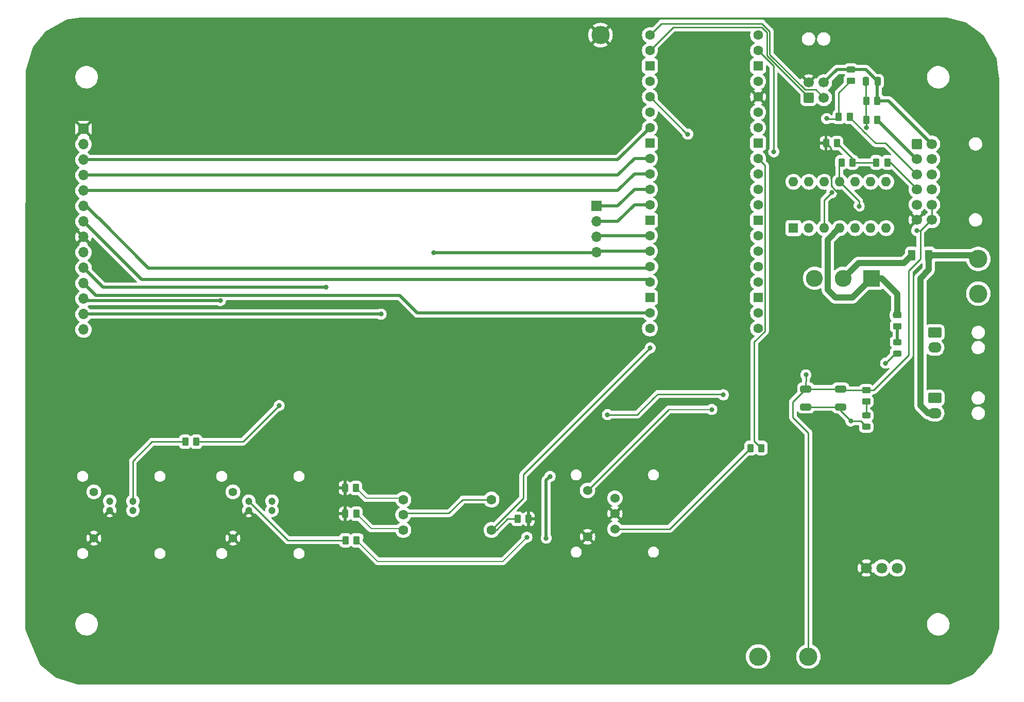
<source format=gtl>
%TF.GenerationSoftware,KiCad,Pcbnew,7.0.7*%
%TF.CreationDate,2024-02-03T16:35:20-08:00*%
%TF.ProjectId,Dyno22,44796e6f-3232-42e6-9b69-6361645f7063,rev?*%
%TF.SameCoordinates,Original*%
%TF.FileFunction,Copper,L1,Top*%
%TF.FilePolarity,Positive*%
%FSLAX46Y46*%
G04 Gerber Fmt 4.6, Leading zero omitted, Abs format (unit mm)*
G04 Created by KiCad (PCBNEW 7.0.7) date 2024-02-03 16:35:20*
%MOMM*%
%LPD*%
G01*
G04 APERTURE LIST*
G04 Aperture macros list*
%AMRoundRect*
0 Rectangle with rounded corners*
0 $1 Rounding radius*
0 $2 $3 $4 $5 $6 $7 $8 $9 X,Y pos of 4 corners*
0 Add a 4 corners polygon primitive as box body*
4,1,4,$2,$3,$4,$5,$6,$7,$8,$9,$2,$3,0*
0 Add four circle primitives for the rounded corners*
1,1,$1+$1,$2,$3*
1,1,$1+$1,$4,$5*
1,1,$1+$1,$6,$7*
1,1,$1+$1,$8,$9*
0 Add four rect primitives between the rounded corners*
20,1,$1+$1,$2,$3,$4,$5,0*
20,1,$1+$1,$4,$5,$6,$7,0*
20,1,$1+$1,$6,$7,$8,$9,0*
20,1,$1+$1,$8,$9,$2,$3,0*%
G04 Aperture macros list end*
%TA.AperFunction,SMDPad,CuDef*%
%ADD10RoundRect,0.250000X-0.262500X-0.450000X0.262500X-0.450000X0.262500X0.450000X-0.262500X0.450000X0*%
%TD*%
%TA.AperFunction,ComponentPad*%
%ADD11C,3.000000*%
%TD*%
%TA.AperFunction,ComponentPad*%
%ADD12R,1.700000X1.700000*%
%TD*%
%TA.AperFunction,ComponentPad*%
%ADD13O,1.700000X1.700000*%
%TD*%
%TA.AperFunction,SMDPad,CuDef*%
%ADD14RoundRect,0.250000X-0.250000X-0.475000X0.250000X-0.475000X0.250000X0.475000X-0.250000X0.475000X0*%
%TD*%
%TA.AperFunction,ComponentPad*%
%ADD15RoundRect,0.250000X-0.600000X-0.600000X0.600000X-0.600000X0.600000X0.600000X-0.600000X0.600000X0*%
%TD*%
%TA.AperFunction,ComponentPad*%
%ADD16C,1.700000*%
%TD*%
%TA.AperFunction,SMDPad,CuDef*%
%ADD17RoundRect,0.250000X0.262500X0.450000X-0.262500X0.450000X-0.262500X-0.450000X0.262500X-0.450000X0*%
%TD*%
%TA.AperFunction,SMDPad,CuDef*%
%ADD18RoundRect,0.243750X0.456250X-0.243750X0.456250X0.243750X-0.456250X0.243750X-0.456250X-0.243750X0*%
%TD*%
%TA.AperFunction,ComponentPad*%
%ADD19C,1.600200*%
%TD*%
%TA.AperFunction,ComponentPad*%
%ADD20C,1.800000*%
%TD*%
%TA.AperFunction,ComponentPad*%
%ADD21RoundRect,0.250000X0.600000X-0.600000X0.600000X0.600000X-0.600000X0.600000X-0.600000X-0.600000X0*%
%TD*%
%TA.AperFunction,SMDPad,CuDef*%
%ADD22RoundRect,0.250000X-0.450000X0.262500X-0.450000X-0.262500X0.450000X-0.262500X0.450000X0.262500X0*%
%TD*%
%TA.AperFunction,ComponentPad*%
%ADD23C,1.524000*%
%TD*%
%TA.AperFunction,ComponentPad*%
%ADD24C,1.600000*%
%TD*%
%TA.AperFunction,ComponentPad*%
%ADD25RoundRect,0.200000X-0.600000X-0.600000X0.600000X-0.600000X0.600000X0.600000X-0.600000X0.600000X0*%
%TD*%
%TA.AperFunction,ComponentPad*%
%ADD26RoundRect,0.250000X-0.850000X-0.600000X0.850000X-0.600000X0.850000X0.600000X-0.850000X0.600000X0*%
%TD*%
%TA.AperFunction,ComponentPad*%
%ADD27O,2.200000X1.700000*%
%TD*%
%TA.AperFunction,ComponentPad*%
%ADD28C,1.400000*%
%TD*%
%TA.AperFunction,ComponentPad*%
%ADD29C,1.200000*%
%TD*%
%TA.AperFunction,SMDPad,CuDef*%
%ADD30RoundRect,0.250000X0.450000X-0.262500X0.450000X0.262500X-0.450000X0.262500X-0.450000X-0.262500X0*%
%TD*%
%TA.AperFunction,SMDPad,CuDef*%
%ADD31RoundRect,0.250000X0.375000X0.625000X-0.375000X0.625000X-0.375000X-0.625000X0.375000X-0.625000X0*%
%TD*%
%TA.AperFunction,ComponentPad*%
%ADD32R,1.600000X1.600000*%
%TD*%
%TA.AperFunction,ComponentPad*%
%ADD33O,1.600000X1.600000*%
%TD*%
%TA.AperFunction,SMDPad,CuDef*%
%ADD34RoundRect,0.250000X-0.650000X0.325000X-0.650000X-0.325000X0.650000X-0.325000X0.650000X0.325000X0*%
%TD*%
%TA.AperFunction,ComponentPad*%
%ADD35R,2.775000X2.775000*%
%TD*%
%TA.AperFunction,ComponentPad*%
%ADD36C,2.775000*%
%TD*%
%TA.AperFunction,ViaPad*%
%ADD37C,0.800000*%
%TD*%
%TA.AperFunction,Conductor*%
%ADD38C,0.250000*%
%TD*%
%TA.AperFunction,Conductor*%
%ADD39C,0.500000*%
%TD*%
%TA.AperFunction,Conductor*%
%ADD40C,0.508000*%
%TD*%
%TA.AperFunction,Conductor*%
%ADD41C,0.200000*%
%TD*%
%TA.AperFunction,Conductor*%
%ADD42C,1.000000*%
%TD*%
G04 APERTURE END LIST*
D10*
%TO.P,R4,1*%
%TO.N,+3.3V*%
X115015000Y-114300000D03*
%TO.P,R4,2*%
%TO.N,Net-(Encoder1-PadC)*%
X116840000Y-114300000D03*
%TD*%
D11*
%TO.P,TP2,1,1*%
%TO.N,+5V*%
X191135000Y-137795000D03*
%TD*%
D12*
%TO.P,J2,1,Pin_1*%
%TO.N,+3.3V*%
X72000000Y-51000000D03*
D13*
%TO.P,J2,2,Pin_2*%
%TO.N,Earth*%
X72000000Y-53540000D03*
%TO.P,J2,3,Pin_3*%
%TO.N,/LCD_CS*%
X72000000Y-56080000D03*
%TO.P,J2,4,Pin_4*%
%TO.N,/LCD_RST*%
X72000000Y-58620000D03*
%TO.P,J2,5,Pin_5*%
%TO.N,/LCD_DC*%
X72000000Y-61160000D03*
%TO.P,J2,6,Pin_6*%
%TO.N,/MOSI_0*%
X72000000Y-63700000D03*
%TO.P,J2,7,Pin_7*%
%TO.N,/SCLK_0*%
X72000000Y-66240000D03*
%TO.P,J2,8,Pin_8*%
%TO.N,+3.3V*%
X72000000Y-68780000D03*
%TO.P,J2,9,Pin_9*%
%TO.N,unconnected-(J2-Pin_9-Pad9)*%
X72000000Y-71320000D03*
%TO.P,J2,10,Pin_10*%
%TO.N,/SCLK_1*%
X72000000Y-73860000D03*
%TO.P,J2,11,Pin_11*%
%TO.N,/TOUCH_CS*%
X72000000Y-76400000D03*
%TO.P,J2,12,Pin_12*%
%TO.N,/MOSI_1*%
X72000000Y-78940000D03*
%TO.P,J2,13,Pin_13*%
%TO.N,/MISO_1*%
X72000000Y-81480000D03*
%TO.P,J2,14,Pin_14*%
%TO.N,unconnected-(J2-Pin_14-Pad14)*%
X72000000Y-84020000D03*
D12*
%TO.P,J2,15,Pin_15*%
%TO.N,/SD_CS*%
X156300000Y-63700000D03*
D13*
%TO.P,J2,16,Pin_16*%
%TO.N,/MOSI_1*%
X156300000Y-66240000D03*
%TO.P,J2,17,Pin_17*%
%TO.N,/MISO_1*%
X156300000Y-68780000D03*
%TO.P,J2,18,Pin_18*%
%TO.N,/SCLK_1*%
X156300000Y-71320000D03*
%TD*%
D11*
%TO.P,TP4,1,1*%
%TO.N,Earth*%
X219075000Y-78105000D03*
%TD*%
D14*
%TO.P,C5,1*%
%TO.N,/FORCE_IN*%
X200622500Y-43180000D03*
%TO.P,C5,2*%
%TO.N,Earth*%
X202522500Y-43180000D03*
%TD*%
D15*
%TO.P,J4,1,Pin_1*%
%TO.N,/BPM_CTRL*%
X208955000Y-53460000D03*
D16*
%TO.P,J4,2,Pin_2*%
%TO.N,/FORCE_SIG*%
X208955000Y-55960000D03*
%TO.P,J4,3,Pin_3*%
%TO.N,/OP_SIG*%
X208955000Y-58460000D03*
%TO.P,J4,4,Pin_4*%
%TO.N,/OP_CATHODE*%
X208955000Y-60960000D03*
%TO.P,J4,5,Pin_5*%
%TO.N,/KILL_SW*%
X208955000Y-63460000D03*
%TO.P,J4,6,Pin_6*%
%TO.N,+3.3V*%
X208955000Y-65960000D03*
%TO.P,J4,7,Pin_7*%
%TO.N,Earth*%
X211455000Y-53460000D03*
%TO.P,J4,8,Pin_8*%
X211455000Y-55960000D03*
%TO.P,J4,9,Pin_9*%
X211455000Y-58460000D03*
%TO.P,J4,10,Pin_10*%
X211455000Y-60960000D03*
%TO.P,J4,11,Pin_11*%
%TO.N,+5V*%
X211455000Y-63460000D03*
%TO.P,J4,12,Pin_12*%
X211455000Y-65960000D03*
%TD*%
D17*
%TO.P,R10,1*%
%TO.N,Net-(R10-Pad1)*%
X198397500Y-56515000D03*
%TO.P,R10,2*%
%TO.N,Earth*%
X196572500Y-56515000D03*
%TD*%
D18*
%TO.P,D2,1,K*%
%TO.N,Earth*%
X205740000Y-87932500D03*
%TO.P,D2,2,A*%
%TO.N,Net-(D2-A)*%
X205740000Y-86057500D03*
%TD*%
D11*
%TO.P,TP5,1,1*%
%TO.N,Earth*%
X182880000Y-137795000D03*
%TD*%
D10*
%TO.P,R14,1*%
%TO.N,/OP_IN*%
X196143074Y-49030790D03*
%TO.P,R14,2*%
%TO.N,/OP_SIG*%
X197968074Y-49030790D03*
%TD*%
D19*
%TO.P,Encoder,1,1*%
%TO.N,Earth*%
X139055000Y-111975000D03*
%TO.P,Encoder,2,2*%
%TO.N,/ROT_EN_SW*%
X139055000Y-116975000D03*
%TO.P,Encoder,A,A*%
%TO.N,Net-(Encoder1-PadA)*%
X124555000Y-111975000D03*
%TO.P,Encoder,B,B*%
%TO.N,Earth*%
X124555000Y-114475000D03*
%TO.P,Encoder,C,C*%
%TO.N,Net-(Encoder1-PadC)*%
X124555000Y-116975000D03*
%TD*%
D20*
%TO.P,RV1,1,1*%
%TO.N,Earth*%
X205725000Y-123230000D03*
%TO.P,RV1,2,2*%
%TO.N,/BPM_CTRL_IN*%
X203185000Y-123230000D03*
%TO.P,RV1,3,3*%
%TO.N,+3.3V*%
X200645000Y-123230000D03*
%TD*%
D21*
%TO.P,J7,1,Pin_1*%
%TO.N,/UART_RX*%
X191175000Y-45875000D03*
D16*
%TO.P,J7,2,Pin_2*%
%TO.N,/UART_TX*%
X193675000Y-45875000D03*
%TO.P,J7,3,Pin_3*%
%TO.N,+3.3V*%
X191175000Y-43375000D03*
%TO.P,J7,4,Pin_4*%
%TO.N,Earth*%
X193675000Y-43375000D03*
%TD*%
D22*
%TO.P,R18,1*%
%TO.N,+24V*%
X205740000Y-81637500D03*
%TO.P,R18,2*%
%TO.N,Net-(D2-A)*%
X205740000Y-83462500D03*
%TD*%
D23*
%TO.P,S3,1,1*%
%TO.N,+3.3V*%
X154835000Y-118085000D03*
%TO.P,S3,2,2*%
%TO.N,/BTN_BRAKE*%
X154835000Y-110465000D03*
%TO.P,S3,L1,L1_Y*%
%TO.N,Net-(S3-L1_Y)*%
X159335000Y-116815000D03*
%TO.P,S3,L2,L2_G*%
%TO.N,unconnected-(S3-L2_G-PadL2)*%
X159335000Y-111735000D03*
%TO.P,S3,LC,LC*%
%TO.N,+3.3V*%
X159335000Y-114275000D03*
%TD*%
D24*
%TO.P,A1,1,GP0*%
%TO.N,/UART_TX*%
X165100000Y-35560000D03*
%TO.P,A1,2,GP1*%
%TO.N,/UART_RX*%
X165100000Y-38100000D03*
D25*
%TO.P,A1,3,GND*%
%TO.N,Earth*%
X165100000Y-40640000D03*
D24*
%TO.P,A1,4,GP2*%
%TO.N,/KILL_SW*%
X165100000Y-43180000D03*
%TO.P,A1,5,GP3*%
%TO.N,/BPM_CTRL_OUT*%
X165100000Y-45720000D03*
%TO.P,A1,6,GP4*%
%TO.N,/OP_IN*%
X165100000Y-48260000D03*
%TO.P,A1,7,GP5*%
%TO.N,/LCD_CS*%
X165100000Y-50800000D03*
D25*
%TO.P,A1,8,GND*%
%TO.N,Earth*%
X165100000Y-53340000D03*
D24*
%TO.P,A1,9,GP6*%
%TO.N,/LCD_RST*%
X165100000Y-55880000D03*
%TO.P,A1,10,GP7*%
%TO.N,/LCD_DC*%
X165100000Y-58420000D03*
%TO.P,A1,11,GP8*%
%TO.N,/SD_CS*%
X165100000Y-60960000D03*
%TO.P,A1,12,GP9*%
%TO.N,/MOSI_1*%
X165100000Y-63500000D03*
D25*
%TO.P,A1,13,GND*%
%TO.N,Earth*%
X165100000Y-66040000D03*
D24*
%TO.P,A1,14,GP10*%
%TO.N,/MISO_1*%
X165100000Y-68580000D03*
%TO.P,A1,15,GP11*%
%TO.N,/SCLK_1*%
X165100000Y-71120000D03*
%TO.P,A1,16,GP12*%
%TO.N,/MOSI_0*%
X165141881Y-73660000D03*
%TO.P,A1,17,GP13*%
%TO.N,/SCLK_0*%
X165100000Y-76200000D03*
D25*
%TO.P,A1,18,GND*%
%TO.N,Earth*%
X165100000Y-78740000D03*
D24*
%TO.P,A1,19,GP14*%
%TO.N,/TOUCH_CS*%
X165100000Y-81280000D03*
%TO.P,A1,20,GP15*%
%TO.N,/ROT_EN_SW*%
X165100000Y-83820000D03*
%TO.P,A1,21,GP16*%
%TO.N,/DEMUX_S1*%
X182880000Y-83820000D03*
%TO.P,A1,22,GP17*%
%TO.N,/DEMUX_S0*%
X182880000Y-81280000D03*
D25*
%TO.P,A1,23,GND*%
%TO.N,Earth*%
X182880000Y-78740000D03*
D24*
%TO.P,A1,24,GP18*%
%TO.N,/DEMUX_OUT*%
X182880000Y-76200000D03*
%TO.P,A1,25,GP19*%
%TO.N,/ROT_EN_A*%
X182880000Y-73660000D03*
%TO.P,A1,26,GP20*%
%TO.N,/ROT_EN_B*%
X182880000Y-71120000D03*
%TO.P,A1,27,GP21*%
%TO.N,/LED_SELECT*%
X182880000Y-68580000D03*
D25*
%TO.P,A1,28,GND*%
%TO.N,Earth*%
X182880000Y-66040000D03*
D24*
%TO.P,A1,29,GP22*%
%TO.N,/LED_BACK*%
X182880000Y-63500000D03*
%TO.P,A1,30,RUN*%
%TO.N,unconnected-(A1-RUN-Pad30)*%
X182880000Y-60960000D03*
%TO.P,A1,31,GP26*%
%TO.N,/BPM_CTRL_IN*%
X182880000Y-58420000D03*
%TO.P,A1,32,GP27*%
%TO.N,/LED_BRAKE*%
X182880000Y-55880000D03*
D25*
%TO.P,A1,33,AGND*%
%TO.N,unconnected-(A1-AGND-Pad33)*%
X182880000Y-53340000D03*
D24*
%TO.P,A1,34,GP28*%
%TO.N,/FORCE_IN*%
X182880000Y-50800000D03*
%TO.P,A1,35,ADC_VREF*%
%TO.N,unconnected-(A1-ADC_VREF-Pad35)*%
X182880000Y-48260000D03*
%TO.P,A1,36,3V3_OUT*%
%TO.N,+3.3V*%
X182880000Y-45720000D03*
%TO.P,A1,37,3V3_EN*%
%TO.N,unconnected-(A1-3V3_EN-Pad37)*%
X182880000Y-43180000D03*
D25*
%TO.P,A1,38,GND*%
%TO.N,Earth*%
X182880000Y-40640000D03*
D24*
%TO.P,A1,39,VSYS*%
%TO.N,+5V*%
X182880000Y-38100000D03*
%TO.P,A1,40,VBUS*%
%TO.N,unconnected-(A1-VBUS-Pad40)*%
X182880000Y-35560000D03*
%TD*%
D26*
%TO.P,J3,1,Pin_1*%
%TO.N,Earth*%
X211895000Y-84475000D03*
D27*
%TO.P,J3,2,Pin_2*%
%TO.N,+24V*%
X211895000Y-86975000D03*
%TD*%
D10*
%TO.P,R2,1*%
%TO.N,Net-(S1-K_R)*%
X88717500Y-102450000D03*
%TO.P,R2,2*%
%TO.N,/LED_BACK*%
X90542500Y-102450000D03*
%TD*%
D17*
%TO.P,R3,1*%
%TO.N,+3.3V*%
X145152500Y-115150000D03*
%TO.P,R3,2*%
%TO.N,/ROT_EN_SW*%
X143327500Y-115150000D03*
%TD*%
D11*
%TO.P,TP3,1,1*%
%TO.N,+3.3V*%
X156972000Y-35560000D03*
%TD*%
D17*
%TO.P,R11,1*%
%TO.N,/OP_CATHODE*%
X204112500Y-56515000D03*
%TO.P,R11,2*%
%TO.N,Net-(R10-Pad1)*%
X202287500Y-56515000D03*
%TD*%
D28*
%TO.P,Back,1,COM*%
%TO.N,+3.3V*%
X73700000Y-118325000D03*
D29*
%TO.P,Back,2,COMMON_ANODE*%
X76290000Y-113755000D03*
%TO.P,Back,3,K_B*%
%TO.N,unconnected-(S1-K_B-Pad3)*%
X76290000Y-112235000D03*
%TO.P,Back,4,K_R*%
%TO.N,Net-(S1-K_R)*%
X80110000Y-112235000D03*
%TO.P,Back,5,K_G*%
%TO.N,unconnected-(S1-K_G-Pad5)*%
X80110000Y-113755000D03*
D28*
%TO.P,Back,A1,NO*%
%TO.N,/BTN_BACK*%
X73700000Y-110705000D03*
%TD*%
D11*
%TO.P,TP1,1,1*%
%TO.N,/20V_IN*%
X219075000Y-72390000D03*
%TD*%
D30*
%TO.P,R13,1*%
%TO.N,/OP_IN*%
X198120000Y-43057377D03*
%TO.P,R13,2*%
%TO.N,Earth*%
X198120000Y-41232377D03*
%TD*%
D10*
%TO.P,R6,1*%
%TO.N,Net-(S3-L1_Y)*%
X181610000Y-103505000D03*
%TO.P,R6,2*%
%TO.N,/LED_BRAKE*%
X183435000Y-103505000D03*
%TD*%
D28*
%TO.P,Select,1,COM*%
%TO.N,+3.3V*%
X96560000Y-118325000D03*
D29*
%TO.P,Select,2,COMMON_ANODE*%
X99150000Y-113755000D03*
%TO.P,Select,3,K_B*%
%TO.N,Net-(S2-K_B)*%
X99150000Y-112235000D03*
%TO.P,Select,4,K_R*%
%TO.N,unconnected-(S2-K_R-Pad4)*%
X102970000Y-112235000D03*
%TO.P,Select,5,K_G*%
%TO.N,unconnected-(S2-K_G-Pad5)*%
X102970000Y-113755000D03*
D28*
%TO.P,Select,A1,NO*%
%TO.N,/BTN_SELECT*%
X96560000Y-110705000D03*
%TD*%
D31*
%TO.P,F1,1*%
%TO.N,/20V_IN*%
X210950000Y-71755000D03*
%TO.P,F1,2*%
%TO.N,Net-(SW1-B)*%
X208150000Y-71755000D03*
%TD*%
D32*
%TO.P,U2,1*%
%TO.N,/BPM_CTRL*%
X188690000Y-67310000D03*
D33*
%TO.P,U2,2,-*%
%TO.N,Net-(U2--)*%
X191230000Y-67310000D03*
%TO.P,U2,3,+*%
%TO.N,Net-(U2-+)*%
X193770000Y-67310000D03*
%TO.P,U2,4,V+*%
%TO.N,+24V*%
X196310000Y-67310000D03*
%TO.P,U2,5*%
%TO.N,N/C*%
X198850000Y-67310000D03*
%TO.P,U2,6*%
X201390000Y-67310000D03*
%TO.P,U2,7*%
X203930000Y-67310000D03*
%TO.P,U2,8*%
X203930000Y-59690000D03*
%TO.P,U2,9*%
X201390000Y-59690000D03*
%TO.P,U2,10*%
X198850000Y-59690000D03*
%TO.P,U2,11,V-*%
%TO.N,Earth*%
X196310000Y-59690000D03*
%TO.P,U2,12*%
%TO.N,N/C*%
X193770000Y-59690000D03*
%TO.P,U2,13*%
X191230000Y-59690000D03*
%TO.P,U2,14*%
X188690000Y-59690000D03*
%TD*%
D34*
%TO.P,C1,1*%
%TO.N,+5V*%
X196431190Y-93775000D03*
%TO.P,C1,2*%
%TO.N,Earth*%
X196431190Y-96725000D03*
%TD*%
D10*
%TO.P,R16,1*%
%TO.N,/FORCE_IN*%
X200660000Y-49530000D03*
%TO.P,R16,2*%
%TO.N,/FORCE_SIG*%
X202485000Y-49530000D03*
%TD*%
%TO.P,R1,1*%
%TO.N,Net-(S2-K_B)*%
X115048983Y-118677828D03*
%TO.P,R1,2*%
%TO.N,/LED_SELECT*%
X116873983Y-118677828D03*
%TD*%
%TO.P,R17,1*%
%TO.N,/FORCE_IN*%
X200660000Y-46355000D03*
%TO.P,R17,2*%
%TO.N,Earth*%
X202485000Y-46355000D03*
%TD*%
D26*
%TO.P,J1,1,Pin_1*%
%TO.N,Earth*%
X211895000Y-95270000D03*
D27*
%TO.P,J1,2,Pin_2*%
%TO.N,/20V_IN*%
X211895000Y-97770000D03*
%TD*%
D10*
%TO.P,R5,1*%
%TO.N,+3.3V*%
X114956007Y-110064519D03*
%TO.P,R5,2*%
%TO.N,Net-(Encoder1-PadA)*%
X116781007Y-110064519D03*
%TD*%
%TO.P,R9,1*%
%TO.N,+3.3V*%
X194032500Y-53340000D03*
%TO.P,R9,2*%
%TO.N,Net-(R10-Pad1)*%
X195857500Y-53340000D03*
%TD*%
D35*
%TO.P,ON/OFF,1,A*%
%TO.N,+24V*%
X201550000Y-75565000D03*
D36*
%TO.P,ON/OFF,2,B*%
%TO.N,Net-(SW1-B)*%
X196850000Y-75565000D03*
%TO.P,ON/OFF,3,C*%
%TO.N,unconnected-(SW1-C-Pad3)*%
X192150000Y-75565000D03*
%TD*%
D18*
%TO.P,D1,1,K*%
%TO.N,Earth*%
X200660000Y-99997500D03*
%TO.P,D1,2,A*%
%TO.N,Net-(D1-A)*%
X200660000Y-98122500D03*
%TD*%
D34*
%TO.P,C3,1*%
%TO.N,+5V*%
X190716190Y-93775000D03*
%TO.P,C3,2*%
%TO.N,Earth*%
X190716190Y-96725000D03*
%TD*%
D30*
%TO.P,R7,1*%
%TO.N,Net-(D1-A)*%
X200660000Y-95805000D03*
%TO.P,R7,2*%
%TO.N,+5V*%
X200660000Y-93980000D03*
%TD*%
D37*
%TO.N,/ROT_EN_A*%
X148050000Y-118325000D03*
X148685000Y-108165000D03*
%TO.N,+3.3V*%
X177165000Y-98425000D03*
%TO.N,Earth*%
X199485000Y-63715000D03*
X198120000Y-99060000D03*
X203835000Y-89535000D03*
%TO.N,/OP_IN*%
X194137277Y-49298671D03*
%TO.N,/BPM_CTRL_OUT*%
X171325538Y-51867974D03*
%TO.N,/BTN_BRAKE*%
X175260000Y-97155000D03*
%TO.N,/LED_BACK*%
X104140000Y-96520000D03*
%TO.N,/LED_SELECT*%
X144874798Y-118172970D03*
%TO.N,/MISO_1*%
X120900000Y-81480000D03*
%TO.N,/SCLK_1*%
X129540000Y-71335000D03*
X111855000Y-77050000D03*
%TO.N,/MOSI_1*%
X94488000Y-79248000D03*
%TO.N,/FORCE_IN*%
X200660000Y-50803487D03*
%TO.N,+5V*%
X185456200Y-54767123D03*
X190727627Y-91467528D03*
X208964960Y-67739366D03*
%TO.N,Net-(U2-+)*%
X194971664Y-61493259D03*
%TO.N,/BTN_BACK*%
X177165000Y-94747800D03*
X158115000Y-98005000D03*
%TO.N,/ROT_EN_SW*%
X165138493Y-87033493D03*
%TD*%
D38*
%TO.N,/BTN_BACK*%
X177032200Y-94615000D02*
X177165000Y-94747800D01*
X165735000Y-95249273D02*
X166369273Y-94615000D01*
X165735000Y-95250000D02*
X165735000Y-95249273D01*
X162980000Y-98005000D02*
X165735000Y-95250000D01*
X158115000Y-98005000D02*
X162980000Y-98005000D01*
X166369273Y-94615000D02*
X177032200Y-94615000D01*
D39*
%TO.N,/SCLK_1*%
X111855000Y-77050000D02*
X75190000Y-77050000D01*
X75190000Y-77050000D02*
X72000000Y-73860000D01*
D40*
%TO.N,/SCLK_0*%
X164680000Y-75780000D02*
X165100000Y-76200000D01*
X81540000Y-75780000D02*
X164680000Y-75780000D01*
X72000000Y-66240000D02*
X81540000Y-75780000D01*
%TO.N,/MOSI_0*%
X82645000Y-73875000D02*
X164926881Y-73875000D01*
X164926881Y-73875000D02*
X165141881Y-73660000D01*
X74414000Y-65644000D02*
X82645000Y-73875000D01*
X74368000Y-65644000D02*
X74414000Y-65644000D01*
X72424000Y-63700000D02*
X74368000Y-65644000D01*
X72000000Y-63700000D02*
X72424000Y-63700000D01*
D39*
%TO.N,/SCLK_1*%
X129540000Y-71335000D02*
X156285000Y-71335000D01*
X156285000Y-71335000D02*
X156300000Y-71320000D01*
%TO.N,/ROT_EN_A*%
X148685000Y-108165000D02*
X148050000Y-108800000D01*
X148050000Y-108800000D02*
X148050000Y-118325000D01*
D38*
%TO.N,/ROT_EN_SW*%
X144280268Y-107891718D02*
X165138493Y-87033493D01*
X144280268Y-111749732D02*
X144280268Y-107891718D01*
X139055000Y-116975000D02*
X144280268Y-111749732D01*
X139875000Y-116975000D02*
X141700000Y-115150000D01*
X139055000Y-116975000D02*
X139875000Y-116975000D01*
X141700000Y-115150000D02*
X143327500Y-115150000D01*
%TO.N,+3.3V*%
X194895000Y-60395000D02*
X195268259Y-60768259D01*
X194800000Y-59129009D02*
X194895000Y-59224009D01*
X195268259Y-60768259D02*
X195271969Y-60768259D01*
X207980000Y-64985000D02*
X208955000Y-65960000D01*
X194895000Y-59224009D02*
X194895000Y-60395000D01*
X199488710Y-64985000D02*
X207980000Y-64985000D01*
X194032500Y-53340000D02*
X194800000Y-54107500D01*
X195271969Y-60768259D02*
X199488710Y-64985000D01*
X194800000Y-54107500D02*
X194800000Y-59129009D01*
%TO.N,/UART_TX*%
X184785000Y-34925000D02*
X183515000Y-33655000D01*
X192350000Y-44550000D02*
X193675000Y-45875000D01*
X192350000Y-44550000D02*
X190600000Y-44550000D01*
X190600000Y-44550000D02*
X184785000Y-38735000D01*
X184785000Y-38735000D02*
X184785000Y-34925000D01*
X167005000Y-33655000D02*
X165100000Y-35560000D01*
X183515000Y-33655000D02*
X167005000Y-33655000D01*
%TO.N,/UART_RX*%
X184335000Y-35111396D02*
X183513604Y-34290000D01*
X191175000Y-45761396D02*
X184335000Y-38921396D01*
X168910000Y-34290000D02*
X165100000Y-38100000D01*
X191175000Y-45875000D02*
X191175000Y-45761396D01*
X184335000Y-38921396D02*
X184335000Y-35111396D01*
X183513604Y-34290000D02*
X168910000Y-34290000D01*
D39*
%TO.N,Earth*%
X202485000Y-43217500D02*
X202522500Y-43180000D01*
D38*
X196431190Y-96725000D02*
X196431190Y-97371190D01*
X196572500Y-56515000D02*
X196215000Y-56872500D01*
X200660000Y-99997500D02*
X199722500Y-99060000D01*
X199485000Y-62865000D02*
X199485000Y-63715000D01*
X196310000Y-59690000D02*
X199485000Y-62865000D01*
X190716190Y-96725000D02*
X196431190Y-96725000D01*
X138886191Y-111975000D02*
X138970596Y-112059405D01*
X199722500Y-99060000D02*
X198120000Y-99060000D01*
X134304464Y-111975000D02*
X138886191Y-111975000D01*
X132029732Y-114249732D02*
X134304464Y-111975000D01*
X205437500Y-87932500D02*
X203835000Y-89535000D01*
D39*
X211455000Y-53460000D02*
X204350000Y-46355000D01*
D38*
X132029732Y-114249732D02*
X124797319Y-114249732D01*
X190956190Y-96965000D02*
X190716190Y-96725000D01*
D39*
X200574877Y-41232377D02*
X198120000Y-41232377D01*
X202485000Y-46355000D02*
X202485000Y-43217500D01*
D38*
X202922500Y-43180000D02*
X202885000Y-43142500D01*
X205740000Y-87932500D02*
X205437500Y-87932500D01*
D39*
X204350000Y-46355000D02*
X202485000Y-46355000D01*
X202522500Y-43180000D02*
X200574877Y-41232377D01*
X195817623Y-41232377D02*
X193675000Y-43375000D01*
D38*
X196215000Y-56872500D02*
X196215000Y-59690000D01*
X196431190Y-97371190D02*
X198120000Y-99060000D01*
D39*
X198120000Y-41232377D02*
X195817623Y-41232377D01*
D38*
%TO.N,/OP_IN*%
X195788864Y-49385000D02*
X194223606Y-49385000D01*
X196143074Y-49030790D02*
X195788864Y-49385000D01*
X194137277Y-49298671D02*
X194050948Y-49385000D01*
X198120000Y-43057377D02*
X196143074Y-45034303D01*
X194223606Y-49385000D02*
X194137277Y-49298671D01*
X196143074Y-45034303D02*
X196143074Y-49030790D01*
%TO.N,/BPM_CTRL_OUT*%
X171247974Y-51867974D02*
X171325538Y-51867974D01*
X165100000Y-45720000D02*
X171247974Y-51867974D01*
D41*
%TO.N,/BTN_BRAKE*%
X168145000Y-97155000D02*
X175260000Y-97155000D01*
D38*
X154835000Y-110465000D02*
X168145000Y-97155000D01*
%TO.N,/LED_BACK*%
X98210000Y-102450000D02*
X104140000Y-96520000D01*
X90542500Y-102450000D02*
X98210000Y-102450000D01*
D41*
%TO.N,/LED_SELECT*%
X116873983Y-118677828D02*
X120331155Y-122135000D01*
X144874798Y-118172970D02*
X140912768Y-122135000D01*
X140912768Y-122135000D02*
X139795000Y-122135000D01*
X144874798Y-118172970D02*
X144851560Y-118149732D01*
X117397533Y-118154278D02*
X116873983Y-118677828D01*
X120331155Y-122135000D02*
X139795000Y-122135000D01*
D38*
%TO.N,/LED_BRAKE*%
X184005000Y-84285991D02*
X182245000Y-86045991D01*
X182245000Y-102315000D02*
X183435000Y-103505000D01*
X182245000Y-86045991D02*
X182245000Y-102315000D01*
X184005000Y-57005000D02*
X184005000Y-84285991D01*
X182880000Y-56200991D02*
X182880000Y-55880000D01*
X182880000Y-55880000D02*
X184005000Y-57005000D01*
D39*
%TO.N,/MISO_1*%
X165100000Y-68580000D02*
X156500000Y-68580000D01*
D38*
X156500000Y-68580000D02*
X156300000Y-68780000D01*
D39*
X120900000Y-81480000D02*
X72000000Y-81480000D01*
%TO.N,/SD_CS*%
X162560000Y-60960000D02*
X165100000Y-60960000D01*
X156300000Y-63700000D02*
X159820000Y-63700000D01*
X159820000Y-63700000D02*
X162560000Y-60960000D01*
%TO.N,/SCLK_1*%
X156500000Y-71120000D02*
X156300000Y-71320000D01*
X165100000Y-71120000D02*
X156500000Y-71120000D01*
D40*
%TO.N,/MOSI_1*%
X72000000Y-78940000D02*
X72308000Y-79248000D01*
D39*
X159820000Y-66240000D02*
X162560000Y-63500000D01*
X156300000Y-66240000D02*
X159820000Y-66240000D01*
X162560000Y-63500000D02*
X165100000Y-63500000D01*
D40*
X72308000Y-79248000D02*
X94488000Y-79248000D01*
D39*
%TO.N,/LCD_CS*%
X72000000Y-56080000D02*
X159820000Y-56080000D01*
X159820000Y-56080000D02*
X165100000Y-50800000D01*
D40*
%TO.N,/LCD_RST*%
X159820000Y-58620000D02*
X162560000Y-55880000D01*
X162560000Y-55880000D02*
X165100000Y-55880000D01*
X109220000Y-58620000D02*
X72000000Y-58620000D01*
X109220000Y-58620000D02*
X159820000Y-58620000D01*
%TO.N,/LCD_DC*%
X72000000Y-61160000D02*
X159820000Y-61160000D01*
X159820000Y-61160000D02*
X162560000Y-58420000D01*
X162560000Y-58420000D02*
X165100000Y-58420000D01*
D38*
%TO.N,/FORCE_IN*%
X200622500Y-43180000D02*
X200622500Y-49492500D01*
X200660000Y-50803487D02*
X200660000Y-49530000D01*
X200622500Y-49492500D02*
X200660000Y-49530000D01*
%TO.N,+5V*%
X185456200Y-54767123D02*
X185420000Y-54803323D01*
X188595000Y-98425000D02*
X191135000Y-100965000D01*
X208964960Y-67739366D02*
X209083933Y-67745000D01*
X209083933Y-67745000D02*
X209550000Y-67745000D01*
X182880000Y-38100000D02*
X182880000Y-38102792D01*
X190716190Y-93775000D02*
X196431190Y-93775000D01*
X191135000Y-102235000D02*
X191135000Y-137795000D01*
X209072665Y-67745000D02*
X208964960Y-67739366D01*
X185420000Y-54803323D02*
X185420000Y-54924009D01*
X200660000Y-93980000D02*
X201868690Y-93980000D01*
X190727627Y-91467528D02*
X190716190Y-93775000D01*
X182880000Y-38102792D02*
X185420000Y-40642792D01*
X211455000Y-65840000D02*
X211455000Y-63340000D01*
X200660000Y-93980000D02*
X196636190Y-93980000D01*
X209550000Y-67745000D02*
X211455000Y-65840000D01*
X209078299Y-67745000D02*
X209072665Y-67745000D01*
X207645000Y-88203690D02*
X207645000Y-74295000D01*
X191135000Y-100965000D02*
X191135000Y-102235000D01*
X201868690Y-93980000D02*
X207645000Y-88203690D01*
X185420000Y-40642792D02*
X185420000Y-54730923D01*
X209550000Y-72390000D02*
X209550000Y-67745000D01*
X185420000Y-54730923D02*
X185456200Y-54767123D01*
X190716190Y-91656190D02*
X190727627Y-91467528D01*
X196636190Y-93980000D02*
X196431190Y-93775000D01*
X190716190Y-93775000D02*
X188595000Y-95896190D01*
X207645000Y-74295000D02*
X209550000Y-72390000D01*
X188595000Y-95896190D02*
X188595000Y-98425000D01*
D42*
%TO.N,+24V*%
X196215000Y-67310000D02*
X194310000Y-69215000D01*
X205462500Y-81637500D02*
X205740000Y-81637500D01*
X205740000Y-78105000D02*
X203200000Y-75565000D01*
X195580000Y-78740000D02*
X198375000Y-78740000D01*
X194310000Y-77470000D02*
X195580000Y-78740000D01*
X194310000Y-69215000D02*
X194310000Y-77470000D01*
X198375000Y-78740000D02*
X201550000Y-75565000D01*
X205740000Y-78105000D02*
X205740000Y-81637500D01*
X203200000Y-75565000D02*
X201550000Y-75565000D01*
D38*
%TO.N,Net-(U2-+)*%
X193770000Y-62694923D02*
X193770000Y-67310000D01*
X194971664Y-61493259D02*
X193770000Y-62694923D01*
D39*
%TO.N,/FORCE_SIG*%
X202485000Y-49530000D02*
X208280000Y-55325000D01*
X208280000Y-55325000D02*
X208320000Y-55325000D01*
X208320000Y-55325000D02*
X208955000Y-55960000D01*
D38*
%TO.N,/OP_CATHODE*%
X208955000Y-60840000D02*
X204630000Y-56515000D01*
X204630000Y-56515000D02*
X204112500Y-56515000D01*
%TO.N,/OP_SIG*%
X208955000Y-58460000D02*
X203835000Y-53340000D01*
X200359695Y-51528487D02*
X197968074Y-49136866D01*
X197968074Y-49136866D02*
X197968074Y-49030790D01*
X202171208Y-53340000D02*
X200359695Y-51528487D01*
X203835000Y-53340000D02*
X202171208Y-53340000D01*
%TO.N,Net-(D1-A)*%
X200660000Y-95805000D02*
X200660000Y-98122500D01*
D39*
%TO.N,/TOUCH_CS*%
X123991606Y-78396000D02*
X126875606Y-81280000D01*
X72000000Y-76400000D02*
X73996000Y-78396000D01*
X73996000Y-78396000D02*
X123991606Y-78396000D01*
X126875606Y-81280000D02*
X165100000Y-81280000D01*
D38*
%TO.N,Net-(S3-L1_Y)*%
X168300000Y-116815000D02*
X181610000Y-103505000D01*
X159335000Y-116815000D02*
X168300000Y-116815000D01*
D42*
%TO.N,Net-(SW1-B)*%
X199390000Y-73025000D02*
X206880000Y-73025000D01*
X196850000Y-75565000D02*
X199390000Y-73025000D01*
X206880000Y-73025000D02*
X208150000Y-71755000D01*
D39*
%TO.N,Net-(D2-A)*%
X205740000Y-83462500D02*
X205740000Y-86057500D01*
D38*
%TO.N,Net-(R10-Pad1)*%
X198397500Y-56515000D02*
X198397500Y-55880000D01*
X202287500Y-56515000D02*
X198397500Y-56515000D01*
X198397500Y-55880000D02*
X195857500Y-53340000D01*
%TO.N,/ROT_EN_SW*%
X165138493Y-87033493D02*
X165061507Y-87033493D01*
D42*
%TO.N,/20V_IN*%
X209550000Y-75565000D02*
X209550000Y-96520000D01*
X218440000Y-71755000D02*
X219075000Y-72390000D01*
X210950000Y-71755000D02*
X218440000Y-71755000D01*
X210800000Y-97770000D02*
X211895000Y-97770000D01*
X209550000Y-96520000D02*
X210800000Y-97770000D01*
X210950000Y-74165000D02*
X209550000Y-75565000D01*
X210950000Y-71755000D02*
X210950000Y-74165000D01*
D41*
%TO.N,Net-(Encoder1-PadA)*%
X118466220Y-111749732D02*
X116781007Y-110064519D01*
X124797319Y-111749732D02*
X118466220Y-111749732D01*
%TO.N,Net-(Encoder1-PadC)*%
X119289732Y-116749732D02*
X124797319Y-116749732D01*
X116840000Y-114300000D02*
X119289732Y-116749732D01*
D38*
%TO.N,Net-(S2-K_B)*%
X105592828Y-118677828D02*
X115048983Y-118677828D01*
X99150000Y-112235000D02*
X105592828Y-118677828D01*
%TO.N,Net-(S1-K_R)*%
X80110000Y-105620000D02*
X83280000Y-102450000D01*
X80110000Y-112235000D02*
X80110000Y-105620000D01*
X83280000Y-102450000D02*
X88717500Y-102450000D01*
%TD*%
%TA.AperFunction,Conductor*%
%TO.N,+3.3V*%
G36*
X73551757Y-68870095D02*
G01*
X80761481Y-76079819D01*
X80794966Y-76141142D01*
X80789982Y-76210834D01*
X80748110Y-76266767D01*
X80682646Y-76291184D01*
X80673800Y-76291500D01*
X75555543Y-76291500D01*
X75488504Y-76271815D01*
X75467862Y-76255181D01*
X73381569Y-74168888D01*
X73348084Y-74107565D01*
X73345674Y-74070969D01*
X73360540Y-73891571D01*
X73363156Y-73860004D01*
X73363156Y-73859994D01*
X73344565Y-73635640D01*
X73344563Y-73635628D01*
X73294016Y-73436023D01*
X73289296Y-73417384D01*
X73198860Y-73211209D01*
X73198567Y-73210761D01*
X73121509Y-73092815D01*
X73075722Y-73022732D01*
X73075719Y-73022729D01*
X73075715Y-73022723D01*
X72923243Y-72857097D01*
X72923238Y-72857092D01*
X72745577Y-72718812D01*
X72745572Y-72718808D01*
X72709068Y-72699053D01*
X72659478Y-72649833D01*
X72644371Y-72581616D01*
X72668542Y-72516061D01*
X72709069Y-72480945D01*
X72745576Y-72461189D01*
X72923240Y-72322906D01*
X73075722Y-72157268D01*
X73198860Y-71968791D01*
X73289296Y-71762616D01*
X73344564Y-71544368D01*
X73348358Y-71498584D01*
X73363156Y-71320005D01*
X73363156Y-71319994D01*
X73344565Y-71095640D01*
X73344563Y-71095628D01*
X73314161Y-70975574D01*
X73289296Y-70877384D01*
X73198860Y-70671209D01*
X73198567Y-70670761D01*
X73075723Y-70482734D01*
X73075715Y-70482723D01*
X72923243Y-70317097D01*
X72923238Y-70317092D01*
X72745577Y-70178812D01*
X72745577Y-70178811D01*
X72702303Y-70155393D01*
X72652713Y-70106173D01*
X72637605Y-70037957D01*
X72661775Y-69972401D01*
X72690198Y-69944763D01*
X72761373Y-69894925D01*
X72259116Y-69392669D01*
X72225631Y-69331346D01*
X72230615Y-69261655D01*
X72267640Y-69212193D01*
X72266398Y-69210759D01*
X72273100Y-69204952D01*
X72381761Y-69110798D01*
X72416954Y-69056037D01*
X72469755Y-69010283D01*
X72538914Y-69000339D01*
X72602470Y-69029363D01*
X72608949Y-69035396D01*
X73114925Y-69541373D01*
X73114926Y-69541373D01*
X73173598Y-69457582D01*
X73173600Y-69457578D01*
X73273429Y-69243492D01*
X73273433Y-69243483D01*
X73334567Y-69015326D01*
X73334569Y-69015315D01*
X73340548Y-68946970D01*
X73365999Y-68881901D01*
X73422590Y-68840922D01*
X73492352Y-68837043D01*
X73551757Y-68870095D01*
G37*
%TD.AperFunction*%
%TA.AperFunction,Conductor*%
G36*
X201264244Y-57168185D02*
G01*
X201309999Y-57220989D01*
X201314911Y-57233497D01*
X201332882Y-57287733D01*
X201332884Y-57287737D01*
X201332885Y-57287738D01*
X201425970Y-57438652D01*
X201551348Y-57564030D01*
X201702262Y-57657115D01*
X201870574Y-57712887D01*
X201974455Y-57723500D01*
X202600544Y-57723499D01*
X202704426Y-57712887D01*
X202872738Y-57657115D01*
X203023652Y-57564030D01*
X203112322Y-57475359D01*
X203173641Y-57441877D01*
X203243333Y-57446861D01*
X203287676Y-57475358D01*
X203376348Y-57564030D01*
X203527262Y-57657115D01*
X203695574Y-57712887D01*
X203799455Y-57723500D01*
X204425544Y-57723499D01*
X204529426Y-57712887D01*
X204697738Y-57657115D01*
X204724675Y-57640499D01*
X204792066Y-57622059D01*
X204858730Y-57642981D01*
X204877453Y-57658357D01*
X207630184Y-60411088D01*
X207663669Y-60472411D01*
X207662709Y-60529209D01*
X207610436Y-60735628D01*
X207610434Y-60735640D01*
X207591844Y-60959994D01*
X207591844Y-60960005D01*
X207610434Y-61184359D01*
X207610436Y-61184371D01*
X207665703Y-61402614D01*
X207756140Y-61608792D01*
X207879276Y-61797265D01*
X207879284Y-61797276D01*
X208031756Y-61962902D01*
X208031761Y-61962907D01*
X208052025Y-61978679D01*
X208209424Y-62101189D01*
X208209430Y-62101192D01*
X208213719Y-62103995D01*
X208213059Y-62105004D01*
X208258556Y-62150151D01*
X208273672Y-62218366D01*
X208249509Y-62283924D01*
X208213278Y-62315330D01*
X208213719Y-62316005D01*
X208209422Y-62318812D01*
X208031761Y-62457092D01*
X208031756Y-62457097D01*
X207879284Y-62622723D01*
X207879276Y-62622734D01*
X207756140Y-62811207D01*
X207665703Y-63017385D01*
X207610436Y-63235628D01*
X207610434Y-63235640D01*
X207591844Y-63459994D01*
X207591844Y-63460005D01*
X207610434Y-63684359D01*
X207610436Y-63684371D01*
X207665703Y-63902614D01*
X207756140Y-64108792D01*
X207879276Y-64297265D01*
X207879284Y-64297276D01*
X208031756Y-64462902D01*
X208031761Y-64462907D01*
X208087276Y-64506116D01*
X208209424Y-64601189D01*
X208215877Y-64604681D01*
X208220472Y-64607168D01*
X208270063Y-64656387D01*
X208285171Y-64724604D01*
X208261001Y-64790159D01*
X208232578Y-64817798D01*
X208193626Y-64845072D01*
X208193625Y-64845072D01*
X208627143Y-65278590D01*
X208660628Y-65339913D01*
X208655644Y-65409605D01*
X208614949Y-65464646D01*
X208527075Y-65532074D01*
X208527074Y-65532075D01*
X208459646Y-65619949D01*
X208403218Y-65661151D01*
X208333472Y-65665306D01*
X208273590Y-65632143D01*
X207840072Y-65198625D01*
X207781401Y-65282419D01*
X207681570Y-65496507D01*
X207681566Y-65496516D01*
X207620432Y-65724673D01*
X207620430Y-65724684D01*
X207599843Y-65959998D01*
X207599843Y-65960001D01*
X207620430Y-66195315D01*
X207620432Y-66195326D01*
X207681566Y-66423483D01*
X207681570Y-66423492D01*
X207781400Y-66637579D01*
X207781402Y-66637583D01*
X207840072Y-66721373D01*
X207840073Y-66721373D01*
X208273590Y-66287855D01*
X208334913Y-66254370D01*
X208404604Y-66259354D01*
X208459645Y-66300049D01*
X208527075Y-66387925D01*
X208602424Y-66445742D01*
X208614947Y-66455351D01*
X208656150Y-66511779D01*
X208660305Y-66581525D01*
X208627142Y-66641408D01*
X208193625Y-67074925D01*
X208194581Y-67085847D01*
X208219590Y-67117134D01*
X208226784Y-67186633D01*
X208212229Y-67226133D01*
X208130435Y-67367804D01*
X208130430Y-67367816D01*
X208071419Y-67549434D01*
X208071418Y-67549438D01*
X208051456Y-67739366D01*
X208071418Y-67929294D01*
X208071419Y-67929297D01*
X208130430Y-68110915D01*
X208130433Y-68110922D01*
X208225920Y-68276310D01*
X208353707Y-68418232D01*
X208508208Y-68530484D01*
X208682672Y-68608160D01*
X208818281Y-68636984D01*
X208879762Y-68670176D01*
X208913538Y-68731339D01*
X208916499Y-68758274D01*
X208916499Y-70288950D01*
X208896814Y-70355989D01*
X208844010Y-70401744D01*
X208774852Y-70411688D01*
X208753496Y-70406656D01*
X208679428Y-70382113D01*
X208575546Y-70371500D01*
X207724462Y-70371500D01*
X207724446Y-70371501D01*
X207620572Y-70382113D01*
X207452264Y-70437884D01*
X207452259Y-70437886D01*
X207301346Y-70530971D01*
X207175971Y-70656346D01*
X207082886Y-70807259D01*
X207082884Y-70807264D01*
X207027113Y-70975572D01*
X207016500Y-71079447D01*
X207016500Y-71410903D01*
X206996815Y-71477942D01*
X206980181Y-71498584D01*
X206498585Y-71980181D01*
X206437262Y-72013666D01*
X206410904Y-72016500D01*
X199442596Y-72016500D01*
X199436515Y-72016201D01*
X199390000Y-72011620D01*
X199340453Y-72016500D01*
X199192300Y-72031091D01*
X199002191Y-72088760D01*
X198827001Y-72182401D01*
X198826994Y-72182405D01*
X198673431Y-72308432D01*
X198643775Y-72344567D01*
X198639687Y-72349077D01*
X197320130Y-73668634D01*
X197258807Y-73702119D01*
X197206092Y-73702119D01*
X197120529Y-73683506D01*
X197120518Y-73683505D01*
X196850001Y-73664157D01*
X196849999Y-73664157D01*
X196579481Y-73683505D01*
X196579474Y-73683506D01*
X196314475Y-73741152D01*
X196060359Y-73835932D01*
X196060355Y-73835934D01*
X195822332Y-73965905D01*
X195822324Y-73965910D01*
X195605220Y-74128432D01*
X195605209Y-74128442D01*
X195530181Y-74203470D01*
X195468857Y-74236954D01*
X195399166Y-74231969D01*
X195343232Y-74190098D01*
X195318816Y-74124633D01*
X195318500Y-74115788D01*
X195318500Y-69684095D01*
X195338185Y-69617056D01*
X195354814Y-69596418D01*
X196297524Y-68653708D01*
X196358845Y-68620225D01*
X196374386Y-68617864D01*
X196538087Y-68603543D01*
X196759243Y-68544284D01*
X196966749Y-68447523D01*
X197154300Y-68316198D01*
X197316198Y-68154300D01*
X197447523Y-67966749D01*
X197467617Y-67923655D01*
X197513790Y-67871215D01*
X197580983Y-67852063D01*
X197647864Y-67872278D01*
X197692382Y-67923655D01*
X197701273Y-67942723D01*
X197712477Y-67966749D01*
X197843802Y-68154300D01*
X198005700Y-68316198D01*
X198193251Y-68447523D01*
X198196852Y-68449202D01*
X198400750Y-68544281D01*
X198400752Y-68544281D01*
X198400757Y-68544284D01*
X198621913Y-68603543D01*
X198784832Y-68617796D01*
X198849998Y-68623498D01*
X198850000Y-68623498D01*
X198850002Y-68623498D01*
X198914408Y-68617863D01*
X199078087Y-68603543D01*
X199299243Y-68544284D01*
X199506749Y-68447523D01*
X199694300Y-68316198D01*
X199856198Y-68154300D01*
X199987523Y-67966749D01*
X200007617Y-67923655D01*
X200053790Y-67871215D01*
X200120983Y-67852063D01*
X200187864Y-67872278D01*
X200232382Y-67923655D01*
X200241273Y-67942723D01*
X200252477Y-67966749D01*
X200383802Y-68154300D01*
X200545700Y-68316198D01*
X200733251Y-68447523D01*
X200736852Y-68449202D01*
X200940750Y-68544281D01*
X200940752Y-68544281D01*
X200940757Y-68544284D01*
X201161913Y-68603543D01*
X201324832Y-68617796D01*
X201389998Y-68623498D01*
X201390000Y-68623498D01*
X201390002Y-68623498D01*
X201454408Y-68617863D01*
X201618087Y-68603543D01*
X201839243Y-68544284D01*
X202046749Y-68447523D01*
X202234300Y-68316198D01*
X202396198Y-68154300D01*
X202527523Y-67966749D01*
X202547618Y-67923654D01*
X202593787Y-67871216D01*
X202660980Y-67852063D01*
X202727862Y-67872277D01*
X202772380Y-67923653D01*
X202792474Y-67966743D01*
X202792477Y-67966749D01*
X202923802Y-68154300D01*
X203085700Y-68316198D01*
X203273251Y-68447523D01*
X203276852Y-68449202D01*
X203480750Y-68544281D01*
X203480752Y-68544281D01*
X203480757Y-68544284D01*
X203701913Y-68603543D01*
X203864832Y-68617796D01*
X203929998Y-68623498D01*
X203930000Y-68623498D01*
X203930002Y-68623498D01*
X203994408Y-68617863D01*
X204158087Y-68603543D01*
X204379243Y-68544284D01*
X204586749Y-68447523D01*
X204774300Y-68316198D01*
X204936198Y-68154300D01*
X205067523Y-67966749D01*
X205164284Y-67759243D01*
X205223543Y-67538087D01*
X205243498Y-67310000D01*
X205241820Y-67290826D01*
X205226624Y-67117134D01*
X205223543Y-67081913D01*
X205164284Y-66860757D01*
X205067523Y-66653251D01*
X204936198Y-66465700D01*
X204774300Y-66303802D01*
X204586749Y-66172477D01*
X204586745Y-66172475D01*
X204379249Y-66075718D01*
X204379238Y-66075714D01*
X204158089Y-66016457D01*
X204158081Y-66016456D01*
X203930002Y-65996502D01*
X203929998Y-65996502D01*
X203701918Y-66016456D01*
X203701910Y-66016457D01*
X203480761Y-66075714D01*
X203480750Y-66075718D01*
X203273254Y-66172475D01*
X203273252Y-66172476D01*
X203240635Y-66195315D01*
X203085700Y-66303802D01*
X203085698Y-66303803D01*
X203085695Y-66303806D01*
X202923806Y-66465695D01*
X202923803Y-66465698D01*
X202923802Y-66465700D01*
X202891537Y-66511779D01*
X202792476Y-66653251D01*
X202772382Y-66696345D01*
X202726209Y-66748784D01*
X202659016Y-66767936D01*
X202592135Y-66747720D01*
X202547618Y-66696345D01*
X202527523Y-66653251D01*
X202496392Y-66608792D01*
X202396198Y-66465700D01*
X202234300Y-66303802D01*
X202046749Y-66172477D01*
X202046745Y-66172475D01*
X201839249Y-66075718D01*
X201839238Y-66075714D01*
X201618089Y-66016457D01*
X201618081Y-66016456D01*
X201390002Y-65996502D01*
X201389998Y-65996502D01*
X201161918Y-66016456D01*
X201161910Y-66016457D01*
X200940761Y-66075714D01*
X200940750Y-66075718D01*
X200733254Y-66172475D01*
X200733252Y-66172476D01*
X200700635Y-66195315D01*
X200545700Y-66303802D01*
X200545698Y-66303803D01*
X200545695Y-66303806D01*
X200383806Y-66465695D01*
X200383803Y-66465698D01*
X200383802Y-66465700D01*
X200351537Y-66511779D01*
X200252476Y-66653251D01*
X200232382Y-66696345D01*
X200186209Y-66748784D01*
X200119016Y-66767936D01*
X200052135Y-66747720D01*
X200007618Y-66696345D01*
X199987523Y-66653251D01*
X199956392Y-66608792D01*
X199856198Y-66465700D01*
X199694300Y-66303802D01*
X199506749Y-66172477D01*
X199506745Y-66172475D01*
X199299249Y-66075718D01*
X199299238Y-66075714D01*
X199078089Y-66016457D01*
X199078081Y-66016456D01*
X198850002Y-65996502D01*
X198849998Y-65996502D01*
X198621918Y-66016456D01*
X198621910Y-66016457D01*
X198400761Y-66075714D01*
X198400750Y-66075718D01*
X198193254Y-66172475D01*
X198193252Y-66172476D01*
X198160635Y-66195315D01*
X198005700Y-66303802D01*
X198005698Y-66303803D01*
X198005695Y-66303806D01*
X197843806Y-66465695D01*
X197843803Y-66465698D01*
X197843802Y-66465700D01*
X197811537Y-66511779D01*
X197712476Y-66653251D01*
X197692382Y-66696345D01*
X197646209Y-66748784D01*
X197579016Y-66767936D01*
X197512135Y-66747720D01*
X197467618Y-66696345D01*
X197447523Y-66653251D01*
X197416392Y-66608792D01*
X197316198Y-66465700D01*
X197154300Y-66303802D01*
X196966749Y-66172477D01*
X196966745Y-66172475D01*
X196759249Y-66075718D01*
X196759238Y-66075714D01*
X196538089Y-66016457D01*
X196538081Y-66016456D01*
X196310002Y-65996502D01*
X196309998Y-65996502D01*
X196081918Y-66016456D01*
X196081910Y-66016457D01*
X195860761Y-66075714D01*
X195860750Y-66075718D01*
X195653254Y-66172475D01*
X195653252Y-66172476D01*
X195620635Y-66195315D01*
X195465700Y-66303802D01*
X195465698Y-66303803D01*
X195465695Y-66303806D01*
X195303806Y-66465695D01*
X195303803Y-66465698D01*
X195303802Y-66465700D01*
X195271537Y-66511779D01*
X195172476Y-66653251D01*
X195152382Y-66696345D01*
X195106209Y-66748784D01*
X195039016Y-66767936D01*
X194972135Y-66747720D01*
X194927618Y-66696345D01*
X194907523Y-66653251D01*
X194876392Y-66608792D01*
X194776198Y-66465700D01*
X194614300Y-66303802D01*
X194605150Y-66297395D01*
X194456376Y-66193221D01*
X194412751Y-66138644D01*
X194403500Y-66091647D01*
X194403500Y-63008689D01*
X194423185Y-62941650D01*
X194439819Y-62921008D01*
X194922749Y-62438078D01*
X194984072Y-62404593D01*
X195010430Y-62401759D01*
X195067151Y-62401759D01*
X195253952Y-62362053D01*
X195428416Y-62284377D01*
X195582917Y-62172125D01*
X195710704Y-62030203D01*
X195806191Y-61864815D01*
X195865206Y-61683187D01*
X195885168Y-61493259D01*
X195865206Y-61303331D01*
X195806191Y-61121703D01*
X195806187Y-61121696D01*
X195804739Y-61118442D01*
X195804462Y-61116383D01*
X195804183Y-61115522D01*
X195804340Y-61115470D01*
X195795451Y-61049193D01*
X195825076Y-60985915D01*
X195884209Y-60948698D01*
X195950109Y-60948226D01*
X196081913Y-60983543D01*
X196236562Y-60997073D01*
X196309998Y-61003498D01*
X196310000Y-61003498D01*
X196310002Y-61003498D01*
X196383438Y-60997073D01*
X196538087Y-60983543D01*
X196602657Y-60966241D01*
X196672506Y-60967904D01*
X196722431Y-60998335D01*
X198736799Y-63012704D01*
X198770284Y-63074027D01*
X198765300Y-63143719D01*
X198749439Y-63173266D01*
X198745961Y-63178052D01*
X198650473Y-63343443D01*
X198650470Y-63343450D01*
X198593411Y-63519061D01*
X198591458Y-63525072D01*
X198571496Y-63715000D01*
X198591458Y-63904928D01*
X198591459Y-63904931D01*
X198650470Y-64086549D01*
X198650473Y-64086556D01*
X198745960Y-64251944D01*
X198799472Y-64311375D01*
X198869420Y-64389061D01*
X198873747Y-64393866D01*
X199028248Y-64506118D01*
X199202712Y-64583794D01*
X199389513Y-64623500D01*
X199580487Y-64623500D01*
X199767288Y-64583794D01*
X199941752Y-64506118D01*
X200096253Y-64393866D01*
X200224040Y-64251944D01*
X200319527Y-64086556D01*
X200378542Y-63904928D01*
X200398504Y-63715000D01*
X200378542Y-63525072D01*
X200319527Y-63343444D01*
X200224040Y-63178056D01*
X200224036Y-63178050D01*
X200150350Y-63096213D01*
X200120120Y-63033221D01*
X200118500Y-63013241D01*
X200118500Y-62948631D01*
X200120238Y-62932881D01*
X200119968Y-62932856D01*
X200120701Y-62925094D01*
X200120702Y-62925091D01*
X200118500Y-62855042D01*
X200118500Y-62825144D01*
X200117614Y-62818136D01*
X200117156Y-62812314D01*
X200117111Y-62810896D01*
X200115673Y-62765111D01*
X200109977Y-62745509D01*
X200106032Y-62726459D01*
X200103474Y-62706203D01*
X200086084Y-62662283D01*
X200084195Y-62656763D01*
X200080796Y-62645065D01*
X200071018Y-62611407D01*
X200060622Y-62593829D01*
X200052066Y-62576362D01*
X200044552Y-62557383D01*
X200016794Y-62519179D01*
X200013587Y-62514296D01*
X199998679Y-62489088D01*
X199989542Y-62473638D01*
X199975108Y-62459204D01*
X199962471Y-62444409D01*
X199950472Y-62427893D01*
X199950470Y-62427890D01*
X199914073Y-62397781D01*
X199909751Y-62393847D01*
X198728607Y-61212703D01*
X198695122Y-61151380D01*
X198700106Y-61081688D01*
X198741978Y-61025755D01*
X198807442Y-61001338D01*
X198827093Y-61001493D01*
X198850000Y-61003498D01*
X198850002Y-61003498D01*
X198923438Y-60997073D01*
X199078087Y-60983543D01*
X199299243Y-60924284D01*
X199506749Y-60827523D01*
X199694300Y-60696198D01*
X199856198Y-60534300D01*
X199987523Y-60346749D01*
X200007617Y-60303655D01*
X200053790Y-60251215D01*
X200120983Y-60232063D01*
X200187864Y-60252278D01*
X200232382Y-60303655D01*
X200241273Y-60322723D01*
X200252477Y-60346749D01*
X200383802Y-60534300D01*
X200545700Y-60696198D01*
X200733251Y-60827523D01*
X200858091Y-60885736D01*
X200940750Y-60924281D01*
X200940752Y-60924281D01*
X200940757Y-60924284D01*
X201161913Y-60983543D01*
X201316562Y-60997073D01*
X201389998Y-61003498D01*
X201390000Y-61003498D01*
X201390002Y-61003498D01*
X201463438Y-60997073D01*
X201618087Y-60983543D01*
X201839243Y-60924284D01*
X202046749Y-60827523D01*
X202234300Y-60696198D01*
X202396198Y-60534300D01*
X202527523Y-60346749D01*
X202547617Y-60303655D01*
X202593790Y-60251215D01*
X202660983Y-60232063D01*
X202727864Y-60252278D01*
X202772382Y-60303655D01*
X202781273Y-60322723D01*
X202792477Y-60346749D01*
X202923802Y-60534300D01*
X203085700Y-60696198D01*
X203273251Y-60827523D01*
X203398091Y-60885736D01*
X203480750Y-60924281D01*
X203480752Y-60924281D01*
X203480757Y-60924284D01*
X203701913Y-60983543D01*
X203856562Y-60997073D01*
X203929998Y-61003498D01*
X203930000Y-61003498D01*
X203930002Y-61003498D01*
X204003438Y-60997073D01*
X204158087Y-60983543D01*
X204379243Y-60924284D01*
X204586749Y-60827523D01*
X204774300Y-60696198D01*
X204936198Y-60534300D01*
X205067523Y-60346749D01*
X205164284Y-60139243D01*
X205223543Y-59918087D01*
X205243498Y-59690000D01*
X205223543Y-59461913D01*
X205164284Y-59240757D01*
X205153552Y-59217743D01*
X205102748Y-59108792D01*
X205067523Y-59033251D01*
X204936198Y-58845700D01*
X204774300Y-58683802D01*
X204586749Y-58552477D01*
X204540093Y-58530721D01*
X204379249Y-58455718D01*
X204379238Y-58455714D01*
X204158089Y-58396457D01*
X204158081Y-58396456D01*
X203930002Y-58376502D01*
X203929998Y-58376502D01*
X203701918Y-58396456D01*
X203701910Y-58396457D01*
X203480761Y-58455714D01*
X203480750Y-58455718D01*
X203273254Y-58552475D01*
X203273252Y-58552476D01*
X203273249Y-58552477D01*
X203273251Y-58552477D01*
X203085700Y-58683802D01*
X203085698Y-58683803D01*
X203085695Y-58683806D01*
X202923806Y-58845695D01*
X202923803Y-58845698D01*
X202923802Y-58845700D01*
X202907317Y-58869243D01*
X202792476Y-59033251D01*
X202772382Y-59076345D01*
X202726209Y-59128784D01*
X202659016Y-59147936D01*
X202592135Y-59127720D01*
X202547618Y-59076345D01*
X202527523Y-59033251D01*
X202498780Y-58992202D01*
X202396198Y-58845700D01*
X202234300Y-58683802D01*
X202046749Y-58552477D01*
X202000093Y-58530721D01*
X201839249Y-58455718D01*
X201839238Y-58455714D01*
X201618089Y-58396457D01*
X201618081Y-58396456D01*
X201390002Y-58376502D01*
X201389998Y-58376502D01*
X201161918Y-58396456D01*
X201161910Y-58396457D01*
X200940761Y-58455714D01*
X200940750Y-58455718D01*
X200733254Y-58552475D01*
X200733252Y-58552476D01*
X200733249Y-58552477D01*
X200733251Y-58552477D01*
X200545700Y-58683802D01*
X200545698Y-58683803D01*
X200545695Y-58683806D01*
X200383806Y-58845695D01*
X200383803Y-58845698D01*
X200383802Y-58845700D01*
X200367317Y-58869243D01*
X200252476Y-59033251D01*
X200232382Y-59076345D01*
X200186209Y-59128784D01*
X200119016Y-59147936D01*
X200052135Y-59127720D01*
X200007618Y-59076345D01*
X199987523Y-59033251D01*
X199958780Y-58992202D01*
X199856198Y-58845700D01*
X199694300Y-58683802D01*
X199506749Y-58552477D01*
X199460093Y-58530721D01*
X199299249Y-58455718D01*
X199299238Y-58455714D01*
X199078089Y-58396457D01*
X199078081Y-58396456D01*
X198850002Y-58376502D01*
X198849998Y-58376502D01*
X198621918Y-58396456D01*
X198621910Y-58396457D01*
X198400761Y-58455714D01*
X198400750Y-58455718D01*
X198193254Y-58552475D01*
X198193252Y-58552476D01*
X198193249Y-58552477D01*
X198193251Y-58552477D01*
X198005700Y-58683802D01*
X198005698Y-58683803D01*
X198005695Y-58683806D01*
X197843806Y-58845695D01*
X197843803Y-58845698D01*
X197843802Y-58845700D01*
X197827317Y-58869243D01*
X197712476Y-59033251D01*
X197692382Y-59076345D01*
X197646209Y-59128784D01*
X197579016Y-59147936D01*
X197512135Y-59127720D01*
X197467618Y-59076345D01*
X197447523Y-59033251D01*
X197418780Y-58992202D01*
X197316198Y-58845700D01*
X197154300Y-58683802D01*
X196966749Y-58552477D01*
X196966750Y-58552477D01*
X196966748Y-58552476D01*
X196920094Y-58530721D01*
X196867655Y-58484548D01*
X196848500Y-58418339D01*
X196848500Y-57839261D01*
X196868185Y-57772222D01*
X196920989Y-57726467D01*
X196959898Y-57715903D01*
X196989426Y-57712887D01*
X197157738Y-57657115D01*
X197308652Y-57564030D01*
X197397319Y-57475363D01*
X197458642Y-57441878D01*
X197528334Y-57446862D01*
X197572681Y-57475363D01*
X197661348Y-57564030D01*
X197812262Y-57657115D01*
X197980574Y-57712887D01*
X198084455Y-57723500D01*
X198710544Y-57723499D01*
X198814426Y-57712887D01*
X198982738Y-57657115D01*
X199133652Y-57564030D01*
X199259030Y-57438652D01*
X199352115Y-57287738D01*
X199352117Y-57287733D01*
X199370089Y-57233497D01*
X199409861Y-57176052D01*
X199474376Y-57149228D01*
X199487795Y-57148500D01*
X201197205Y-57148500D01*
X201264244Y-57168185D01*
G37*
%TD.AperFunction*%
%TA.AperFunction,Conductor*%
G36*
X210286903Y-64164126D02*
G01*
X210308807Y-64189405D01*
X210379276Y-64297265D01*
X210379284Y-64297276D01*
X210527703Y-64458499D01*
X210531760Y-64462906D01*
X210709424Y-64601189D01*
X210709426Y-64601190D01*
X210713725Y-64603999D01*
X210713064Y-64605009D01*
X210758556Y-64650151D01*
X210773672Y-64718366D01*
X210749509Y-64783924D01*
X210713278Y-64815330D01*
X210713719Y-64816005D01*
X210709422Y-64818812D01*
X210531761Y-64957092D01*
X210531756Y-64957097D01*
X210379284Y-65122723D01*
X210379276Y-65122734D01*
X210304558Y-65237098D01*
X210251411Y-65282455D01*
X210182180Y-65291878D01*
X210118845Y-65262375D01*
X210099175Y-65240399D01*
X210069925Y-65198626D01*
X210069924Y-65198625D01*
X209636408Y-65632142D01*
X209575085Y-65665627D01*
X209505393Y-65660643D01*
X209450351Y-65619947D01*
X209433836Y-65598424D01*
X209382925Y-65532075D01*
X209295049Y-65464645D01*
X209253847Y-65408219D01*
X209249692Y-65338473D01*
X209282855Y-65278590D01*
X209716373Y-64845073D01*
X209716373Y-64845072D01*
X209677421Y-64817798D01*
X209633796Y-64763221D01*
X209626602Y-64693723D01*
X209658125Y-64631368D01*
X209689526Y-64607168D01*
X209700576Y-64601189D01*
X209878240Y-64462906D01*
X209987426Y-64344300D01*
X210030715Y-64297276D01*
X210030716Y-64297274D01*
X210030722Y-64297268D01*
X210101193Y-64189402D01*
X210154336Y-64144049D01*
X210223567Y-64134625D01*
X210286903Y-64164126D01*
G37*
%TD.AperFunction*%
%TA.AperFunction,Conductor*%
G36*
X195107864Y-60252278D02*
G01*
X195152382Y-60303655D01*
X195172475Y-60346745D01*
X195172480Y-60346755D01*
X195206134Y-60394816D01*
X195228462Y-60461022D01*
X195211452Y-60528789D01*
X195160505Y-60576602D01*
X195091795Y-60589281D01*
X195078783Y-60587231D01*
X195067151Y-60584759D01*
X194979068Y-60584759D01*
X194912029Y-60565074D01*
X194866274Y-60512270D01*
X194856330Y-60443112D01*
X194877494Y-60389635D01*
X194894454Y-60365413D01*
X194907523Y-60346749D01*
X194927617Y-60303655D01*
X194973790Y-60251215D01*
X195040983Y-60232063D01*
X195107864Y-60252278D01*
G37*
%TD.AperFunction*%
%TA.AperFunction,Conductor*%
G36*
X213916808Y-32654202D02*
G01*
X216876566Y-33394141D01*
X216919520Y-33414226D01*
X219550760Y-35331910D01*
X219828472Y-35534310D01*
X219863184Y-35573146D01*
X222087708Y-39478421D01*
X222103033Y-39524648D01*
X222376613Y-41747480D01*
X222499301Y-42744324D01*
X222499535Y-42746220D01*
X222500000Y-42753801D01*
X222500000Y-133132940D01*
X222495392Y-133166428D01*
X221357705Y-137222527D01*
X221331064Y-137271339D01*
X218218610Y-140779026D01*
X218174174Y-140810926D01*
X214430709Y-142394700D01*
X214382394Y-142404500D01*
X71072434Y-142404500D01*
X71035630Y-142398912D01*
X67522083Y-141306863D01*
X67481875Y-141285637D01*
X64875179Y-139219953D01*
X64837678Y-139170328D01*
X64266567Y-137795000D01*
X180866807Y-137795000D01*
X180885557Y-138069130D01*
X180885558Y-138069132D01*
X180941458Y-138338141D01*
X180941463Y-138338158D01*
X181033476Y-138597056D01*
X181159889Y-138841024D01*
X181159893Y-138841030D01*
X181318340Y-139065499D01*
X181318343Y-139065502D01*
X181505889Y-139266314D01*
X181719031Y-139439718D01*
X181719033Y-139439719D01*
X181719034Y-139439720D01*
X181953801Y-139582485D01*
X182158348Y-139671331D01*
X182205823Y-139691953D01*
X182470404Y-139766085D01*
X182709720Y-139798978D01*
X182742614Y-139803500D01*
X182742615Y-139803500D01*
X183017386Y-139803500D01*
X183046733Y-139799466D01*
X183289596Y-139766085D01*
X183554177Y-139691953D01*
X183806200Y-139582484D01*
X184040969Y-139439718D01*
X184254111Y-139266314D01*
X184441657Y-139065502D01*
X184600111Y-138841023D01*
X184726523Y-138597058D01*
X184818538Y-138338153D01*
X184818539Y-138338146D01*
X184818541Y-138338141D01*
X184844491Y-138213259D01*
X184874442Y-138069130D01*
X184893193Y-137795000D01*
X184874442Y-137520870D01*
X184822589Y-137271339D01*
X184818541Y-137251858D01*
X184818536Y-137251841D01*
X184726523Y-136992943D01*
X184726523Y-136992942D01*
X184600111Y-136748977D01*
X184600110Y-136748975D01*
X184600106Y-136748969D01*
X184441659Y-136524500D01*
X184423031Y-136504555D01*
X184254111Y-136323686D01*
X184040969Y-136150282D01*
X184040967Y-136150281D01*
X184040965Y-136150279D01*
X183806198Y-136007514D01*
X183554178Y-135898047D01*
X183289602Y-135823916D01*
X183289597Y-135823915D01*
X183289596Y-135823915D01*
X183108663Y-135799046D01*
X183017386Y-135786500D01*
X183017385Y-135786500D01*
X182742615Y-135786500D01*
X182742614Y-135786500D01*
X182470404Y-135823915D01*
X182470397Y-135823916D01*
X182205821Y-135898047D01*
X181953801Y-136007514D01*
X181719034Y-136150279D01*
X181505892Y-136323683D01*
X181318340Y-136524500D01*
X181159893Y-136748969D01*
X181159889Y-136748975D01*
X181033476Y-136992943D01*
X180941463Y-137251841D01*
X180941458Y-137251858D01*
X180885558Y-137520867D01*
X180885557Y-137520869D01*
X180866807Y-137795000D01*
X64266567Y-137795000D01*
X62765429Y-134180012D01*
X62409508Y-133322896D01*
X62400027Y-133275207D01*
X62400081Y-133225672D01*
X62400798Y-132567763D01*
X70645787Y-132567763D01*
X70675413Y-132837013D01*
X70675415Y-132837024D01*
X70743926Y-133099082D01*
X70743928Y-133099088D01*
X70849870Y-133348390D01*
X70921998Y-133466575D01*
X70990979Y-133579605D01*
X70990986Y-133579615D01*
X71164253Y-133787819D01*
X71164259Y-133787824D01*
X71365998Y-133968582D01*
X71591910Y-134118044D01*
X71837176Y-134233020D01*
X71837183Y-134233022D01*
X71837185Y-134233023D01*
X72096557Y-134311057D01*
X72096564Y-134311058D01*
X72096569Y-134311060D01*
X72364561Y-134350500D01*
X72364566Y-134350500D01*
X72567636Y-134350500D01*
X72619133Y-134346730D01*
X72770156Y-134335677D01*
X72882758Y-134310593D01*
X73034546Y-134276782D01*
X73034548Y-134276781D01*
X73034553Y-134276780D01*
X73287558Y-134180014D01*
X73523777Y-134047441D01*
X73738177Y-133881888D01*
X73926186Y-133686881D01*
X74083799Y-133466579D01*
X74182190Y-133275207D01*
X74207649Y-133225690D01*
X74207651Y-133225684D01*
X74207656Y-133225675D01*
X74295118Y-132969305D01*
X74344319Y-132702933D01*
X74354212Y-132432235D01*
X74324586Y-132162982D01*
X74256072Y-131900912D01*
X74150130Y-131651610D01*
X74009018Y-131420390D01*
X73919747Y-131313119D01*
X73835746Y-131212180D01*
X73835740Y-131212175D01*
X73634002Y-131031418D01*
X73408092Y-130881957D01*
X73408090Y-130881956D01*
X73162824Y-130766980D01*
X73162819Y-130766978D01*
X73162814Y-130766976D01*
X72903442Y-130688942D01*
X72903428Y-130688939D01*
X72787791Y-130671921D01*
X72635439Y-130649500D01*
X72432369Y-130649500D01*
X72432364Y-130649500D01*
X72229844Y-130664323D01*
X72229831Y-130664325D01*
X71965453Y-130723217D01*
X71965446Y-130723220D01*
X71712439Y-130819987D01*
X71476226Y-130952557D01*
X71261822Y-131118112D01*
X71073822Y-131313109D01*
X71073816Y-131313116D01*
X70916202Y-131533419D01*
X70916199Y-131533424D01*
X70792350Y-131774309D01*
X70792343Y-131774327D01*
X70704884Y-132030685D01*
X70704881Y-132030699D01*
X70655681Y-132297068D01*
X70655680Y-132297075D01*
X70645787Y-132567763D01*
X62400798Y-132567763D01*
X62413443Y-120959645D01*
X70949500Y-120959645D01*
X70988855Y-121144802D01*
X70988857Y-121144807D01*
X71065848Y-121317729D01*
X71065851Y-121317734D01*
X71163533Y-121452181D01*
X71177112Y-121470871D01*
X71317784Y-121597533D01*
X71481716Y-121692179D01*
X71661744Y-121750674D01*
X71802808Y-121765500D01*
X71802812Y-121765500D01*
X71897188Y-121765500D01*
X71897192Y-121765500D01*
X72038256Y-121750674D01*
X72218284Y-121692179D01*
X72382216Y-121597533D01*
X72522888Y-121470871D01*
X72634151Y-121317730D01*
X72711144Y-121144803D01*
X72750500Y-120959646D01*
X72750500Y-120959645D01*
X83649500Y-120959645D01*
X83688855Y-121144802D01*
X83688857Y-121144807D01*
X83765848Y-121317729D01*
X83765851Y-121317734D01*
X83863533Y-121452181D01*
X83877112Y-121470871D01*
X84017784Y-121597533D01*
X84181716Y-121692179D01*
X84361744Y-121750674D01*
X84502808Y-121765500D01*
X84502812Y-121765500D01*
X84597188Y-121765500D01*
X84597192Y-121765500D01*
X84738256Y-121750674D01*
X84918284Y-121692179D01*
X85082216Y-121597533D01*
X85222888Y-121470871D01*
X85334151Y-121317730D01*
X85411144Y-121144803D01*
X85450500Y-120959646D01*
X85450500Y-120959645D01*
X93809500Y-120959645D01*
X93848855Y-121144802D01*
X93848857Y-121144807D01*
X93925848Y-121317729D01*
X93925851Y-121317734D01*
X94023533Y-121452181D01*
X94037112Y-121470871D01*
X94177784Y-121597533D01*
X94341716Y-121692179D01*
X94521744Y-121750674D01*
X94662808Y-121765500D01*
X94662812Y-121765500D01*
X94757188Y-121765500D01*
X94757192Y-121765500D01*
X94898256Y-121750674D01*
X95078284Y-121692179D01*
X95242216Y-121597533D01*
X95382888Y-121470871D01*
X95494151Y-121317730D01*
X95571144Y-121144803D01*
X95610500Y-120959646D01*
X95610500Y-120959645D01*
X106509500Y-120959645D01*
X106548855Y-121144802D01*
X106548857Y-121144807D01*
X106625848Y-121317729D01*
X106625851Y-121317734D01*
X106723533Y-121452181D01*
X106737112Y-121470871D01*
X106877784Y-121597533D01*
X107041716Y-121692179D01*
X107221744Y-121750674D01*
X107362808Y-121765500D01*
X107362812Y-121765500D01*
X107457188Y-121765500D01*
X107457192Y-121765500D01*
X107598256Y-121750674D01*
X107778284Y-121692179D01*
X107942216Y-121597533D01*
X108082888Y-121470871D01*
X108194151Y-121317730D01*
X108271144Y-121144803D01*
X108310500Y-120959646D01*
X108310500Y-120770354D01*
X108271144Y-120585197D01*
X108194151Y-120412270D01*
X108194148Y-120412265D01*
X108082888Y-120259129D01*
X108082888Y-120259128D01*
X107942216Y-120132467D01*
X107778284Y-120037821D01*
X107778277Y-120037818D01*
X107598259Y-119979327D01*
X107598256Y-119979326D01*
X107457192Y-119964500D01*
X107362808Y-119964500D01*
X107221744Y-119979326D01*
X107221741Y-119979326D01*
X107221740Y-119979327D01*
X107041722Y-120037818D01*
X107041715Y-120037821D01*
X106877785Y-120132466D01*
X106737111Y-120259129D01*
X106625851Y-120412265D01*
X106625848Y-120412270D01*
X106548857Y-120585192D01*
X106548855Y-120585197D01*
X106509500Y-120770354D01*
X106509500Y-120959645D01*
X95610500Y-120959645D01*
X95610500Y-120770354D01*
X95571144Y-120585197D01*
X95494151Y-120412270D01*
X95494148Y-120412265D01*
X95382888Y-120259129D01*
X95382888Y-120259128D01*
X95242216Y-120132467D01*
X95078284Y-120037821D01*
X95078277Y-120037818D01*
X94898259Y-119979327D01*
X94898256Y-119979326D01*
X94757192Y-119964500D01*
X94662808Y-119964500D01*
X94521744Y-119979326D01*
X94521741Y-119979326D01*
X94521740Y-119979327D01*
X94341722Y-120037818D01*
X94341715Y-120037821D01*
X94177785Y-120132466D01*
X94037111Y-120259129D01*
X93925851Y-120412265D01*
X93925848Y-120412270D01*
X93848857Y-120585192D01*
X93848855Y-120585197D01*
X93809500Y-120770354D01*
X93809500Y-120959645D01*
X85450500Y-120959645D01*
X85450500Y-120770354D01*
X85411144Y-120585197D01*
X85334151Y-120412270D01*
X85334148Y-120412265D01*
X85222888Y-120259129D01*
X85222888Y-120259128D01*
X85082216Y-120132467D01*
X84918284Y-120037821D01*
X84918277Y-120037818D01*
X84738259Y-119979327D01*
X84738256Y-119979326D01*
X84597192Y-119964500D01*
X84502808Y-119964500D01*
X84361744Y-119979326D01*
X84361741Y-119979326D01*
X84361740Y-119979327D01*
X84181722Y-120037818D01*
X84181715Y-120037821D01*
X84017785Y-120132466D01*
X83877111Y-120259129D01*
X83765851Y-120412265D01*
X83765848Y-120412270D01*
X83688857Y-120585192D01*
X83688855Y-120585197D01*
X83649500Y-120770354D01*
X83649500Y-120959645D01*
X72750500Y-120959645D01*
X72750500Y-120770354D01*
X72711144Y-120585197D01*
X72634151Y-120412270D01*
X72634148Y-120412265D01*
X72522888Y-120259129D01*
X72382216Y-120132467D01*
X72218284Y-120037821D01*
X72218277Y-120037818D01*
X72038259Y-119979327D01*
X72038256Y-119979326D01*
X71897192Y-119964500D01*
X71802808Y-119964500D01*
X71661744Y-119979326D01*
X71661741Y-119979326D01*
X71661740Y-119979327D01*
X71481722Y-120037818D01*
X71481715Y-120037821D01*
X71317785Y-120132466D01*
X71177111Y-120259129D01*
X71065851Y-120412265D01*
X71065848Y-120412270D01*
X70988857Y-120585192D01*
X70988855Y-120585197D01*
X70949500Y-120770354D01*
X70949500Y-120959645D01*
X62413443Y-120959645D01*
X62416313Y-118325000D01*
X72494859Y-118325000D01*
X72515378Y-118546439D01*
X72576240Y-118760350D01*
X72675369Y-118959428D01*
X72691137Y-118980308D01*
X72691138Y-118980308D01*
X73124814Y-118546631D01*
X73186137Y-118513146D01*
X73255828Y-118518130D01*
X73309443Y-118557000D01*
X73390464Y-118658599D01*
X73390466Y-118658600D01*
X73462723Y-118707865D01*
X73507025Y-118761894D01*
X73515083Y-118831297D01*
X73484340Y-118894040D01*
X73480552Y-118897999D01*
X73046671Y-119331879D01*
X73046672Y-119331880D01*
X73162821Y-119403797D01*
X73162822Y-119403798D01*
X73370195Y-119484134D01*
X73588807Y-119525000D01*
X73811193Y-119525000D01*
X74029809Y-119484133D01*
X74237168Y-119403801D01*
X74237181Y-119403795D01*
X74353326Y-119331879D01*
X73922057Y-118900610D01*
X73888572Y-118839287D01*
X73893556Y-118769595D01*
X73935428Y-118713662D01*
X73955930Y-118701212D01*
X73956357Y-118701007D01*
X74055798Y-118608740D01*
X74078033Y-118570226D01*
X74128596Y-118522014D01*
X74197203Y-118508789D01*
X74262068Y-118534756D01*
X74273100Y-118544547D01*
X74708861Y-118980308D01*
X74724631Y-118959425D01*
X74724633Y-118959422D01*
X74823759Y-118760350D01*
X74884621Y-118546439D01*
X74905141Y-118325000D01*
X95354859Y-118325000D01*
X95375378Y-118546439D01*
X95436240Y-118760350D01*
X95535369Y-118959428D01*
X95551137Y-118980308D01*
X95551138Y-118980308D01*
X95984814Y-118546631D01*
X96046137Y-118513146D01*
X96115828Y-118518130D01*
X96169443Y-118557000D01*
X96250464Y-118658599D01*
X96250466Y-118658600D01*
X96322723Y-118707865D01*
X96367025Y-118761894D01*
X96375083Y-118831297D01*
X96344340Y-118894040D01*
X96340552Y-118897999D01*
X95906671Y-119331879D01*
X95906672Y-119331880D01*
X96022821Y-119403797D01*
X96022822Y-119403798D01*
X96230195Y-119484134D01*
X96448807Y-119525000D01*
X96671193Y-119525000D01*
X96889809Y-119484133D01*
X97097168Y-119403801D01*
X97097181Y-119403795D01*
X97213326Y-119331879D01*
X96782057Y-118900610D01*
X96748572Y-118839287D01*
X96753556Y-118769595D01*
X96795428Y-118713662D01*
X96815930Y-118701212D01*
X96816357Y-118701007D01*
X96915798Y-118608740D01*
X96938033Y-118570226D01*
X96988596Y-118522014D01*
X97057203Y-118508789D01*
X97122068Y-118534756D01*
X97133100Y-118544547D01*
X97568861Y-118980308D01*
X97584631Y-118959425D01*
X97584633Y-118959422D01*
X97683759Y-118760350D01*
X97744621Y-118546439D01*
X97765141Y-118325000D01*
X97765141Y-118324999D01*
X97744621Y-118103560D01*
X97683759Y-117889649D01*
X97584635Y-117690580D01*
X97584630Y-117690572D01*
X97568860Y-117669690D01*
X97135184Y-118103367D01*
X97073861Y-118136852D01*
X97004169Y-118131868D01*
X96950555Y-118092998D01*
X96944176Y-118084999D01*
X96909296Y-118041260D01*
X96869535Y-117991400D01*
X96869533Y-117991399D01*
X96797275Y-117942134D01*
X96752973Y-117888106D01*
X96744915Y-117818702D01*
X96775657Y-117755959D01*
X96779446Y-117752000D01*
X97213327Y-117318119D01*
X97097178Y-117246202D01*
X97097177Y-117246201D01*
X96889804Y-117165865D01*
X96671193Y-117125000D01*
X96448807Y-117125000D01*
X96230195Y-117165865D01*
X96022824Y-117246200D01*
X96022823Y-117246201D01*
X95906671Y-117318119D01*
X96337942Y-117749389D01*
X96371427Y-117810712D01*
X96366443Y-117880403D01*
X96324572Y-117936337D01*
X96304073Y-117948785D01*
X96303646Y-117948990D01*
X96303645Y-117948990D01*
X96204202Y-118041260D01*
X96204199Y-118041264D01*
X96181967Y-118079771D01*
X96131400Y-118127987D01*
X96062793Y-118141209D01*
X95997928Y-118115241D01*
X95986899Y-118105452D01*
X95551138Y-117669691D01*
X95551137Y-117669691D01*
X95535368Y-117690574D01*
X95436240Y-117889649D01*
X95375378Y-118103560D01*
X95354859Y-118324999D01*
X95354859Y-118325000D01*
X74905141Y-118325000D01*
X74905141Y-118324999D01*
X74884621Y-118103560D01*
X74823759Y-117889649D01*
X74724635Y-117690580D01*
X74724630Y-117690572D01*
X74708860Y-117669690D01*
X74275184Y-118103367D01*
X74213861Y-118136852D01*
X74144169Y-118131868D01*
X74090555Y-118092998D01*
X74084176Y-118084999D01*
X74049296Y-118041260D01*
X74009535Y-117991400D01*
X74009533Y-117991399D01*
X73937275Y-117942134D01*
X73892973Y-117888106D01*
X73884915Y-117818702D01*
X73915657Y-117755959D01*
X73919446Y-117752000D01*
X74353327Y-117318119D01*
X74237178Y-117246202D01*
X74237177Y-117246201D01*
X74029804Y-117165865D01*
X73811193Y-117125000D01*
X73588807Y-117125000D01*
X73370195Y-117165865D01*
X73162824Y-117246200D01*
X73162823Y-117246201D01*
X73046671Y-117318119D01*
X73477942Y-117749389D01*
X73511427Y-117810712D01*
X73506443Y-117880403D01*
X73464572Y-117936337D01*
X73444073Y-117948785D01*
X73443646Y-117948990D01*
X73443645Y-117948990D01*
X73344202Y-118041260D01*
X73344199Y-118041264D01*
X73321967Y-118079771D01*
X73271400Y-118127987D01*
X73202793Y-118141209D01*
X73137928Y-118115241D01*
X73126899Y-118105452D01*
X72691138Y-117669691D01*
X72691137Y-117669691D01*
X72675368Y-117690574D01*
X72576240Y-117889649D01*
X72515378Y-118103560D01*
X72494859Y-118324999D01*
X72494859Y-118325000D01*
X62416313Y-118325000D01*
X62422946Y-112235000D01*
X75176751Y-112235000D01*
X75195705Y-112439558D01*
X75195706Y-112439560D01*
X75251924Y-112637147D01*
X75251930Y-112637162D01*
X75343493Y-112821044D01*
X75343498Y-112821052D01*
X75423751Y-112927324D01*
X75448443Y-112992686D01*
X75433878Y-113061020D01*
X75423752Y-113076777D01*
X75350754Y-113173443D01*
X75259886Y-113355930D01*
X75259883Y-113355936D01*
X75204097Y-113552007D01*
X75204096Y-113552010D01*
X75185287Y-113754999D01*
X75185287Y-113755000D01*
X75204096Y-113957989D01*
X75204097Y-113957992D01*
X75259883Y-114154063D01*
X75259886Y-114154069D01*
X75350754Y-114336556D01*
X75350755Y-114336557D01*
X75352533Y-114338912D01*
X75789446Y-113901999D01*
X75850769Y-113868514D01*
X75920460Y-113873498D01*
X75976394Y-113915369D01*
X75980935Y-113921858D01*
X76028933Y-113995323D01*
X76028934Y-113995325D01*
X76028935Y-113995326D01*
X76028936Y-113995327D01*
X76067987Y-114025721D01*
X76128600Y-114072898D01*
X76169413Y-114129609D01*
X76173088Y-114199382D01*
X76140119Y-114258433D01*
X75709310Y-114689240D01*
X75709311Y-114689241D01*
X75797581Y-114743895D01*
X75797588Y-114743899D01*
X75987678Y-114817539D01*
X76188072Y-114855000D01*
X76391928Y-114855000D01*
X76592321Y-114817539D01*
X76782414Y-114743897D01*
X76870688Y-114689240D01*
X76436406Y-114254958D01*
X76402921Y-114193635D01*
X76407905Y-114123943D01*
X76449777Y-114068010D01*
X76465062Y-114058227D01*
X76507947Y-114035019D01*
X76587060Y-113949079D01*
X76590555Y-113941110D01*
X76635510Y-113887624D01*
X76702246Y-113866934D01*
X76769574Y-113885608D01*
X76791792Y-113903239D01*
X77227465Y-114338912D01*
X77229247Y-114336552D01*
X77229249Y-114336550D01*
X77320113Y-114154069D01*
X77320116Y-114154063D01*
X77375902Y-113957992D01*
X77375903Y-113957989D01*
X77394713Y-113755000D01*
X78996751Y-113755000D01*
X79015705Y-113959558D01*
X79015706Y-113959560D01*
X79071924Y-114157147D01*
X79071930Y-114157162D01*
X79163493Y-114341044D01*
X79163498Y-114341052D01*
X79287300Y-114504993D01*
X79403162Y-114610614D01*
X79439118Y-114643392D01*
X79613782Y-114751540D01*
X79805345Y-114825751D01*
X80007282Y-114863500D01*
X80007284Y-114863500D01*
X80212716Y-114863500D01*
X80212718Y-114863500D01*
X80414655Y-114825751D01*
X80606218Y-114751540D01*
X80780882Y-114643392D01*
X80932701Y-114504991D01*
X81056503Y-114341050D01*
X81148074Y-114157152D01*
X81204294Y-113959559D01*
X81223249Y-113755000D01*
X81204294Y-113550441D01*
X81148074Y-113352848D01*
X81144489Y-113345648D01*
X81056506Y-113168955D01*
X81056501Y-113168947D01*
X81004435Y-113100001D01*
X80981572Y-113069725D01*
X80956881Y-113004366D01*
X80971446Y-112936031D01*
X80981569Y-112920278D01*
X81056503Y-112821050D01*
X81148074Y-112637152D01*
X81204294Y-112439559D01*
X81223249Y-112235000D01*
X98036751Y-112235000D01*
X98055705Y-112439558D01*
X98055706Y-112439560D01*
X98111924Y-112637147D01*
X98111930Y-112637162D01*
X98203493Y-112821044D01*
X98203498Y-112821052D01*
X98283751Y-112927324D01*
X98308443Y-112992686D01*
X98293878Y-113061020D01*
X98283752Y-113076777D01*
X98210754Y-113173443D01*
X98119886Y-113355930D01*
X98119883Y-113355936D01*
X98064097Y-113552007D01*
X98064096Y-113552010D01*
X98045287Y-113754999D01*
X98045287Y-113755000D01*
X98064096Y-113957989D01*
X98064097Y-113957992D01*
X98119883Y-114154063D01*
X98119886Y-114154069D01*
X98210754Y-114336556D01*
X98210755Y-114336557D01*
X98212533Y-114338912D01*
X98649446Y-113901999D01*
X98710769Y-113868514D01*
X98780460Y-113873498D01*
X98836394Y-113915369D01*
X98840935Y-113921858D01*
X98888933Y-113995323D01*
X98888934Y-113995325D01*
X98888935Y-113995326D01*
X98888936Y-113995327D01*
X98927987Y-114025721D01*
X98988600Y-114072898D01*
X99029413Y-114129609D01*
X99033088Y-114199382D01*
X99000119Y-114258433D01*
X98569310Y-114689240D01*
X98569311Y-114689241D01*
X98657581Y-114743895D01*
X98657588Y-114743899D01*
X98847678Y-114817539D01*
X99048072Y-114855000D01*
X99251928Y-114855000D01*
X99452321Y-114817539D01*
X99642414Y-114743897D01*
X99730688Y-114689240D01*
X99296406Y-114254958D01*
X99262921Y-114193635D01*
X99267905Y-114123943D01*
X99309777Y-114068010D01*
X99325062Y-114058227D01*
X99367947Y-114035019D01*
X99447060Y-113949079D01*
X99450555Y-113941110D01*
X99495510Y-113887624D01*
X99562246Y-113866934D01*
X99629574Y-113885608D01*
X99651792Y-113903239D01*
X100087465Y-114338912D01*
X100089247Y-114336552D01*
X100089250Y-114336548D01*
X100100983Y-114312984D01*
X100148484Y-114261745D01*
X100216146Y-114244321D01*
X100282487Y-114266244D01*
X100299665Y-114280569D01*
X102765985Y-116746890D01*
X105085740Y-119066645D01*
X105095644Y-119079006D01*
X105095854Y-119078833D01*
X105100829Y-119084847D01*
X105151906Y-119132812D01*
X105173052Y-119153958D01*
X105178641Y-119158294D01*
X105183073Y-119162080D01*
X105214987Y-119192048D01*
X105217508Y-119194415D01*
X105235390Y-119204245D01*
X105251657Y-119214930D01*
X105267788Y-119227443D01*
X105289666Y-119236909D01*
X105311135Y-119246199D01*
X105316361Y-119248759D01*
X105357768Y-119271523D01*
X105377544Y-119276600D01*
X105395952Y-119282903D01*
X105414678Y-119291007D01*
X105414680Y-119291008D01*
X105414681Y-119291008D01*
X105414683Y-119291009D01*
X105455612Y-119297491D01*
X105461331Y-119298397D01*
X105467040Y-119299579D01*
X105512798Y-119311328D01*
X105533212Y-119311328D01*
X105552611Y-119312855D01*
X105572771Y-119316048D01*
X105619793Y-119311603D01*
X105625632Y-119311328D01*
X113958688Y-119311328D01*
X114025727Y-119331013D01*
X114071482Y-119383817D01*
X114076394Y-119396325D01*
X114094365Y-119450561D01*
X114094367Y-119450565D01*
X114094368Y-119450566D01*
X114187453Y-119601480D01*
X114312831Y-119726858D01*
X114463745Y-119819943D01*
X114632057Y-119875715D01*
X114735938Y-119886328D01*
X115362027Y-119886327D01*
X115465909Y-119875715D01*
X115634221Y-119819943D01*
X115785135Y-119726858D01*
X115873804Y-119638188D01*
X115935123Y-119604706D01*
X116004815Y-119609690D01*
X116049163Y-119638190D01*
X116137831Y-119726858D01*
X116288745Y-119819943D01*
X116457057Y-119875715D01*
X116560938Y-119886328D01*
X117170571Y-119886327D01*
X117237610Y-119906011D01*
X117258251Y-119922645D01*
X119869810Y-122534204D01*
X119875151Y-122540294D01*
X119885082Y-122553236D01*
X119897165Y-122568984D01*
X119897166Y-122568985D01*
X119897168Y-122568987D01*
X119920983Y-122587261D01*
X119927439Y-122592215D01*
X119927463Y-122592235D01*
X120024278Y-122666523D01*
X120024280Y-122666525D01*
X120117621Y-122705187D01*
X120172305Y-122727838D01*
X120305094Y-122745320D01*
X120331154Y-122748751D01*
X120331155Y-122748751D01*
X120331156Y-122748751D01*
X120367008Y-122744031D01*
X120375109Y-122743500D01*
X139755115Y-122743500D01*
X140868822Y-122743500D01*
X140876919Y-122744030D01*
X140902295Y-122747371D01*
X140912767Y-122748750D01*
X140912768Y-122748750D01*
X140912769Y-122748750D01*
X140948614Y-122744031D01*
X140950729Y-122743752D01*
X140950742Y-122743751D01*
X140952649Y-122743500D01*
X140952653Y-122743500D01*
X141033770Y-122732820D01*
X141052225Y-122730391D01*
X141071619Y-122727838D01*
X141071624Y-122727836D01*
X141219644Y-122666524D01*
X141314840Y-122593477D01*
X141314841Y-122593475D01*
X141322932Y-122587267D01*
X141322939Y-122587261D01*
X141346751Y-122568990D01*
X141346750Y-122568990D01*
X141346755Y-122568987D01*
X141368778Y-122540285D01*
X141374106Y-122534209D01*
X143188671Y-120719645D01*
X152084500Y-120719645D01*
X152123855Y-120904802D01*
X152123857Y-120904807D01*
X152200848Y-121077729D01*
X152200851Y-121077734D01*
X152312111Y-121230870D01*
X152312112Y-121230871D01*
X152452784Y-121357533D01*
X152616716Y-121452179D01*
X152796744Y-121510674D01*
X152937808Y-121525500D01*
X152937812Y-121525500D01*
X153032188Y-121525500D01*
X153032192Y-121525500D01*
X153173256Y-121510674D01*
X153353284Y-121452179D01*
X153517216Y-121357533D01*
X153657888Y-121230871D01*
X153769151Y-121077730D01*
X153846144Y-120904803D01*
X153885500Y-120719646D01*
X153885500Y-120719645D01*
X164784500Y-120719645D01*
X164823855Y-120904802D01*
X164823857Y-120904807D01*
X164900848Y-121077729D01*
X164900851Y-121077734D01*
X165012111Y-121230870D01*
X165012112Y-121230871D01*
X165152784Y-121357533D01*
X165316716Y-121452179D01*
X165496744Y-121510674D01*
X165637808Y-121525500D01*
X165637812Y-121525500D01*
X165732188Y-121525500D01*
X165732192Y-121525500D01*
X165873256Y-121510674D01*
X166053284Y-121452179D01*
X166217216Y-121357533D01*
X166357888Y-121230871D01*
X166469151Y-121077730D01*
X166546144Y-120904803D01*
X166585500Y-120719646D01*
X166585500Y-120530354D01*
X166546144Y-120345197D01*
X166469151Y-120172270D01*
X166469148Y-120172265D01*
X166357888Y-120019129D01*
X166217216Y-119892467D01*
X166053284Y-119797821D01*
X166053277Y-119797818D01*
X165873259Y-119739327D01*
X165873256Y-119739326D01*
X165732192Y-119724500D01*
X165637808Y-119724500D01*
X165496744Y-119739326D01*
X165496741Y-119739326D01*
X165496740Y-119739327D01*
X165316722Y-119797818D01*
X165316715Y-119797821D01*
X165152785Y-119892466D01*
X165012111Y-120019129D01*
X164900851Y-120172265D01*
X164900848Y-120172270D01*
X164823857Y-120345192D01*
X164823855Y-120345197D01*
X164784500Y-120530354D01*
X164784500Y-120719645D01*
X153885500Y-120719645D01*
X153885500Y-120530354D01*
X153846144Y-120345197D01*
X153769151Y-120172270D01*
X153769148Y-120172265D01*
X153657888Y-120019129D01*
X153517216Y-119892467D01*
X153353284Y-119797821D01*
X153353277Y-119797818D01*
X153173259Y-119739327D01*
X153173256Y-119739326D01*
X153032192Y-119724500D01*
X152937808Y-119724500D01*
X152796744Y-119739326D01*
X152796741Y-119739326D01*
X152796740Y-119739327D01*
X152616722Y-119797818D01*
X152616715Y-119797821D01*
X152452785Y-119892466D01*
X152312111Y-120019129D01*
X152200851Y-120172265D01*
X152200848Y-120172270D01*
X152123857Y-120345192D01*
X152123855Y-120345197D01*
X152084500Y-120530354D01*
X152084500Y-120719645D01*
X143188671Y-120719645D01*
X144790527Y-119117789D01*
X144851851Y-119084304D01*
X144878209Y-119081470D01*
X144970285Y-119081470D01*
X145157086Y-119041764D01*
X145331550Y-118964088D01*
X145486051Y-118851836D01*
X145613838Y-118709914D01*
X145709325Y-118544526D01*
X145768340Y-118362898D01*
X145772323Y-118325000D01*
X147136496Y-118325000D01*
X147156458Y-118514928D01*
X147156459Y-118514931D01*
X147215470Y-118696549D01*
X147215473Y-118696556D01*
X147310960Y-118861944D01*
X147438747Y-119003866D01*
X147593248Y-119116118D01*
X147767712Y-119193794D01*
X147954513Y-119233500D01*
X148145487Y-119233500D01*
X148332288Y-119193794D01*
X148506752Y-119116118D01*
X148661253Y-119003866D01*
X148789040Y-118861944D01*
X148884527Y-118696556D01*
X148943542Y-118514928D01*
X148963504Y-118325000D01*
X148943542Y-118135072D01*
X148927272Y-118085000D01*
X153568179Y-118085000D01*
X153587424Y-118304976D01*
X153587426Y-118304986D01*
X153644575Y-118518270D01*
X153644580Y-118518284D01*
X153737899Y-118718407D01*
X153737900Y-118718409D01*
X153783258Y-118783187D01*
X154297580Y-118268865D01*
X154358903Y-118235380D01*
X154428594Y-118240364D01*
X154484528Y-118282235D01*
X154495742Y-118300246D01*
X154502296Y-118313109D01*
X154507358Y-118323044D01*
X154507363Y-118323050D01*
X154596949Y-118412636D01*
X154596951Y-118412637D01*
X154596955Y-118412641D01*
X154619747Y-118424254D01*
X154670542Y-118472228D01*
X154687337Y-118540049D01*
X154664799Y-118606184D01*
X154651132Y-118622419D01*
X154136811Y-119136740D01*
X154136811Y-119136741D01*
X154201582Y-119182094D01*
X154201592Y-119182100D01*
X154401715Y-119275419D01*
X154401729Y-119275424D01*
X154615013Y-119332573D01*
X154615023Y-119332575D01*
X154834999Y-119351821D01*
X154835001Y-119351821D01*
X155054976Y-119332575D01*
X155054986Y-119332573D01*
X155268270Y-119275424D01*
X155268284Y-119275419D01*
X155468408Y-119182100D01*
X155468420Y-119182093D01*
X155533186Y-119136742D01*
X155533187Y-119136740D01*
X155018866Y-118622419D01*
X154985381Y-118561096D01*
X154990365Y-118491404D01*
X155032237Y-118435471D01*
X155050245Y-118424258D01*
X155073045Y-118412641D01*
X155162641Y-118323045D01*
X155174254Y-118300252D01*
X155222225Y-118249458D01*
X155290046Y-118232661D01*
X155356181Y-118255197D01*
X155372419Y-118268866D01*
X155886740Y-118783187D01*
X155886742Y-118783186D01*
X155932093Y-118718420D01*
X155932100Y-118718408D01*
X156025419Y-118518284D01*
X156025424Y-118518270D01*
X156082573Y-118304986D01*
X156082575Y-118304976D01*
X156101821Y-118085000D01*
X156101821Y-118084999D01*
X156082575Y-117865023D01*
X156082573Y-117865013D01*
X156025424Y-117651729D01*
X156025420Y-117651720D01*
X155932098Y-117451590D01*
X155886740Y-117386811D01*
X155372419Y-117901132D01*
X155311096Y-117934617D01*
X155241404Y-117929633D01*
X155185471Y-117887761D01*
X155174256Y-117869751D01*
X155162641Y-117846955D01*
X155162637Y-117846951D01*
X155162636Y-117846949D01*
X155073050Y-117757363D01*
X155073044Y-117757358D01*
X155062527Y-117752000D01*
X155050250Y-117745744D01*
X154999456Y-117697773D01*
X154982660Y-117629952D01*
X155005197Y-117563817D01*
X155018865Y-117547580D01*
X155533187Y-117033258D01*
X155468409Y-116987900D01*
X155468407Y-116987899D01*
X155268284Y-116894580D01*
X155268270Y-116894575D01*
X155054986Y-116837426D01*
X155054976Y-116837424D01*
X154835001Y-116818179D01*
X154834999Y-116818179D01*
X154615023Y-116837424D01*
X154615013Y-116837426D01*
X154401729Y-116894575D01*
X154401720Y-116894579D01*
X154201586Y-116987903D01*
X154136812Y-117033257D01*
X154136811Y-117033258D01*
X154651133Y-117547580D01*
X154684618Y-117608903D01*
X154679634Y-117678595D01*
X154637762Y-117734528D01*
X154619748Y-117745745D01*
X154596956Y-117757358D01*
X154596949Y-117757363D01*
X154507363Y-117846949D01*
X154507358Y-117846956D01*
X154495745Y-117869748D01*
X154447770Y-117920544D01*
X154379949Y-117937338D01*
X154313814Y-117914800D01*
X154297580Y-117901133D01*
X153783258Y-117386811D01*
X153783257Y-117386812D01*
X153737903Y-117451586D01*
X153644579Y-117651720D01*
X153644575Y-117651729D01*
X153587426Y-117865013D01*
X153587424Y-117865023D01*
X153568179Y-118084999D01*
X153568179Y-118085000D01*
X148927272Y-118085000D01*
X148884527Y-117953444D01*
X148825111Y-117850533D01*
X148808500Y-117788535D01*
X148808500Y-110465002D01*
X153559647Y-110465002D01*
X153579021Y-110686457D01*
X153579022Y-110686465D01*
X153636558Y-110901191D01*
X153636559Y-110901193D01*
X153636560Y-110901196D01*
X153683536Y-111001936D01*
X153730511Y-111102676D01*
X153742573Y-111119902D01*
X153858023Y-111284781D01*
X154015219Y-111441977D01*
X154197323Y-111569488D01*
X154398804Y-111663440D01*
X154613537Y-111720978D01*
X154771724Y-111734817D01*
X154834998Y-111740353D01*
X154835000Y-111740353D01*
X154835002Y-111740353D01*
X154896164Y-111735002D01*
X155056463Y-111720978D01*
X155271196Y-111663440D01*
X155472677Y-111569488D01*
X155654781Y-111441977D01*
X155811977Y-111284781D01*
X155939488Y-111102677D01*
X156033440Y-110901196D01*
X156090978Y-110686463D01*
X156110353Y-110465000D01*
X156090978Y-110243537D01*
X156080215Y-110203370D01*
X156081876Y-110133521D01*
X156112306Y-110083596D01*
X158176257Y-108019645D01*
X164784500Y-108019645D01*
X164823855Y-108204802D01*
X164823857Y-108204807D01*
X164900848Y-108377729D01*
X164900851Y-108377734D01*
X165012111Y-108530870D01*
X165012112Y-108530871D01*
X165152784Y-108657533D01*
X165316716Y-108752179D01*
X165496744Y-108810674D01*
X165637808Y-108825500D01*
X165637812Y-108825500D01*
X165732188Y-108825500D01*
X165732192Y-108825500D01*
X165873256Y-108810674D01*
X166053284Y-108752179D01*
X166217216Y-108657533D01*
X166357888Y-108530871D01*
X166469151Y-108377730D01*
X166546144Y-108204803D01*
X166585500Y-108019646D01*
X166585500Y-107830354D01*
X166546144Y-107645197D01*
X166531678Y-107612707D01*
X166469151Y-107472270D01*
X166469148Y-107472265D01*
X166357888Y-107319129D01*
X166357888Y-107319128D01*
X166217216Y-107192467D01*
X166053284Y-107097821D01*
X166053277Y-107097818D01*
X165873259Y-107039327D01*
X165873256Y-107039326D01*
X165732192Y-107024500D01*
X165637808Y-107024500D01*
X165496744Y-107039326D01*
X165496741Y-107039326D01*
X165496740Y-107039327D01*
X165316722Y-107097818D01*
X165316715Y-107097821D01*
X165152785Y-107192466D01*
X165012111Y-107319129D01*
X164900851Y-107472265D01*
X164900848Y-107472270D01*
X164823857Y-107645192D01*
X164823855Y-107645197D01*
X164784500Y-107830354D01*
X164784500Y-108019645D01*
X158176257Y-108019645D01*
X168396084Y-97799819D01*
X168457408Y-97766334D01*
X168483766Y-97763500D01*
X174530180Y-97763500D01*
X174597219Y-97783185D01*
X174622330Y-97804528D01*
X174648741Y-97833861D01*
X174648744Y-97833863D01*
X174648747Y-97833866D01*
X174803248Y-97946118D01*
X174977712Y-98023794D01*
X175164513Y-98063500D01*
X175355487Y-98063500D01*
X175542288Y-98023794D01*
X175716752Y-97946118D01*
X175871253Y-97833866D01*
X175999040Y-97691944D01*
X176094527Y-97526556D01*
X176153542Y-97344928D01*
X176173504Y-97155000D01*
X176153542Y-96965072D01*
X176098495Y-96795658D01*
X176094529Y-96783450D01*
X176094528Y-96783449D01*
X176094527Y-96783444D01*
X175999040Y-96618056D01*
X175871253Y-96476134D01*
X175716752Y-96363882D01*
X175542288Y-96286206D01*
X175542286Y-96286205D01*
X175355487Y-96246500D01*
X175164513Y-96246500D01*
X174977714Y-96286205D01*
X174977711Y-96286206D01*
X174977712Y-96286206D01*
X174822012Y-96355528D01*
X174803246Y-96363883D01*
X174648744Y-96476136D01*
X174648741Y-96476138D01*
X174622330Y-96505472D01*
X174562843Y-96542121D01*
X174530180Y-96546500D01*
X168340478Y-96546500D01*
X168313428Y-96543514D01*
X168227581Y-96524325D01*
X168205092Y-96519298D01*
X168045110Y-96524325D01*
X168045109Y-96524326D01*
X167891411Y-96568979D01*
X167891408Y-96568980D01*
X167753641Y-96650455D01*
X167753632Y-96650462D01*
X155216403Y-109187690D01*
X155155080Y-109221175D01*
X155096630Y-109219784D01*
X155056470Y-109209024D01*
X155056472Y-109209024D01*
X155056463Y-109209022D01*
X155056459Y-109209021D01*
X155056456Y-109209021D01*
X154835002Y-109189647D01*
X154834998Y-109189647D01*
X154613542Y-109209021D01*
X154613535Y-109209022D01*
X154398800Y-109266561D01*
X154197323Y-109360512D01*
X154197319Y-109360514D01*
X154015217Y-109488023D01*
X153858023Y-109645217D01*
X153730514Y-109827319D01*
X153730512Y-109827323D01*
X153636561Y-110028800D01*
X153579022Y-110243535D01*
X153579021Y-110243542D01*
X153559647Y-110464997D01*
X153559647Y-110465002D01*
X148808500Y-110465002D01*
X148808500Y-109167958D01*
X148828185Y-109100919D01*
X148880989Y-109055164D01*
X148906720Y-109046668D01*
X148967288Y-109033794D01*
X149141752Y-108956118D01*
X149296253Y-108843866D01*
X149424040Y-108701944D01*
X149519527Y-108536556D01*
X149578542Y-108354928D01*
X149598504Y-108165000D01*
X149583227Y-108019645D01*
X152084500Y-108019645D01*
X152123855Y-108204802D01*
X152123857Y-108204807D01*
X152200848Y-108377729D01*
X152200851Y-108377734D01*
X152312111Y-108530870D01*
X152312112Y-108530871D01*
X152452784Y-108657533D01*
X152616716Y-108752179D01*
X152796744Y-108810674D01*
X152937808Y-108825500D01*
X152937812Y-108825500D01*
X153032188Y-108825500D01*
X153032192Y-108825500D01*
X153173256Y-108810674D01*
X153353284Y-108752179D01*
X153517216Y-108657533D01*
X153657888Y-108530871D01*
X153769151Y-108377730D01*
X153846144Y-108204803D01*
X153885500Y-108019646D01*
X153885500Y-107830354D01*
X153846144Y-107645197D01*
X153831678Y-107612707D01*
X153769151Y-107472270D01*
X153769148Y-107472265D01*
X153657888Y-107319129D01*
X153517216Y-107192467D01*
X153353284Y-107097821D01*
X153353277Y-107097818D01*
X153173259Y-107039327D01*
X153173256Y-107039326D01*
X153032192Y-107024500D01*
X152937808Y-107024500D01*
X152796744Y-107039326D01*
X152796741Y-107039326D01*
X152796740Y-107039327D01*
X152616722Y-107097818D01*
X152616715Y-107097821D01*
X152452785Y-107192466D01*
X152312111Y-107319129D01*
X152200851Y-107472265D01*
X152200848Y-107472270D01*
X152123857Y-107645192D01*
X152123855Y-107645197D01*
X152084500Y-107830354D01*
X152084500Y-108019645D01*
X149583227Y-108019645D01*
X149578542Y-107975072D01*
X149519527Y-107793444D01*
X149424040Y-107628056D01*
X149296253Y-107486134D01*
X149141752Y-107373882D01*
X148967288Y-107296206D01*
X148967286Y-107296205D01*
X148780487Y-107256500D01*
X148589513Y-107256500D01*
X148402714Y-107296205D01*
X148228246Y-107373883D01*
X148073745Y-107486135D01*
X147945959Y-107628057D01*
X147850473Y-107793443D01*
X147850470Y-107793450D01*
X147795465Y-107962739D01*
X147765215Y-108012102D01*
X147559122Y-108218195D01*
X147545495Y-108229973D01*
X147525941Y-108244531D01*
X147491977Y-108285006D01*
X147488330Y-108288987D01*
X147482418Y-108294900D01*
X147461863Y-108320896D01*
X147411967Y-108380360D01*
X147408001Y-108386391D01*
X147407963Y-108386366D01*
X147403782Y-108392928D01*
X147403821Y-108392952D01*
X147400032Y-108399094D01*
X147367220Y-108469459D01*
X147332391Y-108538810D01*
X147329923Y-108545593D01*
X147329878Y-108545576D01*
X147327322Y-108552932D01*
X147327366Y-108552947D01*
X147325096Y-108559795D01*
X147317244Y-108597821D01*
X147309392Y-108635850D01*
X147297025Y-108688029D01*
X147291498Y-108711351D01*
X147290661Y-108718519D01*
X147290613Y-108718513D01*
X147289823Y-108726244D01*
X147289870Y-108726249D01*
X147289240Y-108733438D01*
X147291500Y-108811079D01*
X147291500Y-117788535D01*
X147274888Y-117850533D01*
X147235078Y-117919488D01*
X147215472Y-117953446D01*
X147215470Y-117953450D01*
X147158760Y-118127987D01*
X147156458Y-118135072D01*
X147144436Y-118249458D01*
X147136702Y-118323044D01*
X147136496Y-118325000D01*
X145772323Y-118325000D01*
X145788302Y-118172970D01*
X145768340Y-117983042D01*
X145709325Y-117801414D01*
X145613838Y-117636026D01*
X145486051Y-117494104D01*
X145331550Y-117381852D01*
X145157086Y-117304176D01*
X145157084Y-117304175D01*
X144970285Y-117264470D01*
X144779311Y-117264470D01*
X144592512Y-117304175D01*
X144592509Y-117304176D01*
X144592510Y-117304176D01*
X144434445Y-117374551D01*
X144418044Y-117381853D01*
X144263543Y-117494105D01*
X144135757Y-117636027D01*
X144040271Y-117801413D01*
X144040268Y-117801420D01*
X143981830Y-117981275D01*
X143981256Y-117983042D01*
X143966022Y-118127987D01*
X143961294Y-118172972D01*
X143961294Y-118174562D01*
X143961033Y-118175447D01*
X143960615Y-118179433D01*
X143959886Y-118179356D01*
X143941609Y-118241601D01*
X143924975Y-118262243D01*
X140697038Y-121490181D01*
X140635715Y-121523666D01*
X140609357Y-121526500D01*
X120634566Y-121526500D01*
X120567527Y-121506815D01*
X120546885Y-121490181D01*
X117931301Y-118874597D01*
X117897816Y-118813274D01*
X117894982Y-118786916D01*
X117894982Y-118547654D01*
X117914667Y-118480615D01*
X117920607Y-118472166D01*
X117922142Y-118470165D01*
X117929057Y-118461154D01*
X117990371Y-118313128D01*
X118011284Y-118154278D01*
X118001475Y-118079771D01*
X117990372Y-117995429D01*
X117990372Y-117995428D01*
X117929057Y-117847402D01*
X117831521Y-117720290D01*
X117765579Y-117669691D01*
X117704410Y-117622754D01*
X117630396Y-117592097D01*
X117556384Y-117561440D01*
X117546222Y-117560102D01*
X117512197Y-117555622D01*
X117463294Y-117538225D01*
X117459221Y-117535713D01*
X117459218Y-117535711D01*
X117459213Y-117535709D01*
X117290911Y-117479941D01*
X117187029Y-117469328D01*
X116560945Y-117469328D01*
X116560929Y-117469329D01*
X116457055Y-117479941D01*
X116288747Y-117535712D01*
X116288742Y-117535714D01*
X116137832Y-117628797D01*
X116049163Y-117717466D01*
X115987839Y-117750950D01*
X115918148Y-117745966D01*
X115873805Y-117717468D01*
X115785135Y-117628798D01*
X115675931Y-117561440D01*
X115634223Y-117535714D01*
X115634218Y-117535712D01*
X115465910Y-117479941D01*
X115362029Y-117469328D01*
X114735945Y-117469328D01*
X114735929Y-117469329D01*
X114632055Y-117479941D01*
X114463747Y-117535712D01*
X114463742Y-117535714D01*
X114312829Y-117628799D01*
X114187454Y-117754174D01*
X114094365Y-117905094D01*
X114076394Y-117959331D01*
X114036622Y-118016776D01*
X113972107Y-118043600D01*
X113958688Y-118044328D01*
X105906594Y-118044328D01*
X105839555Y-118024643D01*
X105818913Y-118008009D01*
X102886085Y-115075181D01*
X102852600Y-115013858D01*
X102857584Y-114944166D01*
X102899456Y-114888233D01*
X102964920Y-114863816D01*
X102973766Y-114863500D01*
X103072716Y-114863500D01*
X103072718Y-114863500D01*
X103274655Y-114825751D01*
X103466218Y-114751540D01*
X103640882Y-114643392D01*
X103743328Y-114550000D01*
X114002501Y-114550000D01*
X114002501Y-114799986D01*
X114012994Y-114902697D01*
X114068141Y-115069119D01*
X114068143Y-115069124D01*
X114160184Y-115218345D01*
X114284154Y-115342315D01*
X114433375Y-115434356D01*
X114433380Y-115434358D01*
X114599802Y-115489505D01*
X114599809Y-115489506D01*
X114702519Y-115499999D01*
X114764999Y-115499998D01*
X114765000Y-115499998D01*
X114765000Y-114550000D01*
X114002501Y-114550000D01*
X103743328Y-114550000D01*
X103792701Y-114504991D01*
X103916503Y-114341050D01*
X104008074Y-114157152D01*
X104038561Y-114050000D01*
X114002500Y-114050000D01*
X114765000Y-114050000D01*
X114765000Y-113100000D01*
X114764999Y-113099999D01*
X114702528Y-113100000D01*
X114702511Y-113100001D01*
X114599802Y-113110494D01*
X114433380Y-113165641D01*
X114433375Y-113165643D01*
X114284154Y-113257684D01*
X114160184Y-113381654D01*
X114068143Y-113530875D01*
X114068141Y-113530880D01*
X114012994Y-113697302D01*
X114012993Y-113697309D01*
X114002500Y-113800013D01*
X114002500Y-114050000D01*
X104038561Y-114050000D01*
X104064294Y-113959559D01*
X104083249Y-113755000D01*
X104064294Y-113550441D01*
X104008074Y-113352848D01*
X104004489Y-113345648D01*
X103916506Y-113168955D01*
X103916497Y-113168941D01*
X103841573Y-113069725D01*
X103816881Y-113004364D01*
X103831446Y-112936029D01*
X103841565Y-112920283D01*
X103916503Y-112821050D01*
X104008074Y-112637152D01*
X104064294Y-112439559D01*
X104083249Y-112235000D01*
X104064294Y-112030441D01*
X104008074Y-111832848D01*
X104008069Y-111832837D01*
X103916506Y-111648955D01*
X103916501Y-111648947D01*
X103792699Y-111485006D01*
X103640883Y-111346609D01*
X103640882Y-111346608D01*
X103522031Y-111273018D01*
X103466220Y-111238461D01*
X103466218Y-111238460D01*
X103274655Y-111164249D01*
X103072718Y-111126500D01*
X102867282Y-111126500D01*
X102665345Y-111164249D01*
X102665342Y-111164249D01*
X102665342Y-111164250D01*
X102473779Y-111238461D01*
X102299116Y-111346609D01*
X102147300Y-111485006D01*
X102023498Y-111648947D01*
X102023493Y-111648955D01*
X101931930Y-111832837D01*
X101931924Y-111832852D01*
X101875706Y-112030439D01*
X101875705Y-112030441D01*
X101856751Y-112234999D01*
X101856751Y-112235000D01*
X101875705Y-112439558D01*
X101875706Y-112439560D01*
X101931924Y-112637147D01*
X101931930Y-112637162D01*
X102023493Y-112821044D01*
X102023498Y-112821052D01*
X102037421Y-112839489D01*
X102081083Y-112897307D01*
X102098426Y-112920272D01*
X102123118Y-112985633D01*
X102108553Y-113053968D01*
X102098427Y-113069725D01*
X102023498Y-113168948D01*
X102023493Y-113168955D01*
X101931930Y-113352837D01*
X101931924Y-113352852D01*
X101875706Y-113550439D01*
X101875706Y-113550441D01*
X101856457Y-113758162D01*
X101830671Y-113823099D01*
X101773870Y-113863786D01*
X101704089Y-113867306D01*
X101645305Y-113834401D01*
X101079546Y-113268642D01*
X100285977Y-112475072D01*
X100252492Y-112413749D01*
X100250187Y-112375956D01*
X100263249Y-112235000D01*
X100260766Y-112208209D01*
X100244294Y-112030441D01*
X100244293Y-112030439D01*
X100243810Y-112028742D01*
X100188074Y-111832848D01*
X100188069Y-111832837D01*
X100096506Y-111648955D01*
X100096501Y-111648947D01*
X99972699Y-111485006D01*
X99820883Y-111346609D01*
X99820882Y-111346608D01*
X99702031Y-111273018D01*
X99646220Y-111238461D01*
X99646218Y-111238460D01*
X99454655Y-111164249D01*
X99252718Y-111126500D01*
X99047282Y-111126500D01*
X98845345Y-111164249D01*
X98845342Y-111164249D01*
X98845342Y-111164250D01*
X98653779Y-111238461D01*
X98479116Y-111346609D01*
X98327300Y-111485006D01*
X98203498Y-111648947D01*
X98203493Y-111648955D01*
X98111930Y-111832837D01*
X98111924Y-111832852D01*
X98055706Y-112030439D01*
X98055705Y-112030441D01*
X98036751Y-112234999D01*
X98036751Y-112235000D01*
X81223249Y-112235000D01*
X81204294Y-112030441D01*
X81148074Y-111832848D01*
X81148069Y-111832837D01*
X81056506Y-111648955D01*
X81056501Y-111648947D01*
X80932699Y-111485006D01*
X80783962Y-111349415D01*
X80747680Y-111289704D01*
X80743500Y-111257778D01*
X80743500Y-110705001D01*
X95346884Y-110705001D01*
X95365313Y-110915649D01*
X95365315Y-110915660D01*
X95420041Y-111119902D01*
X95420043Y-111119906D01*
X95420044Y-111119910D01*
X95491440Y-111273019D01*
X95509410Y-111311556D01*
X95509411Y-111311558D01*
X95630700Y-111484778D01*
X95780221Y-111634299D01*
X95780224Y-111634301D01*
X95953442Y-111755589D01*
X96145090Y-111844956D01*
X96349345Y-111899686D01*
X96499812Y-111912850D01*
X96559998Y-111918116D01*
X96560000Y-111918116D01*
X96560002Y-111918116D01*
X96612663Y-111913508D01*
X96770655Y-111899686D01*
X96974910Y-111844956D01*
X97166558Y-111755589D01*
X97339776Y-111634301D01*
X97489301Y-111484776D01*
X97610589Y-111311558D01*
X97699956Y-111119910D01*
X97754686Y-110915655D01*
X97773116Y-110705000D01*
X97771494Y-110686465D01*
X97754686Y-110494350D01*
X97754686Y-110494345D01*
X97706502Y-110314519D01*
X113943508Y-110314519D01*
X113943508Y-110564505D01*
X113954001Y-110667216D01*
X114009148Y-110833638D01*
X114009150Y-110833643D01*
X114101191Y-110982864D01*
X114225161Y-111106834D01*
X114374382Y-111198875D01*
X114374387Y-111198877D01*
X114540809Y-111254024D01*
X114540816Y-111254025D01*
X114643526Y-111264518D01*
X115206007Y-111264518D01*
X115268479Y-111264518D01*
X115268493Y-111264517D01*
X115371204Y-111254024D01*
X115537626Y-111198877D01*
X115537631Y-111198875D01*
X115686849Y-111106836D01*
X115774814Y-111018871D01*
X115836137Y-110985386D01*
X115905829Y-110990370D01*
X115950177Y-111018871D01*
X116044855Y-111113549D01*
X116195769Y-111206634D01*
X116364081Y-111262406D01*
X116467962Y-111273019D01*
X117077595Y-111273018D01*
X117144634Y-111292702D01*
X117165276Y-111309337D01*
X118004875Y-112148936D01*
X118010216Y-112155026D01*
X118017045Y-112163926D01*
X118032232Y-112183719D01*
X118064141Y-112208204D01*
X118064145Y-112208206D01*
X118064148Y-112208209D01*
X118107836Y-112241732D01*
X118159342Y-112281255D01*
X118159348Y-112281258D01*
X118233356Y-112311913D01*
X118307369Y-112342570D01*
X118322884Y-112344612D01*
X118326762Y-112345123D01*
X118374229Y-112351372D01*
X118426335Y-112358232D01*
X118426336Y-112358232D01*
X118428349Y-112358497D01*
X118428368Y-112358498D01*
X118466220Y-112363482D01*
X118466221Y-112363482D01*
X118476692Y-112362103D01*
X118502068Y-112358762D01*
X118510166Y-112358232D01*
X123210827Y-112358232D01*
X123277866Y-112377917D01*
X123323209Y-112429827D01*
X123417389Y-112631799D01*
X123426506Y-112644819D01*
X123548725Y-112819365D01*
X123710635Y-112981275D01*
X123898200Y-113112610D01*
X123898217Y-113112618D01*
X123898222Y-113112622D01*
X123902886Y-113115315D01*
X123902344Y-113116252D01*
X123950656Y-113158788D01*
X123969809Y-113225982D01*
X123949594Y-113292863D01*
X123902369Y-113333787D01*
X123902887Y-113334685D01*
X123898233Y-113337371D01*
X123898225Y-113337379D01*
X123898201Y-113337389D01*
X123898196Y-113337392D01*
X123710639Y-113468721D01*
X123710633Y-113468726D01*
X123548726Y-113630633D01*
X123548721Y-113630639D01*
X123417392Y-113818196D01*
X123417390Y-113818200D01*
X123320622Y-114025721D01*
X123320618Y-114025730D01*
X123261359Y-114246890D01*
X123261357Y-114246900D01*
X123241401Y-114474999D01*
X123241401Y-114475000D01*
X123261357Y-114703099D01*
X123261359Y-114703109D01*
X123320618Y-114924269D01*
X123320623Y-114924283D01*
X123388164Y-115069124D01*
X123417390Y-115131800D01*
X123548725Y-115319365D01*
X123710635Y-115481275D01*
X123898200Y-115612610D01*
X123898217Y-115612618D01*
X123898222Y-115612622D01*
X123902886Y-115615315D01*
X123902344Y-115616252D01*
X123950656Y-115658788D01*
X123969809Y-115725982D01*
X123949594Y-115792863D01*
X123902369Y-115833787D01*
X123902887Y-115834685D01*
X123898233Y-115837371D01*
X123898225Y-115837379D01*
X123898201Y-115837389D01*
X123898196Y-115837392D01*
X123710639Y-115968721D01*
X123574446Y-116104914D01*
X123513123Y-116138398D01*
X123486765Y-116141232D01*
X119593143Y-116141232D01*
X119526104Y-116121547D01*
X119505462Y-116104913D01*
X117897318Y-114496769D01*
X117863833Y-114435446D01*
X117860999Y-114409088D01*
X117860999Y-113799462D01*
X117860998Y-113799446D01*
X117858150Y-113771566D01*
X117850387Y-113695574D01*
X117794615Y-113527262D01*
X117701530Y-113376348D01*
X117576152Y-113250970D01*
X117457686Y-113177899D01*
X117425240Y-113157886D01*
X117425235Y-113157884D01*
X117256927Y-113102113D01*
X117153046Y-113091500D01*
X116526962Y-113091500D01*
X116526946Y-113091501D01*
X116423072Y-113102113D01*
X116254764Y-113157884D01*
X116254759Y-113157886D01*
X116103849Y-113250969D01*
X116009170Y-113345648D01*
X115947846Y-113379132D01*
X115878155Y-113374148D01*
X115833808Y-113345647D01*
X115745845Y-113257684D01*
X115596624Y-113165643D01*
X115596619Y-113165641D01*
X115430197Y-113110494D01*
X115430190Y-113110493D01*
X115327486Y-113100000D01*
X115265000Y-113100000D01*
X115265000Y-115499999D01*
X115327472Y-115499999D01*
X115327486Y-115499998D01*
X115430197Y-115489505D01*
X115596619Y-115434358D01*
X115596624Y-115434356D01*
X115745842Y-115342317D01*
X115833807Y-115254352D01*
X115895130Y-115220867D01*
X115964822Y-115225851D01*
X116009170Y-115254352D01*
X116103848Y-115349030D01*
X116254762Y-115442115D01*
X116423074Y-115497887D01*
X116526955Y-115508500D01*
X117136588Y-115508499D01*
X117203627Y-115528183D01*
X117224269Y-115544818D01*
X118828387Y-117148936D01*
X118833728Y-117155026D01*
X118841754Y-117165486D01*
X118855744Y-117183719D01*
X118887653Y-117208204D01*
X118887657Y-117208206D01*
X118887660Y-117208209D01*
X118937172Y-117246201D01*
X118982854Y-117281255D01*
X118982855Y-117281255D01*
X118982856Y-117281256D01*
X119038191Y-117304176D01*
X119130882Y-117342570D01*
X119249847Y-117358232D01*
X119249852Y-117358232D01*
X119251637Y-117358467D01*
X119251655Y-117358469D01*
X119275101Y-117361555D01*
X119289731Y-117363482D01*
X119289732Y-117363482D01*
X119289733Y-117363482D01*
X119300204Y-117362103D01*
X119325580Y-117358762D01*
X119333678Y-117358232D01*
X123210827Y-117358232D01*
X123277866Y-117377917D01*
X123323209Y-117429827D01*
X123417389Y-117631799D01*
X123419477Y-117634781D01*
X123548725Y-117819365D01*
X123710635Y-117981275D01*
X123898200Y-118112610D01*
X123987554Y-118154276D01*
X124105716Y-118209376D01*
X124105718Y-118209376D01*
X124105723Y-118209379D01*
X124326896Y-118268642D01*
X124509379Y-118284607D01*
X124554999Y-118288599D01*
X124555000Y-118288599D01*
X124555001Y-118288599D01*
X124593017Y-118285272D01*
X124783104Y-118268642D01*
X125004277Y-118209379D01*
X125211800Y-118112610D01*
X125399365Y-117981275D01*
X125561275Y-117819365D01*
X125692610Y-117631800D01*
X125789379Y-117424277D01*
X125848642Y-117203104D01*
X125868599Y-116975000D01*
X137741401Y-116975000D01*
X137761357Y-117203099D01*
X137761359Y-117203109D01*
X137820618Y-117424269D01*
X137820623Y-117424283D01*
X137916528Y-117629952D01*
X137917390Y-117631800D01*
X138048725Y-117819365D01*
X138210635Y-117981275D01*
X138398200Y-118112610D01*
X138487554Y-118154276D01*
X138605716Y-118209376D01*
X138605718Y-118209376D01*
X138605723Y-118209379D01*
X138826896Y-118268642D01*
X139009379Y-118284607D01*
X139054999Y-118288599D01*
X139055000Y-118288599D01*
X139055001Y-118288599D01*
X139093017Y-118285272D01*
X139283104Y-118268642D01*
X139504277Y-118209379D01*
X139711800Y-118112610D01*
X139899365Y-117981275D01*
X140061275Y-117819365D01*
X140192610Y-117631800D01*
X140251965Y-117504511D01*
X140276648Y-117469255D01*
X140280797Y-117465105D01*
X140295586Y-117452474D01*
X140312107Y-117440472D01*
X140342222Y-117404067D01*
X140346126Y-117399776D01*
X141926085Y-115819819D01*
X141987409Y-115786334D01*
X142013767Y-115783500D01*
X142237205Y-115783500D01*
X142304244Y-115803185D01*
X142349999Y-115855989D01*
X142354911Y-115868497D01*
X142372882Y-115922733D01*
X142372884Y-115922737D01*
X142372885Y-115922738D01*
X142465970Y-116073652D01*
X142591348Y-116199030D01*
X142742262Y-116292115D01*
X142910574Y-116347887D01*
X143014455Y-116358500D01*
X143640544Y-116358499D01*
X143744426Y-116347887D01*
X143912738Y-116292115D01*
X144063652Y-116199030D01*
X144158332Y-116104349D01*
X144219651Y-116070867D01*
X144289343Y-116075851D01*
X144333691Y-116104352D01*
X144421654Y-116192315D01*
X144570875Y-116284356D01*
X144570880Y-116284358D01*
X144737302Y-116339505D01*
X144737309Y-116339506D01*
X144840019Y-116349999D01*
X144902499Y-116349998D01*
X144902500Y-116349998D01*
X144902500Y-115400000D01*
X145402500Y-115400000D01*
X145402500Y-116349999D01*
X145464972Y-116349999D01*
X145464986Y-116349998D01*
X145567697Y-116339505D01*
X145734119Y-116284358D01*
X145734124Y-116284356D01*
X145883345Y-116192315D01*
X146007315Y-116068345D01*
X146099356Y-115919124D01*
X146099358Y-115919119D01*
X146154505Y-115752697D01*
X146154506Y-115752690D01*
X146164999Y-115649986D01*
X146165000Y-115649973D01*
X146165000Y-115400000D01*
X145402500Y-115400000D01*
X144902500Y-115400000D01*
X144902500Y-113950000D01*
X145402500Y-113950000D01*
X145402500Y-114900000D01*
X146164999Y-114900000D01*
X146164999Y-114650028D01*
X146164998Y-114650013D01*
X146154505Y-114547302D01*
X146099358Y-114380880D01*
X146099356Y-114380875D01*
X146007315Y-114231654D01*
X145883345Y-114107684D01*
X145734124Y-114015643D01*
X145734119Y-114015641D01*
X145567697Y-113960494D01*
X145567690Y-113960493D01*
X145464986Y-113950000D01*
X145402500Y-113950000D01*
X144902500Y-113950000D01*
X144902499Y-113949999D01*
X144840028Y-113950000D01*
X144840011Y-113950001D01*
X144737302Y-113960494D01*
X144570880Y-114015641D01*
X144570875Y-114015643D01*
X144421657Y-114107682D01*
X144333691Y-114195648D01*
X144272367Y-114229132D01*
X144202676Y-114224148D01*
X144158329Y-114195647D01*
X144063653Y-114100971D01*
X144063652Y-114100970D01*
X143925316Y-114015643D01*
X143912740Y-114007886D01*
X143912735Y-114007884D01*
X143744427Y-113952113D01*
X143640552Y-113941500D01*
X143283765Y-113941500D01*
X143216726Y-113921815D01*
X143170971Y-113869011D01*
X143161027Y-113799853D01*
X143190052Y-113736297D01*
X143196070Y-113729833D01*
X144669085Y-112256818D01*
X144681446Y-112246917D01*
X144681272Y-112246707D01*
X144687281Y-112241734D01*
X144687286Y-112241732D01*
X144735251Y-112190653D01*
X144756403Y-112169502D01*
X144760729Y-112163924D01*
X144764518Y-112159487D01*
X144796854Y-112125053D01*
X144806687Y-112107164D01*
X144817370Y-112090901D01*
X144829882Y-112074773D01*
X144848639Y-112031423D01*
X144851209Y-112026179D01*
X144873961Y-111984796D01*
X144873961Y-111984795D01*
X144873963Y-111984792D01*
X144879042Y-111965005D01*
X144885338Y-111946617D01*
X144893449Y-111927877D01*
X144900837Y-111881229D01*
X144902019Y-111875518D01*
X144913768Y-111829762D01*
X144913768Y-111809347D01*
X144915295Y-111789946D01*
X144918488Y-111769789D01*
X144914043Y-111722765D01*
X144913768Y-111716927D01*
X144913768Y-108205483D01*
X144933453Y-108138444D01*
X144950087Y-108117802D01*
X155062890Y-98005000D01*
X157201496Y-98005000D01*
X157221458Y-98194928D01*
X157221459Y-98194931D01*
X157280470Y-98376549D01*
X157280473Y-98376556D01*
X157375960Y-98541944D01*
X157503747Y-98683866D01*
X157658248Y-98796118D01*
X157832712Y-98873794D01*
X158019513Y-98913500D01*
X158210487Y-98913500D01*
X158397288Y-98873794D01*
X158571752Y-98796118D01*
X158726253Y-98683866D01*
X158730159Y-98679527D01*
X158789646Y-98642879D01*
X158822309Y-98638500D01*
X162896366Y-98638500D01*
X162912113Y-98640238D01*
X162912139Y-98639968D01*
X162919905Y-98640701D01*
X162919909Y-98640702D01*
X162989958Y-98638500D01*
X163019856Y-98638500D01*
X163019857Y-98638500D01*
X163021222Y-98638327D01*
X163026862Y-98637614D01*
X163032685Y-98637156D01*
X163058708Y-98636338D01*
X163079890Y-98635673D01*
X163089681Y-98632827D01*
X163099481Y-98629980D01*
X163118538Y-98626032D01*
X163138797Y-98623474D01*
X163182721Y-98606082D01*
X163188221Y-98604199D01*
X163233593Y-98591018D01*
X163251165Y-98580625D01*
X163268632Y-98572068D01*
X163287617Y-98564552D01*
X163325826Y-98536790D01*
X163330704Y-98533585D01*
X163371362Y-98509542D01*
X163385802Y-98495100D01*
X163400592Y-98482470D01*
X163417107Y-98470472D01*
X163447222Y-98434067D01*
X163451126Y-98429776D01*
X166123815Y-95757087D01*
X166136180Y-95747183D01*
X166136006Y-95746973D01*
X166142012Y-95742003D01*
X166142018Y-95742000D01*
X166189999Y-95690904D01*
X166211134Y-95669770D01*
X166211188Y-95669699D01*
X166216323Y-95663852D01*
X166595357Y-95284819D01*
X166656681Y-95251334D01*
X166683039Y-95248500D01*
X176338118Y-95248500D01*
X176405157Y-95268185D01*
X176430265Y-95289526D01*
X176517092Y-95385957D01*
X176533509Y-95404190D01*
X176553747Y-95426666D01*
X176708248Y-95538918D01*
X176882712Y-95616594D01*
X177069513Y-95656300D01*
X177260487Y-95656300D01*
X177447288Y-95616594D01*
X177621752Y-95538918D01*
X177776253Y-95426666D01*
X177904040Y-95284744D01*
X177999527Y-95119356D01*
X178058542Y-94937728D01*
X178078504Y-94747800D01*
X178058542Y-94557872D01*
X177999527Y-94376244D01*
X177904040Y-94210856D01*
X177776253Y-94068934D01*
X177621752Y-93956682D01*
X177447288Y-93879006D01*
X177447286Y-93879005D01*
X177260487Y-93839300D01*
X177069513Y-93839300D01*
X176882714Y-93879005D01*
X176708248Y-93956681D01*
X176706687Y-93957816D01*
X176705630Y-93958193D01*
X176702622Y-93959930D01*
X176702304Y-93959379D01*
X176640881Y-93981298D01*
X176633799Y-93981500D01*
X166452902Y-93981500D01*
X166437159Y-93979761D01*
X166437134Y-93980033D01*
X166429366Y-93979298D01*
X166359333Y-93981500D01*
X166329415Y-93981500D01*
X166322409Y-93982384D01*
X166316591Y-93982842D01*
X166269384Y-93984326D01*
X166269381Y-93984327D01*
X166249778Y-93990022D01*
X166230732Y-93993966D01*
X166210476Y-93996526D01*
X166210474Y-93996526D01*
X166166565Y-94013910D01*
X166161041Y-94015801D01*
X166115677Y-94028982D01*
X166115676Y-94028983D01*
X166098097Y-94039378D01*
X166080637Y-94047932D01*
X166061657Y-94055447D01*
X166061654Y-94055449D01*
X166023455Y-94083201D01*
X166018573Y-94086409D01*
X165977911Y-94110456D01*
X165963469Y-94124898D01*
X165948681Y-94137527D01*
X165932170Y-94149523D01*
X165932165Y-94149528D01*
X165902063Y-94185914D01*
X165898131Y-94190236D01*
X165346179Y-94742187D01*
X165333820Y-94752091D01*
X165333993Y-94752300D01*
X165327983Y-94757272D01*
X165280015Y-94808352D01*
X165258873Y-94829493D01*
X165258727Y-94829659D01*
X165258540Y-94829899D01*
X165253518Y-94835575D01*
X163997595Y-96091500D01*
X162753914Y-97335181D01*
X162692591Y-97368666D01*
X162666233Y-97371500D01*
X158822309Y-97371500D01*
X158755270Y-97351815D01*
X158730160Y-97330473D01*
X158726254Y-97326135D01*
X158705583Y-97311116D01*
X158571752Y-97213882D01*
X158397288Y-97136206D01*
X158397286Y-97136205D01*
X158210487Y-97096500D01*
X158019513Y-97096500D01*
X157832714Y-97136205D01*
X157832711Y-97136206D01*
X157832712Y-97136206D01*
X157679485Y-97204427D01*
X157658246Y-97213883D01*
X157503745Y-97326135D01*
X157375959Y-97468057D01*
X157280473Y-97633443D01*
X157280470Y-97633450D01*
X157223593Y-97808500D01*
X157221458Y-97815072D01*
X157201496Y-98005000D01*
X155062890Y-98005000D01*
X165089578Y-87978312D01*
X165150901Y-87944827D01*
X165177259Y-87941993D01*
X165233980Y-87941993D01*
X165420781Y-87902287D01*
X165595245Y-87824611D01*
X165749746Y-87712359D01*
X165877533Y-87570437D01*
X165973020Y-87405049D01*
X166032035Y-87223421D01*
X166051997Y-87033493D01*
X166032035Y-86843565D01*
X165973020Y-86661937D01*
X165877533Y-86496549D01*
X165749746Y-86354627D01*
X165595245Y-86242375D01*
X165420781Y-86164699D01*
X165420779Y-86164698D01*
X165233980Y-86124993D01*
X165043006Y-86124993D01*
X164856207Y-86164698D01*
X164681739Y-86242376D01*
X164527238Y-86354628D01*
X164399452Y-86496550D01*
X164303966Y-86661936D01*
X164303963Y-86661943D01*
X164253364Y-86817672D01*
X164244951Y-86843565D01*
X164227512Y-87009489D01*
X164200927Y-87074103D01*
X164191872Y-87084208D01*
X143891447Y-107384632D01*
X143879088Y-107394536D01*
X143879261Y-107394745D01*
X143873251Y-107399717D01*
X143825284Y-107450796D01*
X143804140Y-107471940D01*
X143804125Y-107471957D01*
X143799799Y-107477532D01*
X143796015Y-107481962D01*
X143763687Y-107516389D01*
X143763680Y-107516399D01*
X143753847Y-107534285D01*
X143743171Y-107550538D01*
X143730654Y-107566675D01*
X143730653Y-107566677D01*
X143711893Y-107610028D01*
X143709323Y-107615274D01*
X143686571Y-107656659D01*
X143686571Y-107656660D01*
X143681493Y-107676438D01*
X143675193Y-107694840D01*
X143667086Y-107713575D01*
X143659699Y-107760213D01*
X143658514Y-107765934D01*
X143646768Y-107811683D01*
X143646768Y-107832102D01*
X143645241Y-107851501D01*
X143642048Y-107871659D01*
X143642048Y-107871660D01*
X143646493Y-107918684D01*
X143646768Y-107924522D01*
X143646768Y-111435964D01*
X143627083Y-111503003D01*
X143610449Y-111523645D01*
X139467511Y-115666582D01*
X139406188Y-115700067D01*
X139347737Y-115698676D01*
X139283109Y-115681359D01*
X139283099Y-115681357D01*
X139055001Y-115661401D01*
X139054999Y-115661401D01*
X138826900Y-115681357D01*
X138826890Y-115681359D01*
X138605730Y-115740618D01*
X138605721Y-115740622D01*
X138398200Y-115837390D01*
X138398196Y-115837392D01*
X138210639Y-115968721D01*
X138210633Y-115968726D01*
X138048726Y-116130633D01*
X138048721Y-116130639D01*
X137917392Y-116318196D01*
X137917390Y-116318200D01*
X137820622Y-116525721D01*
X137820618Y-116525730D01*
X137761359Y-116746890D01*
X137761357Y-116746900D01*
X137741401Y-116974999D01*
X137741401Y-116975000D01*
X125868599Y-116975000D01*
X125848642Y-116746896D01*
X125789379Y-116525723D01*
X125692610Y-116318201D01*
X125692608Y-116318198D01*
X125692607Y-116318196D01*
X125561278Y-116130639D01*
X125561273Y-116130633D01*
X125399369Y-115968729D01*
X125399365Y-115968725D01*
X125211800Y-115837390D01*
X125211782Y-115837381D01*
X125211777Y-115837377D01*
X125207114Y-115834685D01*
X125207655Y-115833747D01*
X125159344Y-115791212D01*
X125140191Y-115724018D01*
X125160406Y-115657137D01*
X125207632Y-115616213D01*
X125207114Y-115615315D01*
X125211777Y-115612622D01*
X125211782Y-115612618D01*
X125211800Y-115612610D01*
X125399365Y-115481275D01*
X125561275Y-115319365D01*
X125692610Y-115131800D01*
X125775132Y-114954828D01*
X125821305Y-114902388D01*
X125887515Y-114883232D01*
X131946098Y-114883232D01*
X131961845Y-114884970D01*
X131961871Y-114884700D01*
X131969637Y-114885433D01*
X131969641Y-114885434D01*
X132039690Y-114883232D01*
X132069588Y-114883232D01*
X132069589Y-114883232D01*
X132070954Y-114883059D01*
X132076594Y-114882346D01*
X132082417Y-114881888D01*
X132108440Y-114881070D01*
X132129622Y-114880405D01*
X132139413Y-114877559D01*
X132149213Y-114874712D01*
X132168270Y-114870764D01*
X132188529Y-114868206D01*
X132232453Y-114850814D01*
X132237953Y-114848931D01*
X132283325Y-114835750D01*
X132300897Y-114825357D01*
X132318364Y-114816800D01*
X132337349Y-114809284D01*
X132375558Y-114781522D01*
X132380436Y-114778317D01*
X132421094Y-114754274D01*
X132435534Y-114739832D01*
X132450324Y-114727202D01*
X132466839Y-114715204D01*
X132496954Y-114678799D01*
X132500858Y-114674508D01*
X134530549Y-112644819D01*
X134591873Y-112611334D01*
X134618231Y-112608500D01*
X137836525Y-112608500D01*
X137903564Y-112628185D01*
X137938098Y-112661374D01*
X138048725Y-112819365D01*
X138210635Y-112981275D01*
X138398200Y-113112610D01*
X138493689Y-113157137D01*
X138605716Y-113209376D01*
X138605718Y-113209376D01*
X138605723Y-113209379D01*
X138605728Y-113209380D01*
X138605730Y-113209381D01*
X138657520Y-113223258D01*
X138826896Y-113268642D01*
X139009379Y-113284607D01*
X139054999Y-113288599D01*
X139055000Y-113288599D01*
X139055001Y-113288599D01*
X139093017Y-113285272D01*
X139283104Y-113268642D01*
X139504277Y-113209379D01*
X139711800Y-113112610D01*
X139899365Y-112981275D01*
X140061275Y-112819365D01*
X140192610Y-112631800D01*
X140289379Y-112424277D01*
X140348642Y-112203104D01*
X140368599Y-111975000D01*
X140348642Y-111746896D01*
X140289379Y-111525723D01*
X140192610Y-111318201D01*
X140192608Y-111318198D01*
X140192607Y-111318196D01*
X140061278Y-111130639D01*
X140061273Y-111130633D01*
X139899369Y-110968729D01*
X139899365Y-110968725D01*
X139711800Y-110837390D01*
X139711515Y-110837257D01*
X139504283Y-110740623D01*
X139504269Y-110740618D01*
X139283109Y-110681359D01*
X139283099Y-110681357D01*
X139055001Y-110661401D01*
X139054999Y-110661401D01*
X138826900Y-110681357D01*
X138826890Y-110681359D01*
X138605730Y-110740618D01*
X138605721Y-110740622D01*
X138398200Y-110837390D01*
X138398196Y-110837392D01*
X138210639Y-110968721D01*
X138210633Y-110968726D01*
X138048726Y-111130633D01*
X138048725Y-111130635D01*
X137938100Y-111288624D01*
X137883523Y-111332248D01*
X137836525Y-111341500D01*
X134388095Y-111341500D01*
X134372343Y-111339760D01*
X134372318Y-111340032D01*
X134364556Y-111339298D01*
X134364555Y-111339298D01*
X134294492Y-111341500D01*
X134264608Y-111341500D01*
X134264605Y-111341500D01*
X134264593Y-111341501D01*
X134257601Y-111342384D01*
X134251784Y-111342841D01*
X134204578Y-111344325D01*
X134204571Y-111344326D01*
X134184964Y-111350022D01*
X134165925Y-111353965D01*
X134145675Y-111356524D01*
X134145665Y-111356526D01*
X134101755Y-111373911D01*
X134096229Y-111375803D01*
X134050876Y-111388979D01*
X134050871Y-111388981D01*
X134033297Y-111399374D01*
X134015836Y-111407928D01*
X133996850Y-111415446D01*
X133996848Y-111415447D01*
X133958636Y-111443208D01*
X133953754Y-111446415D01*
X133913101Y-111470457D01*
X133898665Y-111484894D01*
X133883879Y-111497523D01*
X133867357Y-111509528D01*
X133867355Y-111509529D01*
X133867355Y-111509530D01*
X133867352Y-111509532D01*
X133837244Y-111545925D01*
X133833313Y-111550246D01*
X131803646Y-113579913D01*
X131742323Y-113613398D01*
X131715965Y-113616232D01*
X125598234Y-113616232D01*
X125531195Y-113596547D01*
X125510553Y-113579913D01*
X125399369Y-113468729D01*
X125399365Y-113468725D01*
X125211800Y-113337390D01*
X125211782Y-113337381D01*
X125211777Y-113337377D01*
X125207114Y-113334685D01*
X125207655Y-113333747D01*
X125159344Y-113291212D01*
X125140191Y-113224018D01*
X125160406Y-113157137D01*
X125207632Y-113116213D01*
X125207114Y-113115315D01*
X125211777Y-113112622D01*
X125211782Y-113112618D01*
X125211800Y-113112610D01*
X125399365Y-112981275D01*
X125561275Y-112819365D01*
X125692610Y-112631800D01*
X125789379Y-112424277D01*
X125848642Y-112203104D01*
X125868599Y-111975000D01*
X125848642Y-111746896D01*
X125789379Y-111525723D01*
X125692610Y-111318201D01*
X125692608Y-111318198D01*
X125692607Y-111318196D01*
X125561278Y-111130639D01*
X125561273Y-111130633D01*
X125399369Y-110968729D01*
X125399365Y-110968725D01*
X125211800Y-110837390D01*
X125211515Y-110837257D01*
X125004283Y-110740623D01*
X125004269Y-110740618D01*
X124783109Y-110681359D01*
X124783099Y-110681357D01*
X124555001Y-110661401D01*
X124554999Y-110661401D01*
X124326900Y-110681357D01*
X124326890Y-110681359D01*
X124105730Y-110740618D01*
X124105721Y-110740622D01*
X123898200Y-110837390D01*
X123898196Y-110837392D01*
X123710639Y-110968721D01*
X123574446Y-111104914D01*
X123513123Y-111138398D01*
X123486765Y-111141232D01*
X118769631Y-111141232D01*
X118702592Y-111121547D01*
X118681950Y-111104913D01*
X117838325Y-110261288D01*
X117804840Y-110199965D01*
X117802006Y-110173607D01*
X117802006Y-109563981D01*
X117802005Y-109563965D01*
X117796524Y-109510313D01*
X117791394Y-109460093D01*
X117735622Y-109291781D01*
X117642537Y-109140867D01*
X117517159Y-109015489D01*
X117378823Y-108930162D01*
X117366247Y-108922405D01*
X117366242Y-108922403D01*
X117197934Y-108866632D01*
X117094053Y-108856019D01*
X116467969Y-108856019D01*
X116467953Y-108856020D01*
X116364079Y-108866632D01*
X116195771Y-108922403D01*
X116195766Y-108922405D01*
X116044856Y-109015488D01*
X115950177Y-109110167D01*
X115888853Y-109143651D01*
X115819162Y-109138667D01*
X115774815Y-109110166D01*
X115686852Y-109022203D01*
X115537631Y-108930162D01*
X115537626Y-108930160D01*
X115371204Y-108875013D01*
X115371197Y-108875012D01*
X115268493Y-108864519D01*
X115206007Y-108864519D01*
X115206007Y-111264518D01*
X114643526Y-111264518D01*
X114706005Y-111264517D01*
X114706006Y-111264517D01*
X114706007Y-110314519D01*
X113943508Y-110314519D01*
X97706502Y-110314519D01*
X97699956Y-110290090D01*
X97610589Y-110098442D01*
X97489301Y-109925224D01*
X97489299Y-109925221D01*
X97378597Y-109814519D01*
X113943507Y-109814519D01*
X114706006Y-109814519D01*
X114706006Y-108864519D01*
X114706005Y-108864518D01*
X114643535Y-108864519D01*
X114643518Y-108864520D01*
X114540809Y-108875013D01*
X114374387Y-108930160D01*
X114374382Y-108930162D01*
X114225161Y-109022203D01*
X114101191Y-109146173D01*
X114009150Y-109295394D01*
X114009148Y-109295399D01*
X113954001Y-109461821D01*
X113954000Y-109461828D01*
X113943507Y-109564532D01*
X113943507Y-109814519D01*
X97378597Y-109814519D01*
X97339778Y-109775700D01*
X97166558Y-109654411D01*
X97166556Y-109654410D01*
X97145071Y-109644391D01*
X96974910Y-109565044D01*
X96974906Y-109565043D01*
X96974902Y-109565041D01*
X96770660Y-109510315D01*
X96770656Y-109510314D01*
X96770655Y-109510314D01*
X96770654Y-109510313D01*
X96770649Y-109510313D01*
X96560002Y-109491884D01*
X96559998Y-109491884D01*
X96349350Y-109510313D01*
X96349339Y-109510315D01*
X96145097Y-109565041D01*
X96145088Y-109565045D01*
X95953443Y-109654410D01*
X95953441Y-109654411D01*
X95780221Y-109775700D01*
X95630700Y-109925221D01*
X95509411Y-110098441D01*
X95509410Y-110098443D01*
X95420045Y-110290088D01*
X95420041Y-110290097D01*
X95365315Y-110494339D01*
X95365313Y-110494350D01*
X95346884Y-110704998D01*
X95346884Y-110705001D01*
X80743500Y-110705001D01*
X80743500Y-108259645D01*
X83649500Y-108259645D01*
X83688855Y-108444802D01*
X83688857Y-108444807D01*
X83765848Y-108617729D01*
X83765851Y-108617734D01*
X83863533Y-108752181D01*
X83877112Y-108770871D01*
X84017784Y-108897533D01*
X84181716Y-108992179D01*
X84361744Y-109050674D01*
X84502808Y-109065500D01*
X84502812Y-109065500D01*
X84597188Y-109065500D01*
X84597192Y-109065500D01*
X84738256Y-109050674D01*
X84918284Y-108992179D01*
X85082216Y-108897533D01*
X85222888Y-108770871D01*
X85334151Y-108617730D01*
X85411144Y-108444803D01*
X85450500Y-108259646D01*
X85450500Y-108259645D01*
X93809500Y-108259645D01*
X93848855Y-108444802D01*
X93848857Y-108444807D01*
X93925848Y-108617729D01*
X93925851Y-108617734D01*
X94023533Y-108752181D01*
X94037112Y-108770871D01*
X94177784Y-108897533D01*
X94341716Y-108992179D01*
X94521744Y-109050674D01*
X94662808Y-109065500D01*
X94662812Y-109065500D01*
X94757188Y-109065500D01*
X94757192Y-109065500D01*
X94898256Y-109050674D01*
X95078284Y-108992179D01*
X95242216Y-108897533D01*
X95382888Y-108770871D01*
X95494151Y-108617730D01*
X95571144Y-108444803D01*
X95610500Y-108259646D01*
X95610500Y-108259645D01*
X106509500Y-108259645D01*
X106548855Y-108444802D01*
X106548857Y-108444807D01*
X106625848Y-108617729D01*
X106625851Y-108617734D01*
X106723533Y-108752181D01*
X106737112Y-108770871D01*
X106877784Y-108897533D01*
X107041716Y-108992179D01*
X107221744Y-109050674D01*
X107362808Y-109065500D01*
X107362812Y-109065500D01*
X107457188Y-109065500D01*
X107457192Y-109065500D01*
X107598256Y-109050674D01*
X107778284Y-108992179D01*
X107942216Y-108897533D01*
X108082888Y-108770871D01*
X108194151Y-108617730D01*
X108271144Y-108444803D01*
X108310500Y-108259646D01*
X108310500Y-108070354D01*
X108271144Y-107885197D01*
X108265117Y-107871661D01*
X108194151Y-107712270D01*
X108194148Y-107712265D01*
X108082888Y-107559129D01*
X108055296Y-107534285D01*
X107942216Y-107432467D01*
X107778284Y-107337821D01*
X107778277Y-107337818D01*
X107598259Y-107279327D01*
X107598256Y-107279326D01*
X107457192Y-107264500D01*
X107362808Y-107264500D01*
X107221744Y-107279326D01*
X107221741Y-107279326D01*
X107221740Y-107279327D01*
X107041722Y-107337818D01*
X107041715Y-107337821D01*
X106877785Y-107432466D01*
X106737111Y-107559129D01*
X106625851Y-107712265D01*
X106625848Y-107712270D01*
X106548857Y-107885192D01*
X106548855Y-107885197D01*
X106509500Y-108070354D01*
X106509500Y-108259645D01*
X95610500Y-108259645D01*
X95610500Y-108070354D01*
X95571144Y-107885197D01*
X95565117Y-107871661D01*
X95494151Y-107712270D01*
X95494148Y-107712265D01*
X95382888Y-107559129D01*
X95355296Y-107534285D01*
X95242216Y-107432467D01*
X95078284Y-107337821D01*
X95078277Y-107337818D01*
X94898259Y-107279327D01*
X94898256Y-107279326D01*
X94757192Y-107264500D01*
X94662808Y-107264500D01*
X94521744Y-107279326D01*
X94521741Y-107279326D01*
X94521740Y-107279327D01*
X94341722Y-107337818D01*
X94341715Y-107337821D01*
X94177785Y-107432466D01*
X94037111Y-107559129D01*
X93925851Y-107712265D01*
X93925848Y-107712270D01*
X93848857Y-107885192D01*
X93848855Y-107885197D01*
X93809500Y-108070354D01*
X93809500Y-108259645D01*
X85450500Y-108259645D01*
X85450500Y-108070354D01*
X85411144Y-107885197D01*
X85405117Y-107871661D01*
X85334151Y-107712270D01*
X85334148Y-107712265D01*
X85222888Y-107559129D01*
X85195296Y-107534285D01*
X85082216Y-107432467D01*
X84918284Y-107337821D01*
X84918277Y-107337818D01*
X84738259Y-107279327D01*
X84738256Y-107279326D01*
X84597192Y-107264500D01*
X84502808Y-107264500D01*
X84361744Y-107279326D01*
X84361741Y-107279326D01*
X84361740Y-107279327D01*
X84181722Y-107337818D01*
X84181715Y-107337821D01*
X84017785Y-107432466D01*
X83877111Y-107559129D01*
X83765851Y-107712265D01*
X83765848Y-107712270D01*
X83688857Y-107885192D01*
X83688855Y-107885197D01*
X83649500Y-108070354D01*
X83649500Y-108259645D01*
X80743500Y-108259645D01*
X80743500Y-105933766D01*
X80763185Y-105866727D01*
X80779819Y-105846085D01*
X83506086Y-103119819D01*
X83567409Y-103086334D01*
X83593767Y-103083500D01*
X87627205Y-103083500D01*
X87694244Y-103103185D01*
X87739999Y-103155989D01*
X87744911Y-103168497D01*
X87762882Y-103222733D01*
X87762884Y-103222737D01*
X87762885Y-103222738D01*
X87855970Y-103373652D01*
X87981348Y-103499030D01*
X88132262Y-103592115D01*
X88300574Y-103647887D01*
X88404455Y-103658500D01*
X89030544Y-103658499D01*
X89134426Y-103647887D01*
X89302738Y-103592115D01*
X89453652Y-103499030D01*
X89542319Y-103410362D01*
X89603642Y-103376878D01*
X89673334Y-103381862D01*
X89717681Y-103410363D01*
X89806348Y-103499030D01*
X89957262Y-103592115D01*
X90125574Y-103647887D01*
X90229455Y-103658500D01*
X90855544Y-103658499D01*
X90959426Y-103647887D01*
X91127738Y-103592115D01*
X91278652Y-103499030D01*
X91404030Y-103373652D01*
X91497115Y-103222738D01*
X91497117Y-103222733D01*
X91515089Y-103168497D01*
X91554861Y-103111052D01*
X91619376Y-103084228D01*
X91632795Y-103083500D01*
X98126366Y-103083500D01*
X98142113Y-103085238D01*
X98142139Y-103084968D01*
X98149905Y-103085701D01*
X98149909Y-103085702D01*
X98219958Y-103083500D01*
X98249856Y-103083500D01*
X98249857Y-103083500D01*
X98251222Y-103083327D01*
X98256862Y-103082614D01*
X98262685Y-103082156D01*
X98288708Y-103081338D01*
X98309890Y-103080673D01*
X98319681Y-103077827D01*
X98329481Y-103074980D01*
X98348538Y-103071032D01*
X98368797Y-103068474D01*
X98412721Y-103051082D01*
X98418221Y-103049199D01*
X98463593Y-103036018D01*
X98481165Y-103025625D01*
X98498632Y-103017068D01*
X98517617Y-103009552D01*
X98555826Y-102981790D01*
X98560704Y-102978585D01*
X98601362Y-102954542D01*
X98615802Y-102940100D01*
X98630592Y-102927470D01*
X98647107Y-102915472D01*
X98677222Y-102879067D01*
X98681126Y-102874776D01*
X104091084Y-97464819D01*
X104152408Y-97431334D01*
X104178766Y-97428500D01*
X104235487Y-97428500D01*
X104422288Y-97388794D01*
X104596752Y-97311118D01*
X104751253Y-97198866D01*
X104879040Y-97056944D01*
X104974527Y-96891556D01*
X105033542Y-96709928D01*
X105053504Y-96520000D01*
X105033542Y-96330072D01*
X104974527Y-96148444D01*
X104879040Y-95983056D01*
X104751253Y-95841134D01*
X104596752Y-95728882D01*
X104422288Y-95651206D01*
X104422286Y-95651205D01*
X104235487Y-95611500D01*
X104044513Y-95611500D01*
X103857714Y-95651205D01*
X103835422Y-95661130D01*
X103707589Y-95718045D01*
X103683246Y-95728883D01*
X103528745Y-95841135D01*
X103400959Y-95983057D01*
X103305473Y-96148443D01*
X103305470Y-96148450D01*
X103271626Y-96252613D01*
X103246458Y-96330072D01*
X103231106Y-96476135D01*
X103229019Y-96495995D01*
X103202434Y-96560609D01*
X103193379Y-96570714D01*
X97983914Y-101780181D01*
X97922591Y-101813666D01*
X97896233Y-101816500D01*
X91632795Y-101816500D01*
X91565756Y-101796815D01*
X91520001Y-101744011D01*
X91515089Y-101731503D01*
X91497117Y-101677266D01*
X91497115Y-101677262D01*
X91404030Y-101526348D01*
X91278652Y-101400970D01*
X91127738Y-101307885D01*
X91039858Y-101278765D01*
X90959427Y-101252113D01*
X90855546Y-101241500D01*
X90229462Y-101241500D01*
X90229446Y-101241501D01*
X90125572Y-101252113D01*
X89957264Y-101307884D01*
X89957259Y-101307886D01*
X89806349Y-101400969D01*
X89717681Y-101489637D01*
X89656357Y-101523121D01*
X89586666Y-101518137D01*
X89542319Y-101489637D01*
X89453652Y-101400970D01*
X89302738Y-101307885D01*
X89214858Y-101278765D01*
X89134427Y-101252113D01*
X89030546Y-101241500D01*
X88404462Y-101241500D01*
X88404446Y-101241501D01*
X88300572Y-101252113D01*
X88132264Y-101307884D01*
X88132259Y-101307886D01*
X87981346Y-101400971D01*
X87855971Y-101526346D01*
X87762882Y-101677266D01*
X87744911Y-101731503D01*
X87705139Y-101788948D01*
X87640624Y-101815772D01*
X87627205Y-101816500D01*
X83363634Y-101816500D01*
X83347886Y-101814761D01*
X83347861Y-101815032D01*
X83340094Y-101814298D01*
X83340091Y-101814298D01*
X83270042Y-101816500D01*
X83240137Y-101816500D01*
X83233143Y-101817384D01*
X83227320Y-101817842D01*
X83180112Y-101819326D01*
X83180109Y-101819327D01*
X83160506Y-101825022D01*
X83141458Y-101828966D01*
X83121203Y-101831526D01*
X83105347Y-101837803D01*
X83077285Y-101848913D01*
X83071759Y-101850805D01*
X83026407Y-101863981D01*
X83008833Y-101874374D01*
X82991372Y-101882928D01*
X82972386Y-101890446D01*
X82972384Y-101890447D01*
X82934172Y-101918208D01*
X82929290Y-101921415D01*
X82888637Y-101945457D01*
X82874201Y-101959894D01*
X82859415Y-101972523D01*
X82842893Y-101984528D01*
X82842891Y-101984529D01*
X82842891Y-101984530D01*
X82842888Y-101984532D01*
X82812780Y-102020925D01*
X82808849Y-102025246D01*
X79721179Y-105112914D01*
X79708820Y-105122818D01*
X79708993Y-105123027D01*
X79702983Y-105127999D01*
X79655016Y-105179078D01*
X79633872Y-105200222D01*
X79633857Y-105200239D01*
X79629531Y-105205814D01*
X79625747Y-105210244D01*
X79593419Y-105244671D01*
X79593412Y-105244681D01*
X79583579Y-105262567D01*
X79572903Y-105278820D01*
X79560386Y-105294957D01*
X79560385Y-105294959D01*
X79541625Y-105338310D01*
X79539055Y-105343556D01*
X79516303Y-105384941D01*
X79516303Y-105384942D01*
X79511225Y-105404720D01*
X79504925Y-105423122D01*
X79496818Y-105441857D01*
X79489431Y-105488495D01*
X79488246Y-105494216D01*
X79476500Y-105539965D01*
X79476500Y-105560384D01*
X79474973Y-105579783D01*
X79471780Y-105599941D01*
X79471780Y-105599942D01*
X79476225Y-105646966D01*
X79476500Y-105652804D01*
X79476500Y-111257778D01*
X79456815Y-111324817D01*
X79436038Y-111349415D01*
X79287300Y-111485006D01*
X79163498Y-111648947D01*
X79163493Y-111648955D01*
X79071930Y-111832837D01*
X79071924Y-111832852D01*
X79015706Y-112030439D01*
X79015705Y-112030441D01*
X78996751Y-112234999D01*
X78996751Y-112235000D01*
X79015705Y-112439558D01*
X79015706Y-112439560D01*
X79071924Y-112637147D01*
X79071930Y-112637162D01*
X79163493Y-112821044D01*
X79163502Y-112821058D01*
X79238426Y-112920274D01*
X79263118Y-112985635D01*
X79248553Y-113053970D01*
X79238426Y-113069726D01*
X79163502Y-113168941D01*
X79163493Y-113168955D01*
X79071930Y-113352837D01*
X79071924Y-113352852D01*
X79015706Y-113550439D01*
X79015705Y-113550441D01*
X78996751Y-113754999D01*
X78996751Y-113755000D01*
X77394713Y-113755000D01*
X77394713Y-113754999D01*
X77375903Y-113552010D01*
X77375902Y-113552007D01*
X77320116Y-113355936D01*
X77320113Y-113355930D01*
X77229244Y-113173440D01*
X77156248Y-113076777D01*
X77131556Y-113011416D01*
X77146121Y-112943081D01*
X77156242Y-112927332D01*
X77236503Y-112821050D01*
X77328074Y-112637152D01*
X77384294Y-112439559D01*
X77403249Y-112235000D01*
X77400766Y-112208209D01*
X77384294Y-112030441D01*
X77384293Y-112030439D01*
X77383810Y-112028742D01*
X77328074Y-111832848D01*
X77328069Y-111832837D01*
X77236506Y-111648955D01*
X77236501Y-111648947D01*
X77112699Y-111485006D01*
X76960883Y-111346609D01*
X76960882Y-111346608D01*
X76842031Y-111273018D01*
X76786220Y-111238461D01*
X76786218Y-111238460D01*
X76594655Y-111164249D01*
X76392718Y-111126500D01*
X76187282Y-111126500D01*
X75985345Y-111164249D01*
X75985342Y-111164249D01*
X75985342Y-111164250D01*
X75793779Y-111238461D01*
X75619116Y-111346609D01*
X75467300Y-111485006D01*
X75343498Y-111648947D01*
X75343493Y-111648955D01*
X75251930Y-111832837D01*
X75251924Y-111832852D01*
X75195706Y-112030439D01*
X75195705Y-112030441D01*
X75176751Y-112234999D01*
X75176751Y-112235000D01*
X62422946Y-112235000D01*
X62424613Y-110705001D01*
X72486884Y-110705001D01*
X72505313Y-110915649D01*
X72505315Y-110915660D01*
X72560041Y-111119902D01*
X72560043Y-111119906D01*
X72560044Y-111119910D01*
X72631440Y-111273019D01*
X72649410Y-111311556D01*
X72649411Y-111311558D01*
X72770700Y-111484778D01*
X72920221Y-111634299D01*
X72920224Y-111634301D01*
X73093442Y-111755589D01*
X73285090Y-111844956D01*
X73489345Y-111899686D01*
X73639812Y-111912850D01*
X73699998Y-111918116D01*
X73700000Y-111918116D01*
X73700002Y-111918116D01*
X73752663Y-111913508D01*
X73910655Y-111899686D01*
X74114910Y-111844956D01*
X74306558Y-111755589D01*
X74479776Y-111634301D01*
X74629301Y-111484776D01*
X74750589Y-111311558D01*
X74839956Y-111119910D01*
X74894686Y-110915655D01*
X74913116Y-110705000D01*
X74911494Y-110686465D01*
X74894686Y-110494350D01*
X74894686Y-110494345D01*
X74839956Y-110290090D01*
X74750589Y-110098442D01*
X74629301Y-109925224D01*
X74629299Y-109925221D01*
X74479778Y-109775700D01*
X74306558Y-109654411D01*
X74306556Y-109654410D01*
X74285071Y-109644391D01*
X74114910Y-109565044D01*
X74114906Y-109565043D01*
X74114902Y-109565041D01*
X73910660Y-109510315D01*
X73910656Y-109510314D01*
X73910655Y-109510314D01*
X73910654Y-109510313D01*
X73910649Y-109510313D01*
X73700002Y-109491884D01*
X73699998Y-109491884D01*
X73489350Y-109510313D01*
X73489339Y-109510315D01*
X73285097Y-109565041D01*
X73285088Y-109565045D01*
X73093443Y-109654410D01*
X73093441Y-109654411D01*
X72920221Y-109775700D01*
X72770700Y-109925221D01*
X72649411Y-110098441D01*
X72649410Y-110098443D01*
X72560045Y-110290088D01*
X72560041Y-110290097D01*
X72505315Y-110494339D01*
X72505313Y-110494350D01*
X72486884Y-110704998D01*
X72486884Y-110705001D01*
X62424613Y-110705001D01*
X62427277Y-108259645D01*
X70949500Y-108259645D01*
X70988855Y-108444802D01*
X70988857Y-108444807D01*
X71065848Y-108617729D01*
X71065851Y-108617734D01*
X71163533Y-108752181D01*
X71177112Y-108770871D01*
X71317784Y-108897533D01*
X71481716Y-108992179D01*
X71661744Y-109050674D01*
X71802808Y-109065500D01*
X71802812Y-109065500D01*
X71897188Y-109065500D01*
X71897192Y-109065500D01*
X72038256Y-109050674D01*
X72218284Y-108992179D01*
X72382216Y-108897533D01*
X72522888Y-108770871D01*
X72634151Y-108617730D01*
X72711144Y-108444803D01*
X72750500Y-108259646D01*
X72750500Y-108070354D01*
X72711144Y-107885197D01*
X72705117Y-107871661D01*
X72634151Y-107712270D01*
X72634148Y-107712265D01*
X72522888Y-107559129D01*
X72495296Y-107534285D01*
X72382216Y-107432467D01*
X72218284Y-107337821D01*
X72218277Y-107337818D01*
X72038259Y-107279327D01*
X72038256Y-107279326D01*
X71897192Y-107264500D01*
X71802808Y-107264500D01*
X71661744Y-107279326D01*
X71661741Y-107279326D01*
X71661740Y-107279327D01*
X71481722Y-107337818D01*
X71481715Y-107337821D01*
X71317785Y-107432466D01*
X71177111Y-107559129D01*
X71065851Y-107712265D01*
X71065848Y-107712270D01*
X70988857Y-107885192D01*
X70988855Y-107885197D01*
X70949500Y-108070354D01*
X70949500Y-108259645D01*
X62427277Y-108259645D01*
X62453682Y-84020005D01*
X70636844Y-84020005D01*
X70655434Y-84244359D01*
X70655436Y-84244371D01*
X70710703Y-84462614D01*
X70801140Y-84668792D01*
X70924276Y-84857265D01*
X70924284Y-84857276D01*
X71076756Y-85022902D01*
X71076761Y-85022907D01*
X71082981Y-85027748D01*
X71254424Y-85161189D01*
X71254425Y-85161189D01*
X71254427Y-85161191D01*
X71324204Y-85198952D01*
X71452426Y-85268342D01*
X71665365Y-85341444D01*
X71887431Y-85378500D01*
X72112569Y-85378500D01*
X72334635Y-85341444D01*
X72547574Y-85268342D01*
X72745576Y-85161189D01*
X72923240Y-85022906D01*
X73075722Y-84857268D01*
X73198860Y-84668791D01*
X73289296Y-84462616D01*
X73344564Y-84244368D01*
X73348352Y-84198652D01*
X73363156Y-84020005D01*
X73363156Y-84019994D01*
X73344565Y-83795640D01*
X73344563Y-83795628D01*
X73296546Y-83606014D01*
X73289296Y-83577384D01*
X73198860Y-83371209D01*
X73198567Y-83370761D01*
X73075986Y-83183136D01*
X73075722Y-83182732D01*
X73075719Y-83182729D01*
X73075715Y-83182723D01*
X72923243Y-83017097D01*
X72923238Y-83017092D01*
X72745577Y-82878812D01*
X72745578Y-82878812D01*
X72745576Y-82878811D01*
X72709070Y-82859055D01*
X72659479Y-82809836D01*
X72644371Y-82741619D01*
X72668541Y-82676064D01*
X72709070Y-82640945D01*
X72715101Y-82637681D01*
X72745576Y-82621189D01*
X72923240Y-82482906D01*
X73046700Y-82348794D01*
X73075715Y-82317276D01*
X73075715Y-82317274D01*
X73075722Y-82317268D01*
X73090482Y-82294675D01*
X73143628Y-82249321D01*
X73194289Y-82238500D01*
X120358063Y-82238500D01*
X120425102Y-82258185D01*
X120430949Y-82262182D01*
X120443249Y-82271119D01*
X120510220Y-82300935D01*
X120617712Y-82348794D01*
X120804513Y-82388500D01*
X120995487Y-82388500D01*
X121182288Y-82348794D01*
X121356752Y-82271118D01*
X121511253Y-82158866D01*
X121639040Y-82016944D01*
X121734527Y-81851556D01*
X121793542Y-81669928D01*
X121813504Y-81480000D01*
X121793542Y-81290072D01*
X121734527Y-81108444D01*
X121639040Y-80943056D01*
X121511253Y-80801134D01*
X121356752Y-80688882D01*
X121182288Y-80611206D01*
X121182286Y-80611205D01*
X120995487Y-80571500D01*
X120804513Y-80571500D01*
X120617714Y-80611205D01*
X120443249Y-80688880D01*
X120430949Y-80697818D01*
X120365142Y-80721298D01*
X120358063Y-80721500D01*
X73194289Y-80721500D01*
X73127250Y-80701815D01*
X73090482Y-80665324D01*
X73075722Y-80642732D01*
X73075718Y-80642728D01*
X73075715Y-80642723D01*
X72923243Y-80477097D01*
X72923238Y-80477092D01*
X72745577Y-80338812D01*
X72745578Y-80338812D01*
X72745576Y-80338811D01*
X72709070Y-80319055D01*
X72659479Y-80269836D01*
X72644371Y-80201619D01*
X72668541Y-80136064D01*
X72709070Y-80100945D01*
X72709084Y-80100936D01*
X72745576Y-80081189D01*
X72802802Y-80036647D01*
X72867797Y-80011004D01*
X72878966Y-80010500D01*
X93951568Y-80010500D01*
X94018607Y-80030185D01*
X94024452Y-80034181D01*
X94031244Y-80039115D01*
X94031243Y-80039115D01*
X94031245Y-80039116D01*
X94031248Y-80039118D01*
X94205712Y-80116794D01*
X94392513Y-80156500D01*
X94583487Y-80156500D01*
X94770288Y-80116794D01*
X94944752Y-80039118D01*
X95099253Y-79926866D01*
X95227040Y-79784944D01*
X95322527Y-79619556D01*
X95381542Y-79437928D01*
X95399660Y-79265537D01*
X95426245Y-79200924D01*
X95483542Y-79160939D01*
X95522981Y-79154500D01*
X123626063Y-79154500D01*
X123693102Y-79174185D01*
X123713744Y-79190819D01*
X126293802Y-81770877D01*
X126305583Y-81784509D01*
X126320137Y-81804058D01*
X126360618Y-81838025D01*
X126364592Y-81841667D01*
X126370506Y-81847581D01*
X126396501Y-81868135D01*
X126455966Y-81918032D01*
X126455967Y-81918032D01*
X126455969Y-81918034D01*
X126462002Y-81922002D01*
X126461976Y-81922041D01*
X126468533Y-81926218D01*
X126468559Y-81926178D01*
X126474697Y-81929964D01*
X126474701Y-81929967D01*
X126545058Y-81962775D01*
X126614418Y-81997609D01*
X126614424Y-81997610D01*
X126621212Y-82000082D01*
X126621195Y-82000128D01*
X126628530Y-82002677D01*
X126628546Y-82002632D01*
X126635395Y-82004902D01*
X126635400Y-82004903D01*
X126711456Y-82020607D01*
X126772209Y-82035006D01*
X126786945Y-82038499D01*
X126786946Y-82038499D01*
X126786950Y-82038500D01*
X126786954Y-82038500D01*
X126794123Y-82039338D01*
X126794117Y-82039386D01*
X126801848Y-82040177D01*
X126801853Y-82040130D01*
X126809043Y-82040759D01*
X126809047Y-82040758D01*
X126809048Y-82040759D01*
X126886686Y-82038500D01*
X163969174Y-82038500D01*
X164036213Y-82058185D01*
X164070746Y-82091373D01*
X164093802Y-82124300D01*
X164255700Y-82286198D01*
X164380600Y-82373654D01*
X164443251Y-82417523D01*
X164486345Y-82437618D01*
X164538784Y-82483791D01*
X164557936Y-82550984D01*
X164537720Y-82617865D01*
X164486345Y-82662382D01*
X164443251Y-82682476D01*
X164346818Y-82750000D01*
X164255700Y-82813802D01*
X164255698Y-82813803D01*
X164255695Y-82813806D01*
X164093806Y-82975695D01*
X164093803Y-82975698D01*
X164093802Y-82975700D01*
X164044877Y-83045572D01*
X163962476Y-83163252D01*
X163962475Y-83163254D01*
X163865718Y-83370750D01*
X163865714Y-83370761D01*
X163806457Y-83591910D01*
X163806456Y-83591918D01*
X163786502Y-83819998D01*
X163786502Y-83820001D01*
X163806456Y-84048081D01*
X163806457Y-84048089D01*
X163865714Y-84269238D01*
X163865718Y-84269249D01*
X163962475Y-84476745D01*
X163962477Y-84476749D01*
X164093802Y-84664300D01*
X164255700Y-84826198D01*
X164443251Y-84957523D01*
X164568091Y-85015736D01*
X164650750Y-85054281D01*
X164650752Y-85054281D01*
X164650757Y-85054284D01*
X164871913Y-85113543D01*
X165009097Y-85125545D01*
X165099998Y-85133498D01*
X165100000Y-85133498D01*
X165100002Y-85133498D01*
X165157021Y-85128509D01*
X165328087Y-85113543D01*
X165549243Y-85054284D01*
X165756749Y-84957523D01*
X165944300Y-84826198D01*
X166106198Y-84664300D01*
X166237523Y-84476749D01*
X166334284Y-84269243D01*
X166393543Y-84048087D01*
X166413498Y-83820000D01*
X166393543Y-83591913D01*
X166334284Y-83370757D01*
X166237523Y-83163251D01*
X166106198Y-82975700D01*
X165944300Y-82813802D01*
X165756749Y-82682477D01*
X165713655Y-82662382D01*
X165661215Y-82616210D01*
X165642063Y-82549017D01*
X165662278Y-82482136D01*
X165713655Y-82437618D01*
X165716882Y-82436112D01*
X165756749Y-82417523D01*
X165944300Y-82286198D01*
X166106198Y-82124300D01*
X166237523Y-81936749D01*
X166334284Y-81729243D01*
X166393543Y-81508087D01*
X166413498Y-81280000D01*
X166393543Y-81051913D01*
X166334284Y-80830757D01*
X166237523Y-80623251D01*
X166106198Y-80435700D01*
X165944300Y-80273802D01*
X165886447Y-80233293D01*
X165842824Y-80178718D01*
X165835630Y-80109220D01*
X165867153Y-80046865D01*
X165920679Y-80013335D01*
X165992913Y-79990827D01*
X166140155Y-79901816D01*
X166261816Y-79780155D01*
X166350827Y-79632913D01*
X166402013Y-79468649D01*
X166408500Y-79397265D01*
X166408499Y-78082736D01*
X166408499Y-78082735D01*
X166408499Y-78082727D01*
X166402014Y-78011355D01*
X166402011Y-78011344D01*
X166350828Y-77847090D01*
X166350827Y-77847089D01*
X166350827Y-77847087D01*
X166261816Y-77699845D01*
X166261814Y-77699843D01*
X166261813Y-77699841D01*
X166140158Y-77578186D01*
X166133329Y-77574058D01*
X165992913Y-77489173D01*
X165920679Y-77466664D01*
X165862534Y-77427928D01*
X165834560Y-77363903D01*
X165845641Y-77294918D01*
X165886447Y-77246707D01*
X165944300Y-77206198D01*
X166106198Y-77044300D01*
X166237523Y-76856749D01*
X166334284Y-76649243D01*
X166393543Y-76428087D01*
X166413498Y-76200000D01*
X166393543Y-75971913D01*
X166334284Y-75750757D01*
X166237523Y-75543251D01*
X166106198Y-75355700D01*
X165944300Y-75193802D01*
X165756749Y-75062477D01*
X165734591Y-75052145D01*
X165682155Y-75005973D01*
X165663003Y-74938779D01*
X165683219Y-74871898D01*
X165734592Y-74827383D01*
X165798630Y-74797523D01*
X165986181Y-74666198D01*
X166148079Y-74504300D01*
X166279404Y-74316749D01*
X166376165Y-74109243D01*
X166435424Y-73888087D01*
X166452528Y-73692583D01*
X166455379Y-73660001D01*
X166455379Y-73659998D01*
X166435784Y-73436030D01*
X166435424Y-73431913D01*
X166376165Y-73210757D01*
X166279404Y-73003251D01*
X166148079Y-72815700D01*
X165986181Y-72653802D01*
X165798630Y-72522477D01*
X165734595Y-72492617D01*
X165682155Y-72446445D01*
X165663003Y-72379252D01*
X165683219Y-72312370D01*
X165734595Y-72267853D01*
X165756749Y-72257523D01*
X165944300Y-72126198D01*
X166106198Y-71964300D01*
X166237523Y-71776749D01*
X166334284Y-71569243D01*
X166393543Y-71348087D01*
X166410647Y-71152583D01*
X166413498Y-71120001D01*
X166413498Y-71119998D01*
X166400862Y-70975572D01*
X166393543Y-70891913D01*
X166334284Y-70670757D01*
X166237523Y-70463251D01*
X166106198Y-70275700D01*
X165944300Y-70113802D01*
X165756749Y-69982477D01*
X165713655Y-69962382D01*
X165661215Y-69916210D01*
X165642063Y-69849017D01*
X165662278Y-69782136D01*
X165713655Y-69737618D01*
X165716882Y-69736112D01*
X165756749Y-69717523D01*
X165944300Y-69586198D01*
X166106198Y-69424300D01*
X166237523Y-69236749D01*
X166334284Y-69029243D01*
X166393543Y-68808087D01*
X166413498Y-68580000D01*
X166411718Y-68559660D01*
X166406846Y-68503962D01*
X166393543Y-68351913D01*
X166334284Y-68130757D01*
X166319989Y-68100102D01*
X166276764Y-68007404D01*
X166237523Y-67923251D01*
X166106198Y-67735700D01*
X165944300Y-67573802D01*
X165886447Y-67533293D01*
X165842824Y-67478718D01*
X165835630Y-67409220D01*
X165867153Y-67346865D01*
X165920679Y-67313335D01*
X165992913Y-67290827D01*
X166140155Y-67201816D01*
X166261816Y-67080155D01*
X166350827Y-66932913D01*
X166402013Y-66768649D01*
X166408500Y-66697265D01*
X166408499Y-65382736D01*
X166408499Y-65382735D01*
X166408499Y-65382727D01*
X166402014Y-65311355D01*
X166402011Y-65311344D01*
X166350828Y-65147090D01*
X166350827Y-65147089D01*
X166350827Y-65147087D01*
X166261816Y-64999845D01*
X166261814Y-64999843D01*
X166261813Y-64999841D01*
X166140158Y-64878186D01*
X166134014Y-64874472D01*
X165992913Y-64789173D01*
X165920679Y-64766664D01*
X165862534Y-64727928D01*
X165834560Y-64663903D01*
X165845641Y-64594918D01*
X165886447Y-64546707D01*
X165944300Y-64506198D01*
X166106198Y-64344300D01*
X166237523Y-64156749D01*
X166334284Y-63949243D01*
X166393543Y-63728087D01*
X166410647Y-63532583D01*
X166413498Y-63500001D01*
X166413498Y-63499998D01*
X166407796Y-63434832D01*
X166393543Y-63271913D01*
X166334284Y-63050757D01*
X166318722Y-63017385D01*
X166270979Y-62914999D01*
X166237523Y-62843251D01*
X166106198Y-62655700D01*
X165944300Y-62493802D01*
X165756749Y-62362477D01*
X165725726Y-62348011D01*
X165713655Y-62342382D01*
X165661215Y-62296210D01*
X165642063Y-62229017D01*
X165662278Y-62162136D01*
X165713655Y-62117618D01*
X165716882Y-62116112D01*
X165756749Y-62097523D01*
X165944300Y-61966198D01*
X166106198Y-61804300D01*
X166237523Y-61616749D01*
X166334284Y-61409243D01*
X166393543Y-61188087D01*
X166411459Y-60983307D01*
X166413498Y-60960001D01*
X166413498Y-60959998D01*
X166393543Y-60731918D01*
X166393543Y-60731913D01*
X166334284Y-60510757D01*
X166314433Y-60468187D01*
X166277804Y-60389635D01*
X166237523Y-60303251D01*
X166106198Y-60115700D01*
X165944300Y-59953802D01*
X165756749Y-59822477D01*
X165748889Y-59818812D01*
X165713655Y-59802382D01*
X165661215Y-59756210D01*
X165642063Y-59689017D01*
X165662278Y-59622136D01*
X165713655Y-59577618D01*
X165716882Y-59576112D01*
X165756749Y-59557523D01*
X165944300Y-59426198D01*
X166106198Y-59264300D01*
X166237523Y-59076749D01*
X166334284Y-58869243D01*
X166393543Y-58648087D01*
X166413498Y-58420000D01*
X166412754Y-58411501D01*
X166403444Y-58305080D01*
X166393543Y-58191913D01*
X166334284Y-57970757D01*
X166237523Y-57763251D01*
X166106198Y-57575700D01*
X165944300Y-57413802D01*
X165756749Y-57282477D01*
X165729599Y-57269817D01*
X165713655Y-57262382D01*
X165661215Y-57216210D01*
X165642063Y-57149017D01*
X165662278Y-57082136D01*
X165713655Y-57037618D01*
X165716882Y-57036112D01*
X165756749Y-57017523D01*
X165944300Y-56886198D01*
X166106198Y-56724300D01*
X166237523Y-56536749D01*
X166334284Y-56329243D01*
X166393543Y-56108087D01*
X166413367Y-55881500D01*
X166413498Y-55880001D01*
X166413498Y-55879998D01*
X166406193Y-55796503D01*
X166393543Y-55651913D01*
X166334284Y-55430757D01*
X166307298Y-55372886D01*
X166269541Y-55291915D01*
X166237523Y-55223251D01*
X166106198Y-55035700D01*
X165944300Y-54873802D01*
X165886447Y-54833293D01*
X165842824Y-54778718D01*
X165835630Y-54709220D01*
X165867153Y-54646865D01*
X165920679Y-54613335D01*
X165992913Y-54590827D01*
X166140155Y-54501816D01*
X166261816Y-54380155D01*
X166350827Y-54232913D01*
X166402013Y-54068649D01*
X166408500Y-53997265D01*
X166408499Y-52682736D01*
X166408499Y-52682735D01*
X166408499Y-52682727D01*
X166402014Y-52611355D01*
X166402011Y-52611344D01*
X166350828Y-52447090D01*
X166350827Y-52447089D01*
X166350827Y-52447087D01*
X166261816Y-52299845D01*
X166261814Y-52299843D01*
X166261813Y-52299841D01*
X166140158Y-52178186D01*
X166123116Y-52167884D01*
X165992913Y-52089173D01*
X165920679Y-52066664D01*
X165862534Y-52027928D01*
X165834560Y-51963903D01*
X165845641Y-51894918D01*
X165886447Y-51846707D01*
X165944300Y-51806198D01*
X166106198Y-51644300D01*
X166237523Y-51456749D01*
X166334284Y-51249243D01*
X166393543Y-51028087D01*
X166413498Y-50800000D01*
X166409839Y-50758183D01*
X166404645Y-50698808D01*
X166393543Y-50571913D01*
X166334284Y-50350757D01*
X166237523Y-50143251D01*
X166106198Y-49955700D01*
X165944300Y-49793802D01*
X165756749Y-49662477D01*
X165713655Y-49642382D01*
X165661215Y-49596210D01*
X165642063Y-49529017D01*
X165662278Y-49462136D01*
X165713655Y-49417618D01*
X165716882Y-49416112D01*
X165756749Y-49397523D01*
X165944300Y-49266198D01*
X166106198Y-49104300D01*
X166237523Y-48916749D01*
X166334284Y-48709243D01*
X166393543Y-48488087D01*
X166413498Y-48260000D01*
X166411494Y-48237095D01*
X166425260Y-48168596D01*
X166473875Y-48118413D01*
X166541904Y-48102479D01*
X166607747Y-48125854D01*
X166622703Y-48138607D01*
X170388026Y-51903930D01*
X170421511Y-51965253D01*
X170423665Y-51978644D01*
X170431996Y-52057902D01*
X170431997Y-52057904D01*
X170431997Y-52057906D01*
X170491008Y-52239523D01*
X170491011Y-52239530D01*
X170586498Y-52404918D01*
X170714285Y-52546840D01*
X170868786Y-52659092D01*
X171043250Y-52736768D01*
X171230051Y-52776474D01*
X171421025Y-52776474D01*
X171607826Y-52736768D01*
X171782290Y-52659092D01*
X171936791Y-52546840D01*
X172064578Y-52404918D01*
X172160065Y-52239530D01*
X172219080Y-52057902D01*
X172239042Y-51867974D01*
X172219080Y-51678046D01*
X172160065Y-51496418D01*
X172064578Y-51331030D01*
X171936791Y-51189108D01*
X171782290Y-51076856D01*
X171607826Y-50999180D01*
X171607824Y-50999179D01*
X171421025Y-50959474D01*
X171286741Y-50959474D01*
X171219702Y-50939789D01*
X171199060Y-50923155D01*
X166408335Y-46132430D01*
X166374850Y-46071107D01*
X166376242Y-46012654D01*
X166387842Y-45969362D01*
X166393543Y-45948087D01*
X166413498Y-45720000D01*
X166412885Y-45712999D01*
X166405827Y-45632322D01*
X166393543Y-45491913D01*
X166334284Y-45270757D01*
X166329448Y-45260387D01*
X166258077Y-45107329D01*
X166237523Y-45063251D01*
X166106198Y-44875700D01*
X165944300Y-44713802D01*
X165756749Y-44582477D01*
X165713655Y-44562382D01*
X165661215Y-44516210D01*
X165642063Y-44449017D01*
X165662278Y-44382136D01*
X165713655Y-44337618D01*
X165717817Y-44335677D01*
X165756749Y-44317523D01*
X165944300Y-44186198D01*
X166106198Y-44024300D01*
X166237523Y-43836749D01*
X166334284Y-43629243D01*
X166393543Y-43408087D01*
X166413498Y-43180000D01*
X166393543Y-42951913D01*
X166334284Y-42730757D01*
X166321305Y-42702924D01*
X166244276Y-42537734D01*
X166237523Y-42523251D01*
X166106198Y-42335700D01*
X165944300Y-42173802D01*
X165886447Y-42133293D01*
X165842824Y-42078718D01*
X165835630Y-42009220D01*
X165867153Y-41946865D01*
X165920679Y-41913335D01*
X165992913Y-41890827D01*
X166140155Y-41801816D01*
X166261816Y-41680155D01*
X166350827Y-41532913D01*
X166402013Y-41368649D01*
X166408500Y-41297265D01*
X166408499Y-39982736D01*
X166408499Y-39982735D01*
X166408499Y-39982727D01*
X166402014Y-39911355D01*
X166402011Y-39911344D01*
X166350828Y-39747090D01*
X166350827Y-39747089D01*
X166350827Y-39747087D01*
X166261816Y-39599845D01*
X166261814Y-39599843D01*
X166261813Y-39599841D01*
X166140158Y-39478186D01*
X165992913Y-39389173D01*
X165992910Y-39389172D01*
X165920679Y-39366664D01*
X165862534Y-39327928D01*
X165834560Y-39263903D01*
X165845641Y-39194918D01*
X165886447Y-39146707D01*
X165944300Y-39106198D01*
X166106198Y-38944300D01*
X166237523Y-38756749D01*
X166334284Y-38549243D01*
X166393543Y-38328087D01*
X166413498Y-38100000D01*
X166393543Y-37871913D01*
X166376240Y-37807341D01*
X166377904Y-37737491D01*
X166408333Y-37687569D01*
X169136084Y-34959819D01*
X169197408Y-34926334D01*
X169223766Y-34923500D01*
X181538395Y-34923500D01*
X181605434Y-34943185D01*
X181651189Y-34995989D01*
X181661133Y-35065147D01*
X181650777Y-35099903D01*
X181648828Y-35104082D01*
X181645716Y-35110755D01*
X181645714Y-35110761D01*
X181586457Y-35331910D01*
X181586456Y-35331918D01*
X181566502Y-35559998D01*
X181566502Y-35560001D01*
X181586456Y-35788081D01*
X181586457Y-35788089D01*
X181645714Y-36009238D01*
X181645718Y-36009249D01*
X181707808Y-36142401D01*
X181742477Y-36216749D01*
X181873802Y-36404300D01*
X182035700Y-36566198D01*
X182161450Y-36654249D01*
X182223251Y-36697523D01*
X182266345Y-36717618D01*
X182318784Y-36763791D01*
X182337936Y-36830984D01*
X182317720Y-36897865D01*
X182266345Y-36942382D01*
X182223251Y-36962476D01*
X182098126Y-37050090D01*
X182035700Y-37093802D01*
X182035698Y-37093803D01*
X182035695Y-37093806D01*
X181873806Y-37255695D01*
X181873803Y-37255698D01*
X181873802Y-37255700D01*
X181845934Y-37295500D01*
X181742476Y-37443252D01*
X181742475Y-37443254D01*
X181645718Y-37650750D01*
X181645714Y-37650761D01*
X181586457Y-37871910D01*
X181586456Y-37871918D01*
X181566502Y-38099998D01*
X181566502Y-38100001D01*
X181586456Y-38328081D01*
X181586457Y-38328089D01*
X181645714Y-38549238D01*
X181645718Y-38549249D01*
X181742475Y-38756745D01*
X181742477Y-38756749D01*
X181873802Y-38944300D01*
X182035700Y-39106198D01*
X182093552Y-39146706D01*
X182137175Y-39201281D01*
X182144369Y-39270779D01*
X182112846Y-39333134D01*
X182059318Y-39366664D01*
X181987089Y-39389172D01*
X181839841Y-39478186D01*
X181718186Y-39599841D01*
X181629173Y-39747086D01*
X181577986Y-39911354D01*
X181571500Y-39982737D01*
X181571500Y-41297272D01*
X181577985Y-41368644D01*
X181577988Y-41368655D01*
X181629171Y-41532909D01*
X181629172Y-41532911D01*
X181629173Y-41532913D01*
X181700928Y-41651610D01*
X181718186Y-41680158D01*
X181839841Y-41801813D01*
X181839843Y-41801814D01*
X181839845Y-41801816D01*
X181987087Y-41890827D01*
X182059319Y-41913335D01*
X182117464Y-41952070D01*
X182145439Y-42016095D01*
X182134358Y-42085080D01*
X182093552Y-42133293D01*
X182035697Y-42173804D01*
X181873806Y-42335695D01*
X181873803Y-42335698D01*
X181873802Y-42335700D01*
X181806207Y-42432235D01*
X181742476Y-42523252D01*
X181742475Y-42523254D01*
X181645718Y-42730750D01*
X181645714Y-42730761D01*
X181586457Y-42951910D01*
X181586456Y-42951918D01*
X181566502Y-43179998D01*
X181566502Y-43180001D01*
X181586456Y-43408081D01*
X181586457Y-43408089D01*
X181645714Y-43629238D01*
X181645718Y-43629249D01*
X181733554Y-43817614D01*
X181742477Y-43836749D01*
X181873802Y-44024300D01*
X182035700Y-44186198D01*
X182223251Y-44317523D01*
X182262180Y-44335676D01*
X182276401Y-44342307D01*
X182328840Y-44388479D01*
X182347992Y-44455673D01*
X182327776Y-44522554D01*
X182276401Y-44567071D01*
X182227513Y-44589868D01*
X182154526Y-44640973D01*
X182620883Y-45107330D01*
X182654368Y-45168653D01*
X182649384Y-45238345D01*
X182612357Y-45287805D01*
X182613602Y-45289241D01*
X182606900Y-45295047D01*
X182606900Y-45295048D01*
X182594295Y-45305970D01*
X182498237Y-45389203D01*
X182463046Y-45443962D01*
X182410242Y-45489717D01*
X182341084Y-45499661D01*
X182277528Y-45470636D01*
X182271050Y-45464604D01*
X181800973Y-44994526D01*
X181800972Y-44994527D01*
X181749868Y-45067513D01*
X181653734Y-45273673D01*
X181653730Y-45273682D01*
X181594860Y-45493389D01*
X181594858Y-45493400D01*
X181575034Y-45719997D01*
X181575034Y-45720002D01*
X181594858Y-45946599D01*
X181594860Y-45946610D01*
X181653730Y-46166317D01*
X181653734Y-46166326D01*
X181749865Y-46372481D01*
X181749866Y-46372483D01*
X181800973Y-46445471D01*
X181800973Y-46445472D01*
X182271049Y-45975395D01*
X182332372Y-45941910D01*
X182402063Y-45946894D01*
X182457997Y-45988765D01*
X182463045Y-45996036D01*
X182498238Y-46050797D01*
X182613602Y-46150759D01*
X182611293Y-46153422D01*
X182646006Y-46193499D01*
X182655935Y-46262660D01*
X182626898Y-46326210D01*
X182620882Y-46332669D01*
X182154526Y-46799025D01*
X182154526Y-46799026D01*
X182227512Y-46850131D01*
X182227515Y-46850132D01*
X182276399Y-46872927D01*
X182328839Y-46919099D01*
X182347992Y-46986292D01*
X182327777Y-47053174D01*
X182276402Y-47097691D01*
X182223256Y-47122474D01*
X182223252Y-47122476D01*
X182152856Y-47171767D01*
X182035700Y-47253802D01*
X182035698Y-47253803D01*
X182035695Y-47253806D01*
X181873806Y-47415695D01*
X181873803Y-47415698D01*
X181873802Y-47415700D01*
X181805376Y-47513422D01*
X181742476Y-47603252D01*
X181742475Y-47603254D01*
X181645718Y-47810750D01*
X181645714Y-47810761D01*
X181586457Y-48031910D01*
X181586456Y-48031918D01*
X181566502Y-48259998D01*
X181566502Y-48260001D01*
X181586456Y-48488081D01*
X181586457Y-48488089D01*
X181645714Y-48709238D01*
X181645718Y-48709249D01*
X181742475Y-48916745D01*
X181742477Y-48916749D01*
X181873802Y-49104300D01*
X182035700Y-49266198D01*
X182223250Y-49397522D01*
X182223251Y-49397523D01*
X182266345Y-49417618D01*
X182318784Y-49463791D01*
X182337936Y-49530984D01*
X182317720Y-49597865D01*
X182266345Y-49642382D01*
X182223251Y-49662476D01*
X182119302Y-49735263D01*
X182035700Y-49793802D01*
X182035698Y-49793803D01*
X182035695Y-49793806D01*
X181873806Y-49955695D01*
X181873803Y-49955698D01*
X181873802Y-49955700D01*
X181812937Y-50042624D01*
X181742476Y-50143252D01*
X181742475Y-50143254D01*
X181645718Y-50350750D01*
X181645714Y-50350761D01*
X181586457Y-50571910D01*
X181586456Y-50571918D01*
X181566502Y-50799998D01*
X181566502Y-50800001D01*
X181586456Y-51028081D01*
X181586457Y-51028089D01*
X181645714Y-51249238D01*
X181645718Y-51249249D01*
X181742475Y-51456745D01*
X181742477Y-51456749D01*
X181873802Y-51644300D01*
X182035700Y-51806198D01*
X182093552Y-51846706D01*
X182137175Y-51901281D01*
X182144369Y-51970779D01*
X182112846Y-52033134D01*
X182059318Y-52066664D01*
X181987089Y-52089172D01*
X181987087Y-52089172D01*
X181987087Y-52089173D01*
X181966696Y-52101500D01*
X181839841Y-52178186D01*
X181718186Y-52299841D01*
X181629173Y-52447086D01*
X181577986Y-52611354D01*
X181571500Y-52682737D01*
X181571500Y-53997272D01*
X181577985Y-54068644D01*
X181577988Y-54068655D01*
X181629171Y-54232909D01*
X181629172Y-54232911D01*
X181629173Y-54232913D01*
X181716437Y-54377265D01*
X181718186Y-54380158D01*
X181839841Y-54501813D01*
X181839843Y-54501814D01*
X181839845Y-54501816D01*
X181987087Y-54590827D01*
X182059319Y-54613335D01*
X182117464Y-54652070D01*
X182145439Y-54716095D01*
X182134358Y-54785080D01*
X182093552Y-54833293D01*
X182035697Y-54873804D01*
X181873806Y-55035695D01*
X181873803Y-55035698D01*
X181873802Y-55035700D01*
X181806583Y-55131698D01*
X181742476Y-55223252D01*
X181742475Y-55223254D01*
X181645718Y-55430750D01*
X181645714Y-55430761D01*
X181586457Y-55651910D01*
X181586456Y-55651918D01*
X181566502Y-55879998D01*
X181566502Y-55880001D01*
X181586456Y-56108081D01*
X181586457Y-56108089D01*
X181645714Y-56329238D01*
X181645718Y-56329249D01*
X181735886Y-56522614D01*
X181742477Y-56536749D01*
X181873802Y-56724300D01*
X182035700Y-56886198D01*
X182191145Y-56995042D01*
X182223251Y-57017523D01*
X182266345Y-57037618D01*
X182318784Y-57083791D01*
X182337936Y-57150984D01*
X182317720Y-57217865D01*
X182266345Y-57262382D01*
X182223251Y-57282476D01*
X182114848Y-57358382D01*
X182035700Y-57413802D01*
X182035698Y-57413803D01*
X182035695Y-57413806D01*
X181873806Y-57575695D01*
X181873803Y-57575698D01*
X181873802Y-57575700D01*
X181806583Y-57671698D01*
X181742476Y-57763252D01*
X181742475Y-57763254D01*
X181645718Y-57970750D01*
X181645714Y-57970761D01*
X181586457Y-58191910D01*
X181586456Y-58191918D01*
X181566502Y-58419998D01*
X181566502Y-58420001D01*
X181586456Y-58648081D01*
X181586457Y-58648089D01*
X181645714Y-58869238D01*
X181645718Y-58869249D01*
X181742475Y-59076745D01*
X181742477Y-59076749D01*
X181873802Y-59264300D01*
X182035700Y-59426198D01*
X182223250Y-59557522D01*
X182223251Y-59557523D01*
X182266345Y-59577618D01*
X182318784Y-59623791D01*
X182337936Y-59690984D01*
X182317720Y-59757865D01*
X182266345Y-59802382D01*
X182223251Y-59822476D01*
X182126818Y-59890000D01*
X182035700Y-59953802D01*
X182035698Y-59953803D01*
X182035695Y-59953806D01*
X181873806Y-60115695D01*
X181873803Y-60115698D01*
X181873802Y-60115700D01*
X181817114Y-60196659D01*
X181742476Y-60303252D01*
X181742475Y-60303254D01*
X181645718Y-60510750D01*
X181645714Y-60510761D01*
X181586457Y-60731910D01*
X181586456Y-60731918D01*
X181566502Y-60959998D01*
X181566502Y-60960001D01*
X181586456Y-61188081D01*
X181586457Y-61188089D01*
X181645714Y-61409238D01*
X181645718Y-61409249D01*
X181742475Y-61616745D01*
X181742477Y-61616749D01*
X181873802Y-61804300D01*
X182035700Y-61966198D01*
X182223250Y-62097523D01*
X182223251Y-62097523D01*
X182266345Y-62117618D01*
X182318784Y-62163791D01*
X182337936Y-62230984D01*
X182317720Y-62297865D01*
X182266345Y-62342382D01*
X182223251Y-62362476D01*
X182126818Y-62430000D01*
X182035700Y-62493802D01*
X182035698Y-62493803D01*
X182035695Y-62493806D01*
X181873806Y-62655695D01*
X181873803Y-62655698D01*
X181873802Y-62655700D01*
X181817114Y-62736659D01*
X181742476Y-62843252D01*
X181742475Y-62843254D01*
X181645718Y-63050750D01*
X181645714Y-63050761D01*
X181586457Y-63271910D01*
X181586456Y-63271918D01*
X181566502Y-63499998D01*
X181566502Y-63500001D01*
X181586456Y-63728081D01*
X181586457Y-63728089D01*
X181645714Y-63949238D01*
X181645718Y-63949249D01*
X181720114Y-64108791D01*
X181742477Y-64156749D01*
X181873802Y-64344300D01*
X182035700Y-64506198D01*
X182093552Y-64546706D01*
X182137175Y-64601281D01*
X182144369Y-64670779D01*
X182112846Y-64733134D01*
X182059318Y-64766664D01*
X181987089Y-64789172D01*
X181987087Y-64789172D01*
X181987087Y-64789173D01*
X181944362Y-64815001D01*
X181839841Y-64878186D01*
X181718186Y-64999841D01*
X181629173Y-65147086D01*
X181577986Y-65311354D01*
X181571500Y-65382737D01*
X181571500Y-66697272D01*
X181577985Y-66768644D01*
X181577988Y-66768655D01*
X181629171Y-66932909D01*
X181629172Y-66932911D01*
X181629173Y-66932913D01*
X181716437Y-67077265D01*
X181718186Y-67080158D01*
X181839841Y-67201813D01*
X181839843Y-67201814D01*
X181839845Y-67201816D01*
X181987087Y-67290827D01*
X182059319Y-67313335D01*
X182117464Y-67352070D01*
X182145439Y-67416095D01*
X182134358Y-67485080D01*
X182093552Y-67533293D01*
X182035697Y-67573804D01*
X181873806Y-67735695D01*
X181873803Y-67735698D01*
X181873802Y-67735700D01*
X181841743Y-67781485D01*
X181742476Y-67923252D01*
X181742475Y-67923254D01*
X181645718Y-68130750D01*
X181645714Y-68130761D01*
X181586457Y-68351910D01*
X181586456Y-68351918D01*
X181566502Y-68579998D01*
X181566502Y-68580001D01*
X181586456Y-68808081D01*
X181586457Y-68808089D01*
X181645714Y-69029238D01*
X181645718Y-69029249D01*
X181732335Y-69215000D01*
X181742477Y-69236749D01*
X181873802Y-69424300D01*
X182035700Y-69586198D01*
X182223250Y-69717522D01*
X182223251Y-69717523D01*
X182266345Y-69737618D01*
X182318784Y-69783791D01*
X182337936Y-69850984D01*
X182317720Y-69917865D01*
X182266345Y-69962382D01*
X182223251Y-69982476D01*
X182126818Y-70050000D01*
X182035700Y-70113802D01*
X182035698Y-70113803D01*
X182035695Y-70113806D01*
X181873806Y-70275695D01*
X181873803Y-70275698D01*
X181873802Y-70275700D01*
X181841743Y-70321485D01*
X181742476Y-70463252D01*
X181742475Y-70463254D01*
X181645718Y-70670750D01*
X181645714Y-70670761D01*
X181586457Y-70891910D01*
X181586456Y-70891918D01*
X181566502Y-71119998D01*
X181566502Y-71120001D01*
X181586456Y-71348081D01*
X181586457Y-71348089D01*
X181645714Y-71569238D01*
X181645718Y-71569249D01*
X181735886Y-71762614D01*
X181742477Y-71776749D01*
X181873802Y-71964300D01*
X182035700Y-72126198D01*
X182203224Y-72243500D01*
X182223251Y-72257523D01*
X182266345Y-72277618D01*
X182318784Y-72323791D01*
X182337936Y-72390984D01*
X182317720Y-72457865D01*
X182266345Y-72502382D01*
X182223251Y-72522476D01*
X182138792Y-72581616D01*
X182035700Y-72653802D01*
X182035698Y-72653803D01*
X182035695Y-72653806D01*
X181873806Y-72815695D01*
X181873803Y-72815698D01*
X181873802Y-72815700D01*
X181823527Y-72887500D01*
X181742476Y-73003252D01*
X181742475Y-73003254D01*
X181645718Y-73210750D01*
X181645714Y-73210761D01*
X181586457Y-73431910D01*
X181586456Y-73431918D01*
X181566502Y-73659998D01*
X181566502Y-73660001D01*
X181586456Y-73888081D01*
X181586457Y-73888089D01*
X181645714Y-74109238D01*
X181645718Y-74109249D01*
X181728583Y-74286953D01*
X181742477Y-74316749D01*
X181873802Y-74504300D01*
X182035700Y-74666198D01*
X182223251Y-74797523D01*
X182266345Y-74817618D01*
X182318783Y-74863788D01*
X182337936Y-74930981D01*
X182317721Y-74997863D01*
X182266347Y-75042380D01*
X182223252Y-75062476D01*
X182212271Y-75070165D01*
X182035700Y-75193802D01*
X182035698Y-75193803D01*
X182035695Y-75193806D01*
X181873806Y-75355695D01*
X181873803Y-75355698D01*
X181873802Y-75355700D01*
X181791767Y-75472856D01*
X181742476Y-75543252D01*
X181742475Y-75543254D01*
X181645718Y-75750750D01*
X181645714Y-75750761D01*
X181586457Y-75971910D01*
X181586456Y-75971918D01*
X181566502Y-76199998D01*
X181566502Y-76200001D01*
X181586456Y-76428081D01*
X181586457Y-76428089D01*
X181645714Y-76649238D01*
X181645718Y-76649249D01*
X181720578Y-76809787D01*
X181742477Y-76856749D01*
X181873802Y-77044300D01*
X182035700Y-77206198D01*
X182093552Y-77246706D01*
X182137175Y-77301281D01*
X182144369Y-77370779D01*
X182112846Y-77433134D01*
X182059318Y-77466664D01*
X181987089Y-77489172D01*
X181839841Y-77578186D01*
X181718186Y-77699841D01*
X181629173Y-77847086D01*
X181577986Y-78011354D01*
X181571500Y-78082737D01*
X181571500Y-79397272D01*
X181577985Y-79468644D01*
X181577988Y-79468655D01*
X181629171Y-79632909D01*
X181629172Y-79632911D01*
X181629173Y-79632913D01*
X181701998Y-79753380D01*
X181718186Y-79780158D01*
X181839841Y-79901813D01*
X181839843Y-79901814D01*
X181839845Y-79901816D01*
X181987087Y-79990827D01*
X182059319Y-80013335D01*
X182117464Y-80052070D01*
X182145439Y-80116095D01*
X182134358Y-80185080D01*
X182093552Y-80233293D01*
X182035697Y-80273804D01*
X181873806Y-80435695D01*
X181873803Y-80435698D01*
X181873802Y-80435700D01*
X181839155Y-80485181D01*
X181742476Y-80623252D01*
X181742475Y-80623254D01*
X181645718Y-80830750D01*
X181645714Y-80830761D01*
X181586457Y-81051910D01*
X181586456Y-81051918D01*
X181566502Y-81279998D01*
X181566502Y-81280001D01*
X181586456Y-81508081D01*
X181586457Y-81508089D01*
X181645714Y-81729238D01*
X181645718Y-81729249D01*
X181742475Y-81936745D01*
X181742477Y-81936749D01*
X181873802Y-82124300D01*
X182035700Y-82286198D01*
X182160600Y-82373654D01*
X182223251Y-82417523D01*
X182266345Y-82437618D01*
X182318784Y-82483791D01*
X182337936Y-82550984D01*
X182317720Y-82617865D01*
X182266345Y-82662382D01*
X182223251Y-82682476D01*
X182126818Y-82750000D01*
X182035700Y-82813802D01*
X182035698Y-82813803D01*
X182035695Y-82813806D01*
X181873806Y-82975695D01*
X181873803Y-82975698D01*
X181873802Y-82975700D01*
X181824877Y-83045572D01*
X181742476Y-83163252D01*
X181742475Y-83163254D01*
X181645718Y-83370750D01*
X181645714Y-83370761D01*
X181586457Y-83591910D01*
X181586456Y-83591918D01*
X181566502Y-83819998D01*
X181566502Y-83820001D01*
X181586456Y-84048081D01*
X181586457Y-84048089D01*
X181645714Y-84269238D01*
X181645718Y-84269249D01*
X181742475Y-84476745D01*
X181742477Y-84476749D01*
X181873802Y-84664300D01*
X182035700Y-84826198D01*
X182223251Y-84957523D01*
X182223252Y-84957523D01*
X182227686Y-84960628D01*
X182226277Y-84962640D01*
X182267353Y-85005671D01*
X182280614Y-85074271D01*
X182254682Y-85139150D01*
X182244850Y-85150234D01*
X181856179Y-85538905D01*
X181843820Y-85548809D01*
X181843993Y-85549018D01*
X181837983Y-85553990D01*
X181790015Y-85605070D01*
X181768872Y-85626213D01*
X181768857Y-85626230D01*
X181764531Y-85631805D01*
X181760747Y-85636235D01*
X181728419Y-85670662D01*
X181728412Y-85670672D01*
X181718579Y-85688558D01*
X181707903Y-85704811D01*
X181695386Y-85720948D01*
X181695385Y-85720950D01*
X181676625Y-85764301D01*
X181674055Y-85769547D01*
X181651303Y-85810932D01*
X181651303Y-85810933D01*
X181646225Y-85830711D01*
X181639925Y-85849113D01*
X181631818Y-85867848D01*
X181624431Y-85914486D01*
X181623246Y-85920207D01*
X181611500Y-85965956D01*
X181611500Y-85986375D01*
X181609973Y-86005774D01*
X181606780Y-86025932D01*
X181606780Y-86025933D01*
X181611225Y-86072957D01*
X181611500Y-86078795D01*
X181611500Y-102172500D01*
X181591815Y-102239539D01*
X181539011Y-102285294D01*
X181487501Y-102296500D01*
X181296963Y-102296500D01*
X181296946Y-102296501D01*
X181193072Y-102307113D01*
X181024764Y-102362884D01*
X181024759Y-102362886D01*
X180873846Y-102455971D01*
X180748471Y-102581346D01*
X180655386Y-102732259D01*
X180655384Y-102732264D01*
X180599613Y-102900572D01*
X180589000Y-103004447D01*
X180589000Y-103578732D01*
X180569315Y-103645771D01*
X180552681Y-103666413D01*
X168073914Y-116145181D01*
X168012591Y-116178666D01*
X167986233Y-116181500D01*
X160506962Y-116181500D01*
X160439923Y-116161815D01*
X160405387Y-116128623D01*
X160400432Y-116121547D01*
X160311977Y-115995219D01*
X160154781Y-115838023D01*
X160014677Y-115739921D01*
X159972676Y-115710511D01*
X159848682Y-115652692D01*
X159796243Y-115606519D01*
X159777091Y-115539326D01*
X159797307Y-115472445D01*
X159848684Y-115427927D01*
X159968413Y-115372097D01*
X159968420Y-115372093D01*
X160033186Y-115326742D01*
X160033187Y-115326740D01*
X159481406Y-114774958D01*
X159447921Y-114713635D01*
X159452905Y-114643943D01*
X159494777Y-114588010D01*
X159510062Y-114578227D01*
X159552947Y-114555019D01*
X159632060Y-114469079D01*
X159635554Y-114461111D01*
X159680504Y-114407628D01*
X159747239Y-114386934D01*
X159814568Y-114405605D01*
X159836791Y-114423239D01*
X160386740Y-114973187D01*
X160386742Y-114973186D01*
X160432093Y-114908420D01*
X160432100Y-114908408D01*
X160525419Y-114708284D01*
X160525424Y-114708270D01*
X160582573Y-114494986D01*
X160582575Y-114494976D01*
X160601821Y-114275000D01*
X160601821Y-114274999D01*
X160582575Y-114055023D01*
X160582573Y-114055013D01*
X160525424Y-113841729D01*
X160525420Y-113841720D01*
X160432098Y-113641590D01*
X160386740Y-113576811D01*
X159835552Y-114128000D01*
X159774229Y-114161485D01*
X159704537Y-114156501D01*
X159648604Y-114114629D01*
X159644070Y-114108152D01*
X159596290Y-114035019D01*
X159596065Y-114034674D01*
X159596062Y-114034671D01*
X159496399Y-113957100D01*
X159455586Y-113900390D01*
X159451911Y-113830617D01*
X159484880Y-113771566D01*
X160033187Y-113223258D01*
X159968409Y-113177900D01*
X159968407Y-113177899D01*
X159848683Y-113122071D01*
X159796243Y-113075899D01*
X159777091Y-113008705D01*
X159797307Y-112941824D01*
X159848682Y-112897307D01*
X159972677Y-112839488D01*
X160154781Y-112711977D01*
X160311977Y-112554781D01*
X160439488Y-112372677D01*
X160533440Y-112171196D01*
X160590978Y-111956463D01*
X160605546Y-111789946D01*
X160610353Y-111735002D01*
X160610353Y-111734997D01*
X160595873Y-111569488D01*
X160590978Y-111513537D01*
X160533440Y-111298804D01*
X160439488Y-111097324D01*
X160439486Y-111097321D01*
X160439485Y-111097319D01*
X160311978Y-110915220D01*
X160234015Y-110837257D01*
X160154781Y-110758023D01*
X159972677Y-110630512D01*
X159972678Y-110630512D01*
X159972676Y-110630511D01*
X159831124Y-110564505D01*
X159771196Y-110536560D01*
X159771193Y-110536559D01*
X159771191Y-110536558D01*
X159556465Y-110479022D01*
X159556457Y-110479021D01*
X159335002Y-110459647D01*
X159334998Y-110459647D01*
X159113542Y-110479021D01*
X159113535Y-110479022D01*
X158898800Y-110536561D01*
X158697323Y-110630512D01*
X158697319Y-110630514D01*
X158515217Y-110758023D01*
X158358023Y-110915217D01*
X158230514Y-111097319D01*
X158230512Y-111097323D01*
X158136561Y-111298800D01*
X158079022Y-111513535D01*
X158079021Y-111513542D01*
X158059647Y-111734997D01*
X158059647Y-111735002D01*
X158079021Y-111956457D01*
X158079022Y-111956465D01*
X158136558Y-112171191D01*
X158136559Y-112171193D01*
X158136560Y-112171196D01*
X158183536Y-112271936D01*
X158230511Y-112372676D01*
X158230512Y-112372677D01*
X158358023Y-112554781D01*
X158515219Y-112711977D01*
X158697323Y-112839488D01*
X158821317Y-112897307D01*
X158873756Y-112943479D01*
X158892908Y-113010673D01*
X158872692Y-113077554D01*
X158821317Y-113122071D01*
X158701586Y-113177903D01*
X158636812Y-113223257D01*
X158636811Y-113223258D01*
X159188594Y-113775041D01*
X159222079Y-113836364D01*
X159217095Y-113906056D01*
X159175223Y-113961989D01*
X159159931Y-113971776D01*
X159117056Y-113994979D01*
X159117052Y-113994981D01*
X159037939Y-114080921D01*
X159034442Y-114088895D01*
X158989484Y-114142379D01*
X158922747Y-114163066D01*
X158855420Y-114144389D01*
X158833207Y-114126761D01*
X158283258Y-113576811D01*
X158283257Y-113576812D01*
X158237903Y-113641586D01*
X158144579Y-113841720D01*
X158144575Y-113841729D01*
X158087426Y-114055013D01*
X158087424Y-114055023D01*
X158068179Y-114274999D01*
X158068179Y-114275000D01*
X158087424Y-114494976D01*
X158087426Y-114494986D01*
X158144575Y-114708270D01*
X158144580Y-114708284D01*
X158237899Y-114908407D01*
X158237900Y-114908409D01*
X158283258Y-114973187D01*
X158834447Y-114421999D01*
X158895770Y-114388514D01*
X158965462Y-114393498D01*
X159021395Y-114435370D01*
X159025937Y-114441859D01*
X159073934Y-114515325D01*
X159073935Y-114515326D01*
X159073936Y-114515327D01*
X159124932Y-114555018D01*
X159173600Y-114592898D01*
X159214413Y-114649609D01*
X159218088Y-114719382D01*
X159185119Y-114778433D01*
X158636811Y-115326741D01*
X158701582Y-115372094D01*
X158701592Y-115372100D01*
X158821316Y-115427928D01*
X158873756Y-115474100D01*
X158892908Y-115541293D01*
X158872693Y-115608174D01*
X158821318Y-115652692D01*
X158697320Y-115710514D01*
X158697319Y-115710514D01*
X158515217Y-115838023D01*
X158358023Y-115995217D01*
X158230514Y-116177319D01*
X158230512Y-116177323D01*
X158136561Y-116378800D01*
X158079022Y-116593535D01*
X158079021Y-116593542D01*
X158059647Y-116814997D01*
X158059647Y-116815002D01*
X158079021Y-117036457D01*
X158079022Y-117036465D01*
X158136558Y-117251191D01*
X158136559Y-117251193D01*
X158136560Y-117251196D01*
X158167767Y-117318119D01*
X158230511Y-117452676D01*
X158250897Y-117481790D01*
X158358023Y-117634781D01*
X158515219Y-117791977D01*
X158697323Y-117919488D01*
X158898804Y-118013440D01*
X159113537Y-118070978D01*
X159271724Y-118084817D01*
X159334998Y-118090353D01*
X159335000Y-118090353D01*
X159335002Y-118090353D01*
X159390365Y-118085509D01*
X159556463Y-118070978D01*
X159771196Y-118013440D01*
X159972677Y-117919488D01*
X160154781Y-117791977D01*
X160311977Y-117634781D01*
X160373610Y-117546759D01*
X160405389Y-117501376D01*
X160459966Y-117457751D01*
X160506963Y-117448500D01*
X168216366Y-117448500D01*
X168232113Y-117450238D01*
X168232139Y-117449968D01*
X168239905Y-117450701D01*
X168239909Y-117450702D01*
X168309958Y-117448500D01*
X168339856Y-117448500D01*
X168339857Y-117448500D01*
X168341222Y-117448327D01*
X168346862Y-117447614D01*
X168352685Y-117447156D01*
X168378708Y-117446338D01*
X168399890Y-117445673D01*
X168409681Y-117442827D01*
X168419481Y-117439980D01*
X168438538Y-117436032D01*
X168458797Y-117433474D01*
X168502721Y-117416082D01*
X168508221Y-117414199D01*
X168553593Y-117401018D01*
X168571165Y-117390625D01*
X168588632Y-117382068D01*
X168607617Y-117374552D01*
X168645826Y-117346790D01*
X168650704Y-117343585D01*
X168691362Y-117319542D01*
X168705802Y-117305100D01*
X168720592Y-117292470D01*
X168737107Y-117280472D01*
X168767222Y-117244067D01*
X168771126Y-117239776D01*
X181261085Y-104749817D01*
X181322408Y-104716333D01*
X181348766Y-104713499D01*
X181923037Y-104713499D01*
X181923044Y-104713499D01*
X182026926Y-104702887D01*
X182195238Y-104647115D01*
X182346152Y-104554030D01*
X182434819Y-104465363D01*
X182496142Y-104431878D01*
X182565834Y-104436862D01*
X182610181Y-104465363D01*
X182698848Y-104554030D01*
X182849762Y-104647115D01*
X183018074Y-104702887D01*
X183121955Y-104713500D01*
X183748044Y-104713499D01*
X183851926Y-104702887D01*
X184020238Y-104647115D01*
X184171152Y-104554030D01*
X184296530Y-104428652D01*
X184389615Y-104277738D01*
X184445387Y-104109426D01*
X184456000Y-104005545D01*
X184455999Y-103004456D01*
X184445387Y-102900574D01*
X184389615Y-102732262D01*
X184296530Y-102581348D01*
X184171152Y-102455970D01*
X184020238Y-102362885D01*
X184020235Y-102362884D01*
X183851927Y-102307113D01*
X183748052Y-102296500D01*
X183748045Y-102296500D01*
X183173767Y-102296500D01*
X183106728Y-102276815D01*
X183086086Y-102260181D01*
X182914819Y-102088914D01*
X182881334Y-102027591D01*
X182878500Y-102001233D01*
X182878500Y-86359757D01*
X182898185Y-86292718D01*
X182914819Y-86272076D01*
X183651170Y-85535725D01*
X184393817Y-84793077D01*
X184406178Y-84783176D01*
X184406004Y-84782966D01*
X184412013Y-84777993D01*
X184412018Y-84777991D01*
X184459984Y-84726911D01*
X184481135Y-84705761D01*
X184485461Y-84700183D01*
X184489250Y-84695746D01*
X184521586Y-84661312D01*
X184531419Y-84643423D01*
X184542102Y-84627160D01*
X184554614Y-84611032D01*
X184573371Y-84567682D01*
X184575941Y-84562438D01*
X184598693Y-84521055D01*
X184598693Y-84521054D01*
X184598695Y-84521051D01*
X184603774Y-84501264D01*
X184610070Y-84482876D01*
X184618181Y-84464136D01*
X184625569Y-84417488D01*
X184626751Y-84411777D01*
X184638500Y-84366021D01*
X184638500Y-84345605D01*
X184640027Y-84326205D01*
X184643220Y-84306048D01*
X184638775Y-84259024D01*
X184638500Y-84253186D01*
X184638500Y-57088631D01*
X184640238Y-57072881D01*
X184639968Y-57072856D01*
X184640701Y-57065094D01*
X184640702Y-57065091D01*
X184638500Y-56995041D01*
X184638500Y-56965144D01*
X184637614Y-56958136D01*
X184637156Y-56952314D01*
X184635673Y-56905110D01*
X184635672Y-56905108D01*
X184629977Y-56885508D01*
X184626032Y-56866457D01*
X184623474Y-56846203D01*
X184606084Y-56802284D01*
X184604193Y-56796757D01*
X184591018Y-56751408D01*
X184591018Y-56751407D01*
X184580624Y-56733832D01*
X184572064Y-56716356D01*
X184564554Y-56697388D01*
X184564554Y-56697387D01*
X184564553Y-56697385D01*
X184564552Y-56697383D01*
X184536789Y-56659171D01*
X184533587Y-56654297D01*
X184509542Y-56613637D01*
X184495105Y-56599200D01*
X184482469Y-56584406D01*
X184470471Y-56567892D01*
X184434084Y-56537790D01*
X184429762Y-56533857D01*
X184188335Y-56292430D01*
X184154850Y-56231107D01*
X184156242Y-56172654D01*
X184173541Y-56108094D01*
X184173542Y-56108089D01*
X184173543Y-56108087D01*
X184193367Y-55881500D01*
X184193498Y-55880001D01*
X184193498Y-55879998D01*
X184186193Y-55796503D01*
X184173543Y-55651913D01*
X184114284Y-55430757D01*
X184087298Y-55372886D01*
X184049541Y-55291915D01*
X184017523Y-55223251D01*
X183886198Y-55035700D01*
X183724300Y-54873802D01*
X183666447Y-54833293D01*
X183622824Y-54778718D01*
X183615630Y-54709220D01*
X183647153Y-54646865D01*
X183700679Y-54613335D01*
X183772913Y-54590827D01*
X183920155Y-54501816D01*
X184041816Y-54380155D01*
X184130827Y-54232913D01*
X184182013Y-54068649D01*
X184188500Y-53997265D01*
X184188499Y-52682736D01*
X184188499Y-52682735D01*
X184188499Y-52682727D01*
X184182014Y-52611355D01*
X184182011Y-52611344D01*
X184130828Y-52447090D01*
X184130827Y-52447089D01*
X184130827Y-52447087D01*
X184041816Y-52299845D01*
X184041814Y-52299843D01*
X184041813Y-52299841D01*
X183920158Y-52178186D01*
X183903116Y-52167884D01*
X183772913Y-52089173D01*
X183700679Y-52066664D01*
X183642534Y-52027928D01*
X183614560Y-51963903D01*
X183625641Y-51894918D01*
X183666447Y-51846707D01*
X183724300Y-51806198D01*
X183886198Y-51644300D01*
X184017523Y-51456749D01*
X184114284Y-51249243D01*
X184173543Y-51028087D01*
X184193498Y-50800000D01*
X184189839Y-50758183D01*
X184184645Y-50698808D01*
X184173543Y-50571913D01*
X184114284Y-50350757D01*
X184017523Y-50143251D01*
X183886198Y-49955700D01*
X183724300Y-49793802D01*
X183536749Y-49662477D01*
X183493655Y-49642382D01*
X183441215Y-49596210D01*
X183422063Y-49529017D01*
X183442278Y-49462136D01*
X183493655Y-49417618D01*
X183496882Y-49416112D01*
X183536749Y-49397523D01*
X183724300Y-49266198D01*
X183886198Y-49104300D01*
X184017523Y-48916749D01*
X184114284Y-48709243D01*
X184173543Y-48488087D01*
X184193498Y-48260000D01*
X184173543Y-48031913D01*
X184114284Y-47810757D01*
X184017523Y-47603251D01*
X183886198Y-47415700D01*
X183724300Y-47253802D01*
X183536749Y-47122477D01*
X183483598Y-47097692D01*
X183431159Y-47051521D01*
X183412007Y-46984328D01*
X183432222Y-46917447D01*
X183483599Y-46872928D01*
X183532482Y-46850133D01*
X183605472Y-46799025D01*
X183139116Y-46332669D01*
X183105631Y-46271346D01*
X183110615Y-46201654D01*
X183147641Y-46152193D01*
X183146398Y-46150759D01*
X183167551Y-46132430D01*
X183261761Y-46050798D01*
X183296955Y-45996034D01*
X183349754Y-45950283D01*
X183418913Y-45940338D01*
X183482469Y-45969362D01*
X183488949Y-45975395D01*
X183959025Y-46445472D01*
X184010136Y-46372478D01*
X184106264Y-46166331D01*
X184106269Y-46166317D01*
X184165139Y-45946610D01*
X184165141Y-45946599D01*
X184184966Y-45720002D01*
X184184966Y-45719997D01*
X184165141Y-45493400D01*
X184165139Y-45493389D01*
X184106269Y-45273682D01*
X184106265Y-45273673D01*
X184010133Y-45067516D01*
X184010131Y-45067512D01*
X183959025Y-44994526D01*
X183488949Y-45464603D01*
X183427626Y-45498088D01*
X183357934Y-45493104D01*
X183302001Y-45451232D01*
X183296952Y-45443961D01*
X183288846Y-45431347D01*
X183261761Y-45389202D01*
X183153100Y-45295048D01*
X183153099Y-45295047D01*
X183146398Y-45289241D01*
X183148698Y-45286585D01*
X183113960Y-45246428D01*
X183104074Y-45177261D01*
X183133152Y-45113729D01*
X183139116Y-45107329D01*
X183605472Y-44640973D01*
X183532483Y-44589866D01*
X183532477Y-44589863D01*
X183483599Y-44567071D01*
X183431159Y-44520899D01*
X183412007Y-44453706D01*
X183432223Y-44386824D01*
X183483599Y-44342307D01*
X183536749Y-44317523D01*
X183724300Y-44186198D01*
X183886198Y-44024300D01*
X184017523Y-43836749D01*
X184114284Y-43629243D01*
X184173543Y-43408087D01*
X184193498Y-43180000D01*
X184173543Y-42951913D01*
X184114284Y-42730757D01*
X184101305Y-42702924D01*
X184024276Y-42537734D01*
X184017523Y-42523251D01*
X183886198Y-42335700D01*
X183724300Y-42173802D01*
X183666447Y-42133293D01*
X183622824Y-42078718D01*
X183615630Y-42009220D01*
X183647153Y-41946865D01*
X183700679Y-41913335D01*
X183772913Y-41890827D01*
X183920155Y-41801816D01*
X184041816Y-41680155D01*
X184130827Y-41532913D01*
X184182013Y-41368649D01*
X184188500Y-41297265D01*
X184188499Y-40606555D01*
X184208183Y-40539518D01*
X184260987Y-40493763D01*
X184330146Y-40483819D01*
X184393702Y-40512844D01*
X184400180Y-40518876D01*
X184750181Y-40868877D01*
X184783666Y-40930200D01*
X184786500Y-40956558D01*
X184786500Y-54105570D01*
X184766815Y-54172609D01*
X184754650Y-54188542D01*
X184717159Y-54230180D01*
X184621673Y-54395566D01*
X184621670Y-54395573D01*
X184565586Y-54568183D01*
X184562658Y-54577195D01*
X184542696Y-54767123D01*
X184562658Y-54957051D01*
X184562659Y-54957054D01*
X184621670Y-55138672D01*
X184621673Y-55138679D01*
X184717160Y-55304067D01*
X184844947Y-55445989D01*
X184999448Y-55558241D01*
X185173912Y-55635917D01*
X185360713Y-55675623D01*
X185551687Y-55675623D01*
X185738488Y-55635917D01*
X185912952Y-55558241D01*
X186067453Y-55445989D01*
X186195240Y-55304067D01*
X186290727Y-55138679D01*
X186349742Y-54957051D01*
X186369704Y-54767123D01*
X186349742Y-54577195D01*
X186290727Y-54395567D01*
X186195240Y-54230179D01*
X186086242Y-54109124D01*
X186085350Y-54108133D01*
X186055120Y-54045141D01*
X186053500Y-54025161D01*
X186053500Y-53590000D01*
X193020001Y-53590000D01*
X193020001Y-53839986D01*
X193030494Y-53942697D01*
X193085641Y-54109119D01*
X193085643Y-54109124D01*
X193177684Y-54258345D01*
X193301654Y-54382315D01*
X193450875Y-54474356D01*
X193450880Y-54474358D01*
X193617302Y-54529505D01*
X193617309Y-54529506D01*
X193720019Y-54539999D01*
X193782499Y-54539998D01*
X193782500Y-54539998D01*
X193782500Y-53590000D01*
X193020001Y-53590000D01*
X186053500Y-53590000D01*
X186053500Y-53090000D01*
X193020000Y-53090000D01*
X193782500Y-53090000D01*
X193782500Y-52140000D01*
X193782499Y-52139999D01*
X193720028Y-52140000D01*
X193720011Y-52140001D01*
X193617302Y-52150494D01*
X193450880Y-52205641D01*
X193450875Y-52205643D01*
X193301654Y-52297684D01*
X193177684Y-52421654D01*
X193085643Y-52570875D01*
X193085641Y-52570880D01*
X193030494Y-52737302D01*
X193030493Y-52737309D01*
X193020000Y-52840013D01*
X193020000Y-53090000D01*
X186053500Y-53090000D01*
X186053500Y-41835161D01*
X186073185Y-41768122D01*
X186125989Y-41722367D01*
X186195147Y-41712423D01*
X186258703Y-41741448D01*
X186265166Y-41747466D01*
X188049331Y-43531631D01*
X189780181Y-45262481D01*
X189813666Y-45323804D01*
X189816500Y-45350162D01*
X189816500Y-46525537D01*
X189816501Y-46525553D01*
X189827113Y-46629427D01*
X189873623Y-46769787D01*
X189882885Y-46797738D01*
X189975970Y-46948652D01*
X190101348Y-47074030D01*
X190252262Y-47167115D01*
X190420574Y-47222887D01*
X190524455Y-47233500D01*
X191825544Y-47233499D01*
X191929426Y-47222887D01*
X192097738Y-47167115D01*
X192248652Y-47074030D01*
X192374030Y-46948652D01*
X192465788Y-46799888D01*
X192517734Y-46753166D01*
X192586696Y-46741943D01*
X192650779Y-46769787D01*
X192662554Y-46781004D01*
X192731174Y-46855544D01*
X192751760Y-46877906D01*
X192929424Y-47016189D01*
X192929425Y-47016189D01*
X192929427Y-47016191D01*
X193036301Y-47074028D01*
X193127426Y-47123342D01*
X193340365Y-47196444D01*
X193562431Y-47233500D01*
X193787569Y-47233500D01*
X194009635Y-47196444D01*
X194222574Y-47123342D01*
X194420576Y-47016189D01*
X194598240Y-46877906D01*
X194723404Y-46741943D01*
X194750715Y-46712276D01*
X194750716Y-46712274D01*
X194750722Y-46712268D01*
X194873860Y-46523791D01*
X194964296Y-46317616D01*
X195019564Y-46099368D01*
X195023589Y-46050797D01*
X195038156Y-45875005D01*
X195038156Y-45874994D01*
X195019565Y-45650640D01*
X195019563Y-45650628D01*
X195000871Y-45576815D01*
X194964296Y-45432384D01*
X194873860Y-45226209D01*
X194869803Y-45220000D01*
X194800373Y-45113729D01*
X194750722Y-45037732D01*
X194750719Y-45037729D01*
X194750715Y-45037723D01*
X194598243Y-44872097D01*
X194598238Y-44872092D01*
X194479797Y-44779905D01*
X194420576Y-44733811D01*
X194420572Y-44733809D01*
X194416281Y-44731005D01*
X194416936Y-44730001D01*
X194371426Y-44684817D01*
X194356329Y-44616598D01*
X194380510Y-44551046D01*
X194416726Y-44519676D01*
X194416281Y-44518995D01*
X194420564Y-44516195D01*
X194420576Y-44516189D01*
X194598240Y-44377906D01*
X194712279Y-44254028D01*
X194750715Y-44212276D01*
X194750716Y-44212274D01*
X194750722Y-44212268D01*
X194873860Y-44023791D01*
X194964296Y-43817616D01*
X195019564Y-43599368D01*
X195025177Y-43531631D01*
X195038156Y-43375005D01*
X195038156Y-43374994D01*
X195025177Y-43218369D01*
X195020674Y-43164029D01*
X195034754Y-43095595D01*
X195056566Y-43066114D01*
X196095484Y-42027196D01*
X196156808Y-41993711D01*
X196183166Y-41990877D01*
X197041956Y-41990877D01*
X197108995Y-42010562D01*
X197129637Y-42027196D01*
X197159637Y-42057196D01*
X197193122Y-42118519D01*
X197188138Y-42188211D01*
X197159637Y-42232558D01*
X197070971Y-42321223D01*
X196977886Y-42472136D01*
X196977884Y-42472141D01*
X196922113Y-42640449D01*
X196911500Y-42744324D01*
X196911500Y-43318608D01*
X196891815Y-43385647D01*
X196875181Y-43406289D01*
X195754253Y-44527217D01*
X195741894Y-44537121D01*
X195742067Y-44537330D01*
X195736057Y-44542302D01*
X195736056Y-44542302D01*
X195736056Y-44542303D01*
X195698331Y-44582476D01*
X195688089Y-44593382D01*
X195666946Y-44614525D01*
X195666931Y-44614542D01*
X195662605Y-44620117D01*
X195658821Y-44624547D01*
X195626493Y-44658974D01*
X195626486Y-44658984D01*
X195616653Y-44676870D01*
X195605977Y-44693123D01*
X195593460Y-44709260D01*
X195593459Y-44709262D01*
X195574699Y-44752613D01*
X195572129Y-44757859D01*
X195549377Y-44799244D01*
X195549377Y-44799245D01*
X195544299Y-44819023D01*
X195537999Y-44837425D01*
X195529892Y-44856160D01*
X195522505Y-44902798D01*
X195521320Y-44908519D01*
X195509574Y-44954268D01*
X195509574Y-44974687D01*
X195508047Y-44994086D01*
X195504854Y-45014244D01*
X195504854Y-45014245D01*
X195509299Y-45061269D01*
X195509574Y-45067107D01*
X195509574Y-47849236D01*
X195489889Y-47916275D01*
X195450672Y-47954774D01*
X195406922Y-47981759D01*
X195281545Y-48107136D01*
X195188460Y-48258049D01*
X195188458Y-48258054D01*
X195132687Y-48426362D01*
X195122074Y-48530237D01*
X195122074Y-48627500D01*
X195102389Y-48694539D01*
X195049585Y-48740294D01*
X194998074Y-48751500D01*
X194922317Y-48751500D01*
X194855278Y-48731815D01*
X194830167Y-48710472D01*
X194829060Y-48709243D01*
X194815821Y-48694539D01*
X194748535Y-48619809D01*
X194748532Y-48619807D01*
X194748531Y-48619806D01*
X194748530Y-48619805D01*
X194594029Y-48507553D01*
X194419565Y-48429877D01*
X194419563Y-48429876D01*
X194232764Y-48390171D01*
X194041790Y-48390171D01*
X193854991Y-48429876D01*
X193767757Y-48468714D01*
X193740230Y-48480971D01*
X193680523Y-48507554D01*
X193526022Y-48619806D01*
X193398236Y-48761728D01*
X193302750Y-48927114D01*
X193302747Y-48927121D01*
X193245177Y-49104304D01*
X193243735Y-49108743D01*
X193223773Y-49298671D01*
X193243735Y-49488599D01*
X193243736Y-49488602D01*
X193302747Y-49670220D01*
X193302750Y-49670227D01*
X193398237Y-49835615D01*
X193500567Y-49949264D01*
X193512621Y-49962652D01*
X193526024Y-49977537D01*
X193680525Y-50089789D01*
X193854989Y-50167465D01*
X194041790Y-50207171D01*
X194232764Y-50207171D01*
X194419565Y-50167465D01*
X194594029Y-50089789D01*
X194658943Y-50042626D01*
X194659554Y-50042182D01*
X194725361Y-50018702D01*
X194732440Y-50018500D01*
X195294240Y-50018500D01*
X195361279Y-50038185D01*
X195381921Y-50054819D01*
X195406922Y-50079820D01*
X195557836Y-50172905D01*
X195726148Y-50228677D01*
X195830029Y-50239290D01*
X196456118Y-50239289D01*
X196560000Y-50228677D01*
X196728312Y-50172905D01*
X196879226Y-50079820D01*
X196967895Y-49991150D01*
X197029214Y-49957668D01*
X197098906Y-49962652D01*
X197143254Y-49991152D01*
X197231922Y-50079820D01*
X197382836Y-50172905D01*
X197551148Y-50228677D01*
X197655029Y-50239290D01*
X198123230Y-50239289D01*
X198190269Y-50258973D01*
X198210911Y-50275608D01*
X199941458Y-52006156D01*
X199941488Y-52006184D01*
X201664118Y-53728814D01*
X201674024Y-53741178D01*
X201674234Y-53741005D01*
X201679209Y-53747019D01*
X201730302Y-53794999D01*
X201751433Y-53816129D01*
X201751438Y-53816134D01*
X201757010Y-53820456D01*
X201761450Y-53824249D01*
X201795886Y-53856586D01*
X201813775Y-53866420D01*
X201830041Y-53877104D01*
X201846167Y-53889613D01*
X201889506Y-53908367D01*
X201894753Y-53910937D01*
X201936148Y-53933695D01*
X201955926Y-53938773D01*
X201974327Y-53945073D01*
X201993063Y-53953181D01*
X202037570Y-53960229D01*
X202039711Y-53960569D01*
X202045420Y-53961751D01*
X202091178Y-53973500D01*
X202111592Y-53973500D01*
X202130991Y-53975027D01*
X202151151Y-53978220D01*
X202198173Y-53973775D01*
X202204012Y-53973500D01*
X203521234Y-53973500D01*
X203588273Y-53993185D01*
X203608915Y-54009819D01*
X204737935Y-55138839D01*
X204771420Y-55200162D01*
X204766436Y-55269854D01*
X204724564Y-55325787D01*
X204659100Y-55350204D01*
X204611251Y-55344226D01*
X204529428Y-55317113D01*
X204425546Y-55306500D01*
X203799462Y-55306500D01*
X203799446Y-55306501D01*
X203695572Y-55317113D01*
X203527264Y-55372884D01*
X203527259Y-55372886D01*
X203376346Y-55465971D01*
X203287681Y-55554637D01*
X203226358Y-55588122D01*
X203156666Y-55583138D01*
X203112319Y-55554637D01*
X203023653Y-55465971D01*
X203023652Y-55465970D01*
X202872738Y-55372885D01*
X202799652Y-55348667D01*
X202704427Y-55317113D01*
X202600546Y-55306500D01*
X201974462Y-55306500D01*
X201974446Y-55306501D01*
X201870572Y-55317113D01*
X201702264Y-55372884D01*
X201702259Y-55372886D01*
X201551346Y-55465971D01*
X201425971Y-55591346D01*
X201332882Y-55742266D01*
X201314911Y-55796503D01*
X201275139Y-55853948D01*
X201210624Y-55880772D01*
X201197205Y-55881500D01*
X199487795Y-55881500D01*
X199420756Y-55861815D01*
X199375001Y-55809011D01*
X199370089Y-55796503D01*
X199352117Y-55742266D01*
X199348030Y-55735640D01*
X199259030Y-55591348D01*
X199133652Y-55465970D01*
X198982738Y-55372885D01*
X198909652Y-55348667D01*
X198814427Y-55317113D01*
X198764853Y-55312048D01*
X198700162Y-55285651D01*
X198689776Y-55276371D01*
X196914818Y-53501413D01*
X196881333Y-53440090D01*
X196878499Y-53413732D01*
X196878499Y-53181180D01*
X196878499Y-52839456D01*
X196867887Y-52735574D01*
X196812115Y-52567262D01*
X196719030Y-52416348D01*
X196593652Y-52290970D01*
X196476251Y-52218556D01*
X196442740Y-52197886D01*
X196442735Y-52197884D01*
X196274427Y-52142113D01*
X196170546Y-52131500D01*
X195544462Y-52131500D01*
X195544446Y-52131501D01*
X195440572Y-52142113D01*
X195272264Y-52197884D01*
X195272259Y-52197886D01*
X195121349Y-52290969D01*
X195026670Y-52385648D01*
X194965346Y-52419132D01*
X194895655Y-52414148D01*
X194851308Y-52385647D01*
X194763345Y-52297684D01*
X194614124Y-52205643D01*
X194614119Y-52205641D01*
X194447697Y-52150494D01*
X194447690Y-52150493D01*
X194344986Y-52140000D01*
X194282500Y-52140000D01*
X194282500Y-54539999D01*
X194344972Y-54539999D01*
X194344986Y-54539998D01*
X194447697Y-54529505D01*
X194614119Y-54474358D01*
X194614124Y-54474356D01*
X194763342Y-54382317D01*
X194851307Y-54294352D01*
X194912630Y-54260867D01*
X194982322Y-54265851D01*
X195026670Y-54294352D01*
X195121348Y-54389030D01*
X195272262Y-54482115D01*
X195440574Y-54537887D01*
X195544455Y-54548500D01*
X196118733Y-54548499D01*
X196185772Y-54568183D01*
X196206414Y-54584818D01*
X196716415Y-55094819D01*
X196749900Y-55156142D01*
X196744916Y-55225834D01*
X196703044Y-55281767D01*
X196637580Y-55306184D01*
X196628734Y-55306500D01*
X196259462Y-55306500D01*
X196259446Y-55306501D01*
X196155572Y-55317113D01*
X195987264Y-55372884D01*
X195987259Y-55372886D01*
X195836346Y-55465971D01*
X195710971Y-55591346D01*
X195617886Y-55742259D01*
X195617884Y-55742264D01*
X195562113Y-55910572D01*
X195551500Y-56014447D01*
X195551500Y-57015537D01*
X195551501Y-57015553D01*
X195562112Y-57119425D01*
X195567620Y-57136046D01*
X195575206Y-57158940D01*
X195581500Y-57197942D01*
X195581500Y-58538167D01*
X195561815Y-58605206D01*
X195528624Y-58639741D01*
X195465707Y-58683796D01*
X195465696Y-58683805D01*
X195303806Y-58845695D01*
X195303803Y-58845698D01*
X195303802Y-58845700D01*
X195287317Y-58869243D01*
X195172476Y-59033251D01*
X195152382Y-59076345D01*
X195106209Y-59128784D01*
X195039016Y-59147936D01*
X194972135Y-59127720D01*
X194927618Y-59076345D01*
X194907523Y-59033251D01*
X194878780Y-58992202D01*
X194776198Y-58845700D01*
X194614300Y-58683802D01*
X194426749Y-58552477D01*
X194380093Y-58530721D01*
X194219249Y-58455718D01*
X194219238Y-58455714D01*
X193998089Y-58396457D01*
X193998081Y-58396456D01*
X193770002Y-58376502D01*
X193769998Y-58376502D01*
X193541918Y-58396456D01*
X193541910Y-58396457D01*
X193320761Y-58455714D01*
X193320750Y-58455718D01*
X193113254Y-58552475D01*
X193113252Y-58552476D01*
X193113249Y-58552477D01*
X193113251Y-58552477D01*
X192925700Y-58683802D01*
X192925698Y-58683803D01*
X192925695Y-58683806D01*
X192763806Y-58845695D01*
X192763803Y-58845698D01*
X192763802Y-58845700D01*
X192747317Y-58869243D01*
X192632476Y-59033251D01*
X192612382Y-59076345D01*
X192566209Y-59128784D01*
X192499016Y-59147936D01*
X192432135Y-59127720D01*
X192387618Y-59076345D01*
X192367523Y-59033251D01*
X192338780Y-58992202D01*
X192236198Y-58845700D01*
X192074300Y-58683802D01*
X191886749Y-58552477D01*
X191840093Y-58530721D01*
X191679249Y-58455718D01*
X191679238Y-58455714D01*
X191458089Y-58396457D01*
X191458081Y-58396456D01*
X191230002Y-58376502D01*
X191229998Y-58376502D01*
X191001918Y-58396456D01*
X191001910Y-58396457D01*
X190780761Y-58455714D01*
X190780750Y-58455718D01*
X190573254Y-58552475D01*
X190573252Y-58552476D01*
X190573249Y-58552477D01*
X190573251Y-58552477D01*
X190385700Y-58683802D01*
X190385698Y-58683803D01*
X190385695Y-58683806D01*
X190223806Y-58845695D01*
X190223803Y-58845698D01*
X190223802Y-58845700D01*
X190207317Y-58869243D01*
X190092476Y-59033251D01*
X190072382Y-59076345D01*
X190026209Y-59128784D01*
X189959016Y-59147936D01*
X189892135Y-59127720D01*
X189847618Y-59076345D01*
X189827523Y-59033251D01*
X189798780Y-58992202D01*
X189696198Y-58845700D01*
X189534300Y-58683802D01*
X189346749Y-58552477D01*
X189300093Y-58530721D01*
X189139249Y-58455718D01*
X189139238Y-58455714D01*
X188918089Y-58396457D01*
X188918081Y-58396456D01*
X188690002Y-58376502D01*
X188689998Y-58376502D01*
X188461918Y-58396456D01*
X188461910Y-58396457D01*
X188240761Y-58455714D01*
X188240750Y-58455718D01*
X188033254Y-58552475D01*
X188033252Y-58552476D01*
X188033249Y-58552477D01*
X188033251Y-58552477D01*
X187845700Y-58683802D01*
X187845698Y-58683803D01*
X187845695Y-58683806D01*
X187683806Y-58845695D01*
X187683803Y-58845698D01*
X187683802Y-58845700D01*
X187643949Y-58902616D01*
X187552476Y-59033252D01*
X187552475Y-59033254D01*
X187455718Y-59240750D01*
X187455714Y-59240761D01*
X187396457Y-59461910D01*
X187396456Y-59461918D01*
X187376502Y-59689998D01*
X187376502Y-59690001D01*
X187396456Y-59918081D01*
X187396457Y-59918089D01*
X187455714Y-60139238D01*
X187455718Y-60139249D01*
X187549946Y-60341321D01*
X187552477Y-60346749D01*
X187683802Y-60534300D01*
X187845700Y-60696198D01*
X188033251Y-60827523D01*
X188158091Y-60885736D01*
X188240750Y-60924281D01*
X188240752Y-60924281D01*
X188240757Y-60924284D01*
X188461913Y-60983543D01*
X188616562Y-60997073D01*
X188689998Y-61003498D01*
X188690000Y-61003498D01*
X188690002Y-61003498D01*
X188763438Y-60997073D01*
X188918087Y-60983543D01*
X189139243Y-60924284D01*
X189346749Y-60827523D01*
X189534300Y-60696198D01*
X189696198Y-60534300D01*
X189827523Y-60346749D01*
X189847617Y-60303655D01*
X189893790Y-60251215D01*
X189960983Y-60232063D01*
X190027864Y-60252278D01*
X190072382Y-60303655D01*
X190081273Y-60322723D01*
X190092477Y-60346749D01*
X190223802Y-60534300D01*
X190385700Y-60696198D01*
X190573251Y-60827523D01*
X190698091Y-60885736D01*
X190780750Y-60924281D01*
X190780752Y-60924281D01*
X190780757Y-60924284D01*
X191001913Y-60983543D01*
X191156562Y-60997073D01*
X191229998Y-61003498D01*
X191230000Y-61003498D01*
X191230002Y-61003498D01*
X191303438Y-60997073D01*
X191458087Y-60983543D01*
X191679243Y-60924284D01*
X191886749Y-60827523D01*
X192074300Y-60696198D01*
X192236198Y-60534300D01*
X192367523Y-60346749D01*
X192387617Y-60303655D01*
X192433790Y-60251215D01*
X192500983Y-60232063D01*
X192567864Y-60252278D01*
X192612382Y-60303655D01*
X192621273Y-60322723D01*
X192632477Y-60346749D01*
X192763802Y-60534300D01*
X192925700Y-60696198D01*
X193113251Y-60827523D01*
X193238091Y-60885736D01*
X193320750Y-60924281D01*
X193320752Y-60924281D01*
X193320757Y-60924284D01*
X193541913Y-60983543D01*
X193696562Y-60997073D01*
X193769998Y-61003498D01*
X193770000Y-61003498D01*
X193770001Y-61003498D01*
X193829013Y-60998335D01*
X193998087Y-60983543D01*
X193998090Y-60983542D01*
X194000778Y-60983307D01*
X194069278Y-60997073D01*
X194119461Y-61045689D01*
X194135395Y-61113717D01*
X194129517Y-61145153D01*
X194107569Y-61212703D01*
X194078122Y-61303331D01*
X194066990Y-61409249D01*
X194060683Y-61469254D01*
X194034098Y-61533868D01*
X194025043Y-61543973D01*
X193381179Y-62187837D01*
X193368820Y-62197741D01*
X193368993Y-62197950D01*
X193362983Y-62202922D01*
X193315015Y-62254002D01*
X193293872Y-62275145D01*
X193293857Y-62275162D01*
X193289531Y-62280737D01*
X193285747Y-62285167D01*
X193253419Y-62319594D01*
X193253412Y-62319604D01*
X193243579Y-62337490D01*
X193232903Y-62353743D01*
X193220386Y-62369880D01*
X193220385Y-62369882D01*
X193201625Y-62413233D01*
X193199055Y-62418479D01*
X193176303Y-62459864D01*
X193176303Y-62459865D01*
X193171225Y-62479643D01*
X193164925Y-62498045D01*
X193156818Y-62516780D01*
X193149431Y-62563418D01*
X193148246Y-62569139D01*
X193136500Y-62614888D01*
X193136499Y-62614896D01*
X193136499Y-62635311D01*
X193134973Y-62654702D01*
X193133771Y-62662293D01*
X193131780Y-62674866D01*
X193134742Y-62706202D01*
X193136225Y-62721889D01*
X193136500Y-62727727D01*
X193136500Y-66091647D01*
X193116815Y-66158686D01*
X193083624Y-66193221D01*
X192925699Y-66303802D01*
X192763806Y-66465695D01*
X192763803Y-66465698D01*
X192763802Y-66465700D01*
X192731537Y-66511779D01*
X192632476Y-66653251D01*
X192612382Y-66696345D01*
X192566209Y-66748784D01*
X192499016Y-66767936D01*
X192432135Y-66747720D01*
X192387618Y-66696345D01*
X192367523Y-66653251D01*
X192336392Y-66608792D01*
X192236198Y-66465700D01*
X192074300Y-66303802D01*
X191886749Y-66172477D01*
X191886745Y-66172475D01*
X191679249Y-66075718D01*
X191679238Y-66075714D01*
X191458089Y-66016457D01*
X191458081Y-66016456D01*
X191230002Y-65996502D01*
X191229998Y-65996502D01*
X191001918Y-66016456D01*
X191001910Y-66016457D01*
X190780761Y-66075714D01*
X190780750Y-66075718D01*
X190573254Y-66172475D01*
X190573252Y-66172476D01*
X190540635Y-66195315D01*
X190385700Y-66303802D01*
X190385698Y-66303803D01*
X190385695Y-66303806D01*
X190223805Y-66465696D01*
X190218429Y-66473374D01*
X190163849Y-66516995D01*
X190094350Y-66524184D01*
X190031997Y-66492658D01*
X189996587Y-66432426D01*
X189993570Y-66415510D01*
X189991989Y-66400799D01*
X189940889Y-66263796D01*
X189853261Y-66146739D01*
X189736204Y-66059111D01*
X189599203Y-66008011D01*
X189538654Y-66001500D01*
X189538638Y-66001500D01*
X187841362Y-66001500D01*
X187841345Y-66001500D01*
X187780797Y-66008011D01*
X187780795Y-66008011D01*
X187643795Y-66059111D01*
X187526739Y-66146739D01*
X187439111Y-66263795D01*
X187388011Y-66400795D01*
X187388011Y-66400797D01*
X187381500Y-66461345D01*
X187381500Y-68158654D01*
X187388011Y-68219202D01*
X187388011Y-68219204D01*
X187437512Y-68351918D01*
X187439111Y-68356204D01*
X187526739Y-68473261D01*
X187643796Y-68560889D01*
X187780799Y-68611989D01*
X187808050Y-68614918D01*
X187841345Y-68618499D01*
X187841362Y-68618500D01*
X189538638Y-68618500D01*
X189538654Y-68618499D01*
X189565692Y-68615591D01*
X189599201Y-68611989D01*
X189736204Y-68560889D01*
X189853261Y-68473261D01*
X189940889Y-68356204D01*
X189991989Y-68219201D01*
X189993569Y-68204500D01*
X190020304Y-68139952D01*
X190077695Y-68100102D01*
X190147521Y-68097606D01*
X190207611Y-68133257D01*
X190218428Y-68146626D01*
X190223802Y-68154300D01*
X190385700Y-68316198D01*
X190573251Y-68447523D01*
X190576852Y-68449202D01*
X190780750Y-68544281D01*
X190780752Y-68544281D01*
X190780757Y-68544284D01*
X191001913Y-68603543D01*
X191164832Y-68617796D01*
X191229998Y-68623498D01*
X191230000Y-68623498D01*
X191230002Y-68623498D01*
X191294408Y-68617863D01*
X191458087Y-68603543D01*
X191679243Y-68544284D01*
X191886749Y-68447523D01*
X192074300Y-68316198D01*
X192236198Y-68154300D01*
X192367523Y-67966749D01*
X192387617Y-67923655D01*
X192433790Y-67871215D01*
X192500983Y-67852063D01*
X192567864Y-67872278D01*
X192612382Y-67923655D01*
X192621273Y-67942723D01*
X192632477Y-67966749D01*
X192763802Y-68154300D01*
X192925700Y-68316198D01*
X193113251Y-68447523D01*
X193116852Y-68449202D01*
X193320750Y-68544281D01*
X193320752Y-68544281D01*
X193320757Y-68544284D01*
X193320762Y-68544285D01*
X193320764Y-68544286D01*
X193348478Y-68551712D01*
X193408139Y-68588077D01*
X193438668Y-68650923D01*
X193430374Y-68720299D01*
X193425744Y-68729939D01*
X193400215Y-68777701D01*
X193373759Y-68827195D01*
X193316091Y-69017296D01*
X193296620Y-69215000D01*
X193301201Y-69261517D01*
X193301500Y-69267597D01*
X193301500Y-73824532D01*
X193281815Y-73891571D01*
X193229011Y-73937326D01*
X193159853Y-73947270D01*
X193118073Y-73933364D01*
X192939644Y-73835934D01*
X192939640Y-73835932D01*
X192685524Y-73741152D01*
X192420525Y-73683506D01*
X192420518Y-73683505D01*
X192150001Y-73664157D01*
X192149999Y-73664157D01*
X191879481Y-73683505D01*
X191879474Y-73683506D01*
X191614475Y-73741152D01*
X191360359Y-73835932D01*
X191360355Y-73835934D01*
X191122332Y-73965905D01*
X191122324Y-73965910D01*
X190905220Y-74128432D01*
X190905202Y-74128448D01*
X190713448Y-74320202D01*
X190713432Y-74320220D01*
X190550910Y-74537324D01*
X190550908Y-74537328D01*
X190420934Y-74775355D01*
X190420932Y-74775359D01*
X190326152Y-75029475D01*
X190268506Y-75294474D01*
X190268505Y-75294481D01*
X190249157Y-75564998D01*
X190249157Y-75565001D01*
X190268505Y-75835518D01*
X190268506Y-75835525D01*
X190326152Y-76100524D01*
X190420932Y-76354640D01*
X190420934Y-76354644D01*
X190550905Y-76592667D01*
X190550910Y-76592675D01*
X190713432Y-76809779D01*
X190713448Y-76809797D01*
X190905202Y-77001551D01*
X190905220Y-77001567D01*
X191122324Y-77164089D01*
X191122332Y-77164094D01*
X191360355Y-77294065D01*
X191360359Y-77294067D01*
X191360361Y-77294068D01*
X191614471Y-77388846D01*
X191614474Y-77388846D01*
X191614475Y-77388847D01*
X191679086Y-77402902D01*
X191879482Y-77446495D01*
X192121911Y-77463834D01*
X192149999Y-77465843D01*
X192150000Y-77465843D01*
X192150001Y-77465843D01*
X192178089Y-77463834D01*
X192420518Y-77446495D01*
X192685529Y-77388846D01*
X192939639Y-77294068D01*
X193118073Y-77196634D01*
X193186345Y-77181783D01*
X193251810Y-77206200D01*
X193293682Y-77262133D01*
X193301500Y-77305467D01*
X193301500Y-77417401D01*
X193301201Y-77423481D01*
X193296620Y-77469999D01*
X193316091Y-77667703D01*
X193357923Y-77805601D01*
X193373759Y-77857805D01*
X193467401Y-78032998D01*
X193467405Y-78033005D01*
X193593430Y-78186567D01*
X193629566Y-78216222D01*
X193634067Y-78220301D01*
X194829696Y-79415930D01*
X194833776Y-79420432D01*
X194863431Y-79456568D01*
X194979798Y-79552067D01*
X195016993Y-79582593D01*
X195017001Y-79582598D01*
X195192191Y-79676239D01*
X195192193Y-79676239D01*
X195192196Y-79676241D01*
X195382299Y-79733908D01*
X195382298Y-79733908D01*
X195400024Y-79735653D01*
X195580000Y-79753380D01*
X195613922Y-79750038D01*
X195626515Y-79748799D01*
X195632596Y-79748500D01*
X198322402Y-79748500D01*
X198328482Y-79748799D01*
X198342511Y-79750180D01*
X198375000Y-79753380D01*
X198572701Y-79733909D01*
X198762804Y-79676241D01*
X198845863Y-79631845D01*
X198938004Y-79582595D01*
X199091568Y-79456568D01*
X199121238Y-79420413D01*
X199125288Y-79415944D01*
X201043914Y-77497319D01*
X201105238Y-77463834D01*
X201131596Y-77461000D01*
X202986138Y-77461000D01*
X202986154Y-77460999D01*
X203013192Y-77458091D01*
X203046701Y-77454489D01*
X203183704Y-77403389D01*
X203300761Y-77315761D01*
X203310800Y-77302349D01*
X203366733Y-77260480D01*
X203436425Y-77255496D01*
X203497747Y-77288981D01*
X204695181Y-78486415D01*
X204728666Y-78547738D01*
X204731500Y-78574096D01*
X204731500Y-80809456D01*
X204711815Y-80876495D01*
X204695181Y-80897137D01*
X204690971Y-80901346D01*
X204597886Y-81052259D01*
X204597885Y-81052262D01*
X204545922Y-81209075D01*
X204537577Y-81228518D01*
X204526259Y-81249694D01*
X204468591Y-81439800D01*
X204449120Y-81637499D01*
X204468591Y-81835197D01*
X204468591Y-81835199D01*
X204468592Y-81835201D01*
X204526259Y-82025304D01*
X204526260Y-82025307D01*
X204526261Y-82025308D01*
X204537576Y-82046478D01*
X204545922Y-82065924D01*
X204597884Y-82
... [81848 chars truncated]
</source>
